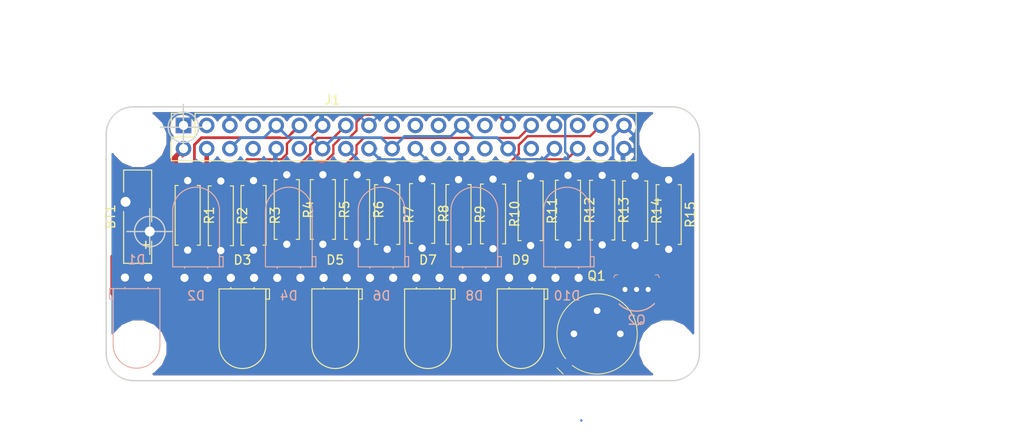
<source format=kicad_pcb>
(kicad_pcb (version 20171130) (host pcbnew "(5.1.10-1-10_14)")

  (general
    (thickness 1.6)
    (drawings 21)
    (tracks 241)
    (zones 0)
    (modules 33)
    (nets 46)
  )

  (page A4)
  (title_block
    (title "Status LEDs Schematic")
    (date 2021-06-05)
    (rev 1.0)
    (company "MicroHat: LEDs Status ")
    (comment 1 "This PCB design is licensed under MIT Open Source License.")
    (comment 2 "Author: Teddy Muba")
    (comment 3 "SN: TDDMUB001")
  )

  (layers
    (0 F.Cu signal)
    (31 B.Cu signal)
    (32 B.Adhes user)
    (33 F.Adhes user)
    (34 B.Paste user)
    (35 F.Paste user)
    (36 B.SilkS user)
    (37 F.SilkS user)
    (38 B.Mask user)
    (39 F.Mask user)
    (40 Dwgs.User user)
    (41 Cmts.User user)
    (42 Eco1.User user)
    (43 Eco2.User user)
    (44 Edge.Cuts user)
    (45 Margin user)
    (46 B.CrtYd user)
    (47 F.CrtYd user)
    (48 B.Fab user)
    (49 F.Fab user)
  )

  (setup
    (last_trace_width 0.25)
    (user_trace_width 0.3)
    (user_trace_width 0.5)
    (trace_clearance 0.2)
    (zone_clearance 0.508)
    (zone_45_only no)
    (trace_min 0.2)
    (via_size 0.8)
    (via_drill 0.4)
    (via_min_size 0.4)
    (via_min_drill 0.3)
    (uvia_size 0.3)
    (uvia_drill 0.1)
    (uvias_allowed no)
    (uvia_min_size 0.2)
    (uvia_min_drill 0.1)
    (edge_width 0.15)
    (segment_width 0.2)
    (pcb_text_width 0.3)
    (pcb_text_size 1.5 1.5)
    (mod_edge_width 0.15)
    (mod_text_size 1 1)
    (mod_text_width 0.15)
    (pad_size 1.524 1.524)
    (pad_drill 0.762)
    (pad_to_mask_clearance 0.051)
    (solder_mask_min_width 0.25)
    (aux_axis_origin 0 0)
    (grid_origin 121.032 94.568)
    (visible_elements FFFFFF7F)
    (pcbplotparams
      (layerselection 0x010fc_ffffffff)
      (usegerberextensions true)
      (usegerberattributes false)
      (usegerberadvancedattributes false)
      (creategerberjobfile false)
      (excludeedgelayer true)
      (linewidth 0.100000)
      (plotframeref false)
      (viasonmask false)
      (mode 1)
      (useauxorigin false)
      (hpglpennumber 1)
      (hpglpenspeed 20)
      (hpglpendiameter 15.000000)
      (psnegative false)
      (psa4output false)
      (plotreference true)
      (plotvalue false)
      (plotinvisibletext false)
      (padsonsilk false)
      (subtractmaskfromsilk false)
      (outputformat 1)
      (mirror false)
      (drillshape 0)
      (scaleselection 1)
      (outputdirectory "Gerbers/"))
  )

  (net 0 "")
  (net 1 +3V3)
  (net 2 +5V)
  (net 3 /GPIO2_SDA1)
  (net 4 /GPIO3_SCL1)
  (net 5 GND)
  (net 6 /GPIO4_GPIO_GCLK)
  (net 7 /GPIO14_TXD0)
  (net 8 /GPIO15_RXD0)
  (net 9 /GPIO17_GEN0)
  (net 10 /GPIO18_GEN1)
  (net 11 /GPIO27_GEN2)
  (net 12 /GPIO22_GEN3)
  (net 13 /GPIO23_GEN4)
  (net 14 /GPIO24_GEN5)
  (net 15 /GPIO10_SPI_MOSI)
  (net 16 /GPIO9_SPI_MISO)
  (net 17 /GPIO25_GEN6)
  (net 18 /GPIO11_SPI_SCLK)
  (net 19 /GPIO8_SPI_CE0_N)
  (net 20 /GPIO7_SPI_CE1_N)
  (net 21 /ID_SD)
  (net 22 /ID_SC)
  (net 23 /GPIO5)
  (net 24 /GPIO6)
  (net 25 /GPIO12)
  (net 26 /GPIO13)
  (net 27 /GPIO19)
  (net 28 /GPIO16)
  (net 29 /GPIO26)
  (net 30 /GPIO20)
  (net 31 /GPIO21)
  (net 32 "Net-(D1-Pad2)")
  (net 33 "Net-(D2-Pad2)")
  (net 34 "Net-(D3-Pad2)")
  (net 35 "Net-(D4-Pad2)")
  (net 36 "Net-(D5-Pad2)")
  (net 37 "Net-(D6-Pad2)")
  (net 38 "Net-(D7-Pad2)")
  (net 39 "Net-(D8-Pad2)")
  (net 40 "Net-(D9-Pad2)")
  (net 41 "Net-(D10-Pad2)")
  (net 42 "Net-(Q1-Pad2)")
  (net 43 "Net-(Q1-Pad3)")
  (net 44 "Net-(Q2-Pad3)")
  (net 45 "Net-(R13-Pad2)")

  (net_class Default "This is the default net class."
    (clearance 0.2)
    (trace_width 0.25)
    (via_dia 0.8)
    (via_drill 0.4)
    (uvia_dia 0.3)
    (uvia_drill 0.1)
    (add_net +3V3)
    (add_net +5V)
    (add_net /GPIO10_SPI_MOSI)
    (add_net /GPIO11_SPI_SCLK)
    (add_net /GPIO12)
    (add_net /GPIO13)
    (add_net /GPIO14_TXD0)
    (add_net /GPIO15_RXD0)
    (add_net /GPIO16)
    (add_net /GPIO17_GEN0)
    (add_net /GPIO18_GEN1)
    (add_net /GPIO19)
    (add_net /GPIO20)
    (add_net /GPIO21)
    (add_net /GPIO22_GEN3)
    (add_net /GPIO23_GEN4)
    (add_net /GPIO24_GEN5)
    (add_net /GPIO25_GEN6)
    (add_net /GPIO26)
    (add_net /GPIO27_GEN2)
    (add_net /GPIO2_SDA1)
    (add_net /GPIO3_SCL1)
    (add_net /GPIO4_GPIO_GCLK)
    (add_net /GPIO5)
    (add_net /GPIO6)
    (add_net /GPIO7_SPI_CE1_N)
    (add_net /GPIO8_SPI_CE0_N)
    (add_net /GPIO9_SPI_MISO)
    (add_net /ID_SC)
    (add_net /ID_SD)
    (add_net GND)
    (add_net "Net-(D1-Pad2)")
    (add_net "Net-(D10-Pad2)")
    (add_net "Net-(D2-Pad2)")
    (add_net "Net-(D3-Pad2)")
    (add_net "Net-(D4-Pad2)")
    (add_net "Net-(D5-Pad2)")
    (add_net "Net-(D6-Pad2)")
    (add_net "Net-(D7-Pad2)")
    (add_net "Net-(D8-Pad2)")
    (add_net "Net-(D9-Pad2)")
    (add_net "Net-(Q1-Pad2)")
    (add_net "Net-(Q1-Pad3)")
    (add_net "Net-(Q2-Pad3)")
    (add_net "Net-(R13-Pad2)")
  )

  (module digikey-footprints:TO-39-3 (layer F.Cu) (tedit 59D24A77) (tstamp 60BBE9C1)
    (at 171.31892 115.93956)
    (path /60BDE67C)
    (fp_text reference Q1 (at -0.075 -6.35) (layer F.SilkS)
      (effects (font (size 1 1) (thickness 0.15)))
    )
    (fp_text value 2N2219 (at 0.05 5.525) (layer F.Fab)
      (effects (font (size 1 1) (thickness 0.15)))
    )
    (fp_circle (center 0 0) (end 4.255 0) (layer F.Fab) (width 0.1))
    (fp_circle (center 0 0) (end 4.505 0) (layer F.CrtYd) (width 0.05))
    (fp_line (start -4 4) (end -4.3 3.7) (layer F.Fab) (width 0.05))
    (fp_line (start -4 4) (end -3.7 4.3) (layer F.Fab) (width 0.05))
    (fp_line (start -3.7 4.3) (end -2.7 3.3) (layer F.Fab) (width 0.05))
    (fp_line (start -4.3 3.7) (end -3.3 2.7) (layer F.Fab) (width 0.05))
    (fp_line (start -3.725 4.55) (end -4.525 3.725) (layer F.CrtYd) (width 0.05))
    (fp_line (start -2.75 3.575) (end -3.675 4.5) (layer F.CrtYd) (width 0.05))
    (fp_line (start -4.475 3.675) (end -3.575 2.775) (layer F.CrtYd) (width 0.05))
    (fp_line (start -4.4 3.725) (end -3.725 4.4) (layer F.SilkS) (width 0.1))
    (fp_line (start -3.675 4.5) (end -3.725 4.55) (layer F.CrtYd) (width 0.05))
    (fp_line (start -4.525 3.725) (end -4.475 3.675) (layer F.CrtYd) (width 0.05))
    (fp_arc (start 0 0) (end -3.45 2.725) (angle 346.5) (layer F.SilkS) (width 0.1))
    (fp_text user %R (at 0.075 2.425) (layer F.Fab)
      (effects (font (size 1 1) (thickness 0.15)))
    )
    (pad 1 thru_hole rect (at -2.54 0) (size 1.7 1.7) (drill 0.73) (layers *.Cu *.Mask)
      (net 5 GND))
    (pad 2 thru_hole circle (at 0 -2.54) (size 1.7 1.7) (drill 0.73) (layers *.Cu *.Mask)
      (net 42 "Net-(Q1-Pad2)"))
    (pad 3 thru_hole circle (at 2.54 0) (size 1.7 1.7) (drill 0.73) (layers *.Cu *.Mask)
      (net 43 "Net-(Q1-Pad3)"))
  )

  (module LED_THT:LED_D5.0mm_Horizontal_O1.27mm_Z3.0mm_IRGrey (layer B.Cu) (tedit 5A6C9E1E) (tstamp 60BBE8AA)
    (at 136.272 109.808)
    (descr "LED, diameter 5.0mm z-position of LED center 3.0mm, 2 pins")
    (tags "LED diameter 5.0mm z-position of LED center 3.0mm 2 pins")
    (path /60BAACFF)
    (fp_text reference D4 (at 1.27 1.96) (layer B.SilkS)
      (effects (font (size 1 1) (thickness 0.15)) (justify mirror))
    )
    (fp_text value CQY99 (at 1.27 -10.93) (layer B.Fab)
      (effects (font (size 1 1) (thickness 0.15)) (justify mirror))
    )
    (fp_line (start -1.23 -1.27) (end -1.23 -7.37) (layer B.Fab) (width 0.1))
    (fp_line (start 3.77 -1.27) (end 3.77 -7.37) (layer B.Fab) (width 0.1))
    (fp_line (start -1.23 -1.27) (end 3.77 -1.27) (layer B.Fab) (width 0.1))
    (fp_line (start 4.17 -1.27) (end 4.17 -2.27) (layer B.Fab) (width 0.1))
    (fp_line (start 4.17 -2.27) (end 3.77 -2.27) (layer B.Fab) (width 0.1))
    (fp_line (start 3.77 -2.27) (end 3.77 -1.27) (layer B.Fab) (width 0.1))
    (fp_line (start 3.77 -1.27) (end 4.17 -1.27) (layer B.Fab) (width 0.1))
    (fp_line (start 0 0) (end 0 -1.27) (layer B.Fab) (width 0.1))
    (fp_line (start 0 -1.27) (end 0 -1.27) (layer B.Fab) (width 0.1))
    (fp_line (start 0 -1.27) (end 0 0) (layer B.Fab) (width 0.1))
    (fp_line (start 0 0) (end 0 0) (layer B.Fab) (width 0.1))
    (fp_line (start 2.54 0) (end 2.54 -1.27) (layer B.Fab) (width 0.1))
    (fp_line (start 2.54 -1.27) (end 2.54 -1.27) (layer B.Fab) (width 0.1))
    (fp_line (start 2.54 -1.27) (end 2.54 0) (layer B.Fab) (width 0.1))
    (fp_line (start 2.54 0) (end 2.54 0) (layer B.Fab) (width 0.1))
    (fp_line (start -1.29 -1.21) (end -1.29 -7.37) (layer B.SilkS) (width 0.12))
    (fp_line (start 3.83 -1.21) (end 3.83 -7.37) (layer B.SilkS) (width 0.12))
    (fp_line (start -1.29 -1.21) (end 3.83 -1.21) (layer B.SilkS) (width 0.12))
    (fp_line (start 4.23 -1.21) (end 4.23 -2.33) (layer B.SilkS) (width 0.12))
    (fp_line (start 4.23 -2.33) (end 3.83 -2.33) (layer B.SilkS) (width 0.12))
    (fp_line (start 3.83 -2.33) (end 3.83 -1.21) (layer B.SilkS) (width 0.12))
    (fp_line (start 3.83 -1.21) (end 4.23 -1.21) (layer B.SilkS) (width 0.12))
    (fp_line (start 0 -1.08) (end 0 -1.21) (layer B.SilkS) (width 0.12))
    (fp_line (start 0 -1.21) (end 0 -1.21) (layer B.SilkS) (width 0.12))
    (fp_line (start 0 -1.21) (end 0 -1.08) (layer B.SilkS) (width 0.12))
    (fp_line (start 0 -1.08) (end 0 -1.08) (layer B.SilkS) (width 0.12))
    (fp_line (start 2.54 -1.08) (end 2.54 -1.21) (layer B.SilkS) (width 0.12))
    (fp_line (start 2.54 -1.21) (end 2.54 -1.21) (layer B.SilkS) (width 0.12))
    (fp_line (start 2.54 -1.21) (end 2.54 -1.08) (layer B.SilkS) (width 0.12))
    (fp_line (start 2.54 -1.08) (end 2.54 -1.08) (layer B.SilkS) (width 0.12))
    (fp_line (start -1.95 1.25) (end -1.95 -10.2) (layer B.CrtYd) (width 0.05))
    (fp_line (start -1.95 -10.2) (end 4.5 -10.2) (layer B.CrtYd) (width 0.05))
    (fp_line (start 4.5 -10.2) (end 4.5 1.25) (layer B.CrtYd) (width 0.05))
    (fp_line (start 4.5 1.25) (end -1.95 1.25) (layer B.CrtYd) (width 0.05))
    (fp_arc (start 1.27 -7.37) (end -1.29 -7.37) (angle 180) (layer B.SilkS) (width 0.12))
    (fp_arc (start 1.27 -7.37) (end -1.23 -7.37) (angle 180) (layer B.Fab) (width 0.1))
    (fp_text user %R (at 1.27 0) (layer B.Fab)
      (effects (font (size 1 1) (thickness 0.15)) (justify mirror))
    )
    (pad 2 thru_hole circle (at 2.54 0) (size 1.8 1.8) (drill 0.9) (layers *.Cu *.Mask)
      (net 35 "Net-(D4-Pad2)"))
    (pad 1 thru_hole rect (at 0 0) (size 1.8 1.8) (drill 0.9) (layers *.Cu *.Mask)
      (net 5 GND))
    (model ${KISYS3DMOD}/LED_THT.3dshapes/LED_D5.0mm_Horizontal_O1.27mm_Z3.0mm_IRGrey.wrl
      (at (xyz 0 0 0))
      (scale (xyz 1 1 1))
      (rotate (xyz 0 0 0))
    )
  )

  (module lib:PinSocket_2x20_P2.54mm_Vertical_Centered_Anchor (layer F.Cu) (tedit 5C78E1B8) (tstamp 5C78EB08)
    (at 126.00278 93.1075 90)
    (descr "Through hole straight socket strip, 2x20, 2.54mm pitch, double cols (from Kicad 4.0.7), script generated")
    (tags "Through hole socket strip THT 2x20 2.54mm double row")
    (path /5C77771F)
    (fp_text reference J1 (at 2.8 16.3) (layer F.SilkS)
      (effects (font (size 1 1) (thickness 0.15)))
    )
    (fp_text value GPIO_CONNECTOR (at 2.7 27.3) (layer F.Fab)
      (effects (font (size 1 1) (thickness 0.15)))
    )
    (fp_line (start -3.81 -1.27) (end 0.27 -1.27) (layer F.Fab) (width 0.1))
    (fp_line (start 0.27 -1.27) (end 1.27 -0.27) (layer F.Fab) (width 0.1))
    (fp_line (start 1.27 -0.27) (end 1.27 49.53) (layer F.Fab) (width 0.1))
    (fp_line (start 1.27 49.53) (end -3.81 49.53) (layer F.Fab) (width 0.1))
    (fp_line (start -3.81 49.53) (end -3.81 -1.27) (layer F.Fab) (width 0.1))
    (fp_line (start -3.87 -1.33) (end -1.27 -1.33) (layer F.SilkS) (width 0.12))
    (fp_line (start -3.87 -1.33) (end -3.87 49.59) (layer F.SilkS) (width 0.12))
    (fp_line (start -3.87 49.59) (end 1.33 49.59) (layer F.SilkS) (width 0.12))
    (fp_line (start 1.33 1.27) (end 1.33 49.59) (layer F.SilkS) (width 0.12))
    (fp_line (start -1.27 1.27) (end 1.33 1.27) (layer F.SilkS) (width 0.12))
    (fp_line (start -1.27 -1.33) (end -1.27 1.27) (layer F.SilkS) (width 0.12))
    (fp_line (start 1.33 -1.33) (end 1.33 0) (layer F.SilkS) (width 0.12))
    (fp_line (start 0 -1.33) (end 1.33 -1.33) (layer F.SilkS) (width 0.12))
    (fp_line (start -4.34 -1.8) (end 1.76 -1.8) (layer F.CrtYd) (width 0.05))
    (fp_line (start 1.76 -1.8) (end 1.76 50) (layer F.CrtYd) (width 0.05))
    (fp_line (start 1.76 50) (end -4.34 50) (layer F.CrtYd) (width 0.05))
    (fp_line (start -4.34 50) (end -4.34 -1.8) (layer F.CrtYd) (width 0.05))
    (fp_text user %R (at 2.8 18.3 180) (layer F.Fab)
      (effects (font (size 1 1) (thickness 0.15)))
    )
    (pad 1 thru_hole rect (at 0 0 90) (size 1.7 1.7) (drill 1) (layers *.Cu *.Mask)
      (net 1 +3V3))
    (pad 2 thru_hole oval (at -2.54 0 90) (size 1.7 1.7) (drill 1) (layers *.Cu *.Mask)
      (net 2 +5V))
    (pad 3 thru_hole oval (at 0 2.54 90) (size 1.7 1.7) (drill 1) (layers *.Cu *.Mask)
      (net 3 /GPIO2_SDA1))
    (pad 4 thru_hole oval (at -2.54 2.54 90) (size 1.7 1.7) (drill 1) (layers *.Cu *.Mask)
      (net 2 +5V))
    (pad 5 thru_hole oval (at 0 5.08 90) (size 1.7 1.7) (drill 1) (layers *.Cu *.Mask)
      (net 4 /GPIO3_SCL1))
    (pad 6 thru_hole oval (at -2.54 5.08 90) (size 1.7 1.7) (drill 1) (layers *.Cu *.Mask)
      (net 5 GND))
    (pad 7 thru_hole oval (at 0 7.62 90) (size 1.7 1.7) (drill 1) (layers *.Cu *.Mask)
      (net 6 /GPIO4_GPIO_GCLK))
    (pad 8 thru_hole oval (at -2.54 7.62 90) (size 1.7 1.7) (drill 1) (layers *.Cu *.Mask)
      (net 7 /GPIO14_TXD0))
    (pad 9 thru_hole oval (at 0 10.16 90) (size 1.7 1.7) (drill 1) (layers *.Cu *.Mask)
      (net 5 GND))
    (pad 10 thru_hole oval (at -2.54 10.16 90) (size 1.7 1.7) (drill 1) (layers *.Cu *.Mask)
      (net 8 /GPIO15_RXD0))
    (pad 11 thru_hole oval (at 0 12.7 90) (size 1.7 1.7) (drill 1) (layers *.Cu *.Mask)
      (net 9 /GPIO17_GEN0))
    (pad 12 thru_hole oval (at -2.54 12.7 90) (size 1.7 1.7) (drill 1) (layers *.Cu *.Mask)
      (net 10 /GPIO18_GEN1))
    (pad 13 thru_hole oval (at 0 15.24 90) (size 1.7 1.7) (drill 1) (layers *.Cu *.Mask)
      (net 11 /GPIO27_GEN2))
    (pad 14 thru_hole oval (at -2.54 15.24 90) (size 1.7 1.7) (drill 1) (layers *.Cu *.Mask)
      (net 5 GND))
    (pad 15 thru_hole oval (at 0 17.78 90) (size 1.7 1.7) (drill 1) (layers *.Cu *.Mask)
      (net 12 /GPIO22_GEN3))
    (pad 16 thru_hole oval (at -2.54 17.78 90) (size 1.7 1.7) (drill 1) (layers *.Cu *.Mask)
      (net 13 /GPIO23_GEN4))
    (pad 17 thru_hole oval (at 0 20.32 90) (size 1.7 1.7) (drill 1) (layers *.Cu *.Mask)
      (net 1 +3V3))
    (pad 18 thru_hole oval (at -2.54 20.32 90) (size 1.7 1.7) (drill 1) (layers *.Cu *.Mask)
      (net 14 /GPIO24_GEN5))
    (pad 19 thru_hole oval (at 0 22.86 90) (size 1.7 1.7) (drill 1) (layers *.Cu *.Mask)
      (net 15 /GPIO10_SPI_MOSI))
    (pad 20 thru_hole oval (at -2.54 22.86 90) (size 1.7 1.7) (drill 1) (layers *.Cu *.Mask)
      (net 5 GND))
    (pad 21 thru_hole oval (at 0 25.4 90) (size 1.7 1.7) (drill 1) (layers *.Cu *.Mask)
      (net 16 /GPIO9_SPI_MISO))
    (pad 22 thru_hole oval (at -2.54 25.4 90) (size 1.7 1.7) (drill 1) (layers *.Cu *.Mask)
      (net 17 /GPIO25_GEN6))
    (pad 23 thru_hole oval (at 0 27.94 90) (size 1.7 1.7) (drill 1) (layers *.Cu *.Mask)
      (net 18 /GPIO11_SPI_SCLK))
    (pad 24 thru_hole oval (at -2.54 27.94 90) (size 1.7 1.7) (drill 1) (layers *.Cu *.Mask)
      (net 19 /GPIO8_SPI_CE0_N))
    (pad 25 thru_hole oval (at 0 30.48 90) (size 1.7 1.7) (drill 1) (layers *.Cu *.Mask)
      (net 5 GND))
    (pad 26 thru_hole oval (at -2.54 30.48 90) (size 1.7 1.7) (drill 1) (layers *.Cu *.Mask)
      (net 20 /GPIO7_SPI_CE1_N))
    (pad 27 thru_hole oval (at 0 33.02 90) (size 1.7 1.7) (drill 1) (layers *.Cu *.Mask)
      (net 21 /ID_SD))
    (pad 28 thru_hole oval (at -2.54 33.02 90) (size 1.7 1.7) (drill 1) (layers *.Cu *.Mask)
      (net 22 /ID_SC))
    (pad 29 thru_hole oval (at 0 35.56 90) (size 1.7 1.7) (drill 1) (layers *.Cu *.Mask)
      (net 23 /GPIO5))
    (pad 30 thru_hole oval (at -2.54 35.56 90) (size 1.7 1.7) (drill 1) (layers *.Cu *.Mask)
      (net 5 GND))
    (pad 31 thru_hole oval (at 0 38.1 90) (size 1.7 1.7) (drill 1) (layers *.Cu *.Mask)
      (net 24 /GPIO6))
    (pad 32 thru_hole oval (at -2.54 38.1 90) (size 1.7 1.7) (drill 1) (layers *.Cu *.Mask)
      (net 25 /GPIO12))
    (pad 33 thru_hole oval (at 0 40.64 90) (size 1.7 1.7) (drill 1) (layers *.Cu *.Mask)
      (net 26 /GPIO13))
    (pad 34 thru_hole oval (at -2.54 40.64 90) (size 1.7 1.7) (drill 1) (layers *.Cu *.Mask)
      (net 5 GND))
    (pad 35 thru_hole oval (at 0 43.18 90) (size 1.7 1.7) (drill 1) (layers *.Cu *.Mask)
      (net 27 /GPIO19))
    (pad 36 thru_hole oval (at -2.54 43.18 90) (size 1.7 1.7) (drill 1) (layers *.Cu *.Mask)
      (net 28 /GPIO16))
    (pad 37 thru_hole oval (at 0 45.72 90) (size 1.7 1.7) (drill 1) (layers *.Cu *.Mask)
      (net 29 /GPIO26))
    (pad 38 thru_hole oval (at -2.54 45.72 90) (size 1.7 1.7) (drill 1) (layers *.Cu *.Mask)
      (net 30 /GPIO20))
    (pad 39 thru_hole oval (at 0 48.26 90) (size 1.7 1.7) (drill 1) (layers *.Cu *.Mask)
      (net 5 GND))
    (pad 40 thru_hole oval (at -2.54 48.26 90) (size 1.7 1.7) (drill 1) (layers *.Cu *.Mask)
      (net 31 /GPIO21))
    (model ${KISYS3DMOD}/Connector_PinSocket_2.54mm.3dshapes/PinSocket_2x20_P2.54mm_Vertical.wrl
      (at (xyz 0 0 0))
      (scale (xyz 1 1 1))
      (rotate (xyz 0 0 0))
    )
  )

  (module lib:MountingHole_2.7mm_M2.5_uHAT_RPi locked (layer F.Cu) (tedit 5C78B840) (tstamp 5C78BBE2)
    (at 121.032 94.568)
    (descr "Mounting Hole 2.7mm, no annular, M2.5")
    (tags "mounting hole 2.7mm no annular m2.5")
    (path /5C7C4C81)
    (attr virtual)
    (fp_text reference H1 (at 0 -3.7) (layer F.SilkS) hide
      (effects (font (size 1 1) (thickness 0.15)))
    )
    (fp_text value MountingHole (at 0 3.7) (layer F.Fab) hide
      (effects (font (size 1 1) (thickness 0.15)))
    )
    (fp_circle (center 0 0) (end 2.7 0) (layer Cmts.User) (width 0.15))
    (fp_circle (center 0 0) (end 2.95 0) (layer F.CrtYd) (width 0.05))
    (fp_text user %R (at 0.3 0) (layer F.Fab)
      (effects (font (size 1 1) (thickness 0.15)))
    )
    (pad "" np_thru_hole circle (at 0 0) (size 2.7 2.7) (drill 2.7) (layers *.Cu *.Mask)
      (clearance 1.75))
  )

  (module lib:MountingHole_2.7mm_M2.5_uHAT_RPi locked (layer F.Cu) (tedit 5C78B867) (tstamp 5C78BBE9)
    (at 179.032 94.568)
    (descr "Mounting Hole 2.7mm, no annular, M2.5")
    (tags "mounting hole 2.7mm no annular m2.5")
    (path /5C7C7FBC)
    (attr virtual)
    (fp_text reference H2 (at 0 -3.7) (layer F.SilkS) hide
      (effects (font (size 1 1) (thickness 0.15)))
    )
    (fp_text value MountingHole (at 0 3.7) (layer F.Fab) hide
      (effects (font (size 1 1) (thickness 0.15)))
    )
    (fp_circle (center 0 0) (end 2.95 0) (layer F.CrtYd) (width 0.05))
    (fp_circle (center 0 0) (end 2.7 0) (layer Cmts.User) (width 0.15))
    (fp_text user %R (at 0.3 0) (layer F.Fab)
      (effects (font (size 1 1) (thickness 0.15)))
    )
    (pad "" np_thru_hole circle (at 0 0) (size 2.7 2.7) (drill 2.7) (layers *.Cu *.Mask)
      (clearance 1.75))
  )

  (module lib:MountingHole_2.7mm_M2.5_uHAT_RPi locked (layer F.Cu) (tedit 5C78B860) (tstamp 5C78BBF0)
    (at 179.032 117.568)
    (descr "Mounting Hole 2.7mm, no annular, M2.5")
    (tags "mounting hole 2.7mm no annular m2.5")
    (path /5C7C8014)
    (attr virtual)
    (fp_text reference H3 (at 0 -3.7) (layer F.SilkS) hide
      (effects (font (size 1 1) (thickness 0.15)))
    )
    (fp_text value MountingHole (at 0 3.7) (layer F.Fab) hide
      (effects (font (size 1 1) (thickness 0.15)))
    )
    (fp_circle (center 0 0) (end 2.7 0) (layer Cmts.User) (width 0.15))
    (fp_circle (center 0 0) (end 2.95 0) (layer F.CrtYd) (width 0.05))
    (fp_text user %R (at 0.3 0) (layer F.Fab)
      (effects (font (size 1 1) (thickness 0.15)))
    )
    (pad "" np_thru_hole circle (at 0 0) (size 2.7 2.7) (drill 2.7) (layers *.Cu *.Mask)
      (clearance 1.75))
  )

  (module lib:MountingHole_2.7mm_M2.5_uHAT_RPi locked (layer F.Cu) (tedit 5C78B845) (tstamp 5C78BBF7)
    (at 121.032 117.568)
    (descr "Mounting Hole 2.7mm, no annular, M2.5")
    (tags "mounting hole 2.7mm no annular m2.5")
    (path /5C7C8030)
    (attr virtual)
    (fp_text reference H4 (at 0 -3.7) (layer F.SilkS) hide
      (effects (font (size 1 1) (thickness 0.15)))
    )
    (fp_text value MountingHole (at 0 3.7) (layer F.Fab) hide
      (effects (font (size 1 1) (thickness 0.15)))
    )
    (fp_circle (center 0 0) (end 2.95 0) (layer F.CrtYd) (width 0.05))
    (fp_circle (center 0 0) (end 2.7 0) (layer Cmts.User) (width 0.15))
    (fp_text user %R (at 0.3 0) (layer F.Fab)
      (effects (font (size 1 1) (thickness 0.15)))
    )
    (pad "" np_thru_hole circle (at 0 0) (size 2.7 2.7) (drill 2.7) (layers *.Cu *.Mask)
      (clearance 1.75))
  )

  (module Battery:Battery_Panasonic_CR1025-VSK_Vertical_CircularHoles (layer F.Cu) (tedit 5C8577D9) (tstamp 60BBE7FE)
    (at 122.302 104.728 90)
    (descr "Panasonic CR-1025/VSK battery")
    (tags "battery CR-1025 coin cell vertical")
    (path /60DF6A55)
    (fp_text reference BT1 (at 1.625 -4.3 90) (layer F.SilkS)
      (effects (font (size 1 1) (thickness 0.15)))
    )
    (fp_text value "5V supply" (at 1.625 1.7 90) (layer F.Fab)
      (effects (font (size 1 1) (thickness 0.15)))
    )
    (fp_line (start -3.375 0.1) (end 6.625 0.1) (layer F.Fab) (width 0.1))
    (fp_line (start -3.375 -2.75) (end 6.625 -2.75) (layer F.Fab) (width 0.1))
    (fp_line (start -3.375 -2.75) (end -3.375 0.1) (layer F.Fab) (width 0.1))
    (fp_line (start 6.625 -2.75) (end 6.625 0.1) (layer F.Fab) (width 0.1))
    (fp_line (start -3.63 -3.58) (end -3.63 0.93) (layer F.CrtYd) (width 0.05))
    (fp_line (start 6.88 -3.58) (end 6.88 0.93) (layer F.CrtYd) (width 0.05))
    (fp_line (start -3.63 0.93) (end 6.88 0.93) (layer F.CrtYd) (width 0.05))
    (fp_line (start -3.63 -3.58) (end 6.88 -3.58) (layer F.CrtYd) (width 0.05))
    (fp_line (start -3.485 0.21) (end -1.06 0.21) (layer F.SilkS) (width 0.12))
    (fp_line (start 1.06 0.21) (end 6.735 0.21) (layer F.SilkS) (width 0.12))
    (fp_line (start 6.735 0.21) (end 6.735 -2.86) (layer F.SilkS) (width 0.12))
    (fp_line (start -3.485 0.21) (end -3.485 -2.86) (layer F.SilkS) (width 0.12))
    (fp_line (start -3.485 -2.86) (end 2.19 -2.86) (layer F.SilkS) (width 0.12))
    (fp_line (start 4.31 -2.86) (end 6.735 -2.86) (layer F.SilkS) (width 0.12))
    (fp_text user %R (at 1.625 -1.3 270) (layer F.Fab)
      (effects (font (size 1 1) (thickness 0.15)))
    )
    (fp_text user + (at -1.46 -0.5 90) (layer F.SilkS)
      (effects (font (size 1 1) (thickness 0.15)))
    )
    (pad 2 thru_hole circle (at 3.25 -2.65 90) (size 1.6 1.6) (drill 1.09) (layers *.Cu *.Mask)
      (net 5 GND))
    (pad 1 thru_hole rect (at 0 0 90) (size 1.6 1.6) (drill 1.09) (layers *.Cu *.Mask)
      (net 2 +5V))
    (model ${KISYS3DMOD}/Battery.3dshapes/Battery_Panasonic_CR1025-VSK_Vertical_CircularHoles.wrl
      (at (xyz 0 0 0))
      (scale (xyz 1 1 1))
      (rotate (xyz 0 0 0))
    )
  )

  (module LED_THT:LED_D5.0mm_Horizontal_O1.27mm_Z3.0mm_IRGrey (layer B.Cu) (tedit 5A6C9E1E) (tstamp 60BBE829)
    (at 122.12674 109.77498 180)
    (descr "LED, diameter 5.0mm z-position of LED center 3.0mm, 2 pins")
    (tags "LED diameter 5.0mm z-position of LED center 3.0mm 2 pins")
    (path /60BD1719)
    (fp_text reference D1 (at 1.27 1.96) (layer B.SilkS)
      (effects (font (size 1 1) (thickness 0.15)) (justify mirror))
    )
    (fp_text value CQY99 (at 1.27 -10.93) (layer B.Fab)
      (effects (font (size 1 1) (thickness 0.15)) (justify mirror))
    )
    (fp_line (start -1.23 -1.27) (end -1.23 -7.37) (layer B.Fab) (width 0.1))
    (fp_line (start 3.77 -1.27) (end 3.77 -7.37) (layer B.Fab) (width 0.1))
    (fp_line (start -1.23 -1.27) (end 3.77 -1.27) (layer B.Fab) (width 0.1))
    (fp_line (start 4.17 -1.27) (end 4.17 -2.27) (layer B.Fab) (width 0.1))
    (fp_line (start 4.17 -2.27) (end 3.77 -2.27) (layer B.Fab) (width 0.1))
    (fp_line (start 3.77 -2.27) (end 3.77 -1.27) (layer B.Fab) (width 0.1))
    (fp_line (start 3.77 -1.27) (end 4.17 -1.27) (layer B.Fab) (width 0.1))
    (fp_line (start 0 0) (end 0 -1.27) (layer B.Fab) (width 0.1))
    (fp_line (start 0 -1.27) (end 0 -1.27) (layer B.Fab) (width 0.1))
    (fp_line (start 0 -1.27) (end 0 0) (layer B.Fab) (width 0.1))
    (fp_line (start 0 0) (end 0 0) (layer B.Fab) (width 0.1))
    (fp_line (start 2.54 0) (end 2.54 -1.27) (layer B.Fab) (width 0.1))
    (fp_line (start 2.54 -1.27) (end 2.54 -1.27) (layer B.Fab) (width 0.1))
    (fp_line (start 2.54 -1.27) (end 2.54 0) (layer B.Fab) (width 0.1))
    (fp_line (start 2.54 0) (end 2.54 0) (layer B.Fab) (width 0.1))
    (fp_line (start -1.29 -1.21) (end -1.29 -7.37) (layer B.SilkS) (width 0.12))
    (fp_line (start 3.83 -1.21) (end 3.83 -7.37) (layer B.SilkS) (width 0.12))
    (fp_line (start -1.29 -1.21) (end 3.83 -1.21) (layer B.SilkS) (width 0.12))
    (fp_line (start 4.23 -1.21) (end 4.23 -2.33) (layer B.SilkS) (width 0.12))
    (fp_line (start 4.23 -2.33) (end 3.83 -2.33) (layer B.SilkS) (width 0.12))
    (fp_line (start 3.83 -2.33) (end 3.83 -1.21) (layer B.SilkS) (width 0.12))
    (fp_line (start 3.83 -1.21) (end 4.23 -1.21) (layer B.SilkS) (width 0.12))
    (fp_line (start 0 -1.08) (end 0 -1.21) (layer B.SilkS) (width 0.12))
    (fp_line (start 0 -1.21) (end 0 -1.21) (layer B.SilkS) (width 0.12))
    (fp_line (start 0 -1.21) (end 0 -1.08) (layer B.SilkS) (width 0.12))
    (fp_line (start 0 -1.08) (end 0 -1.08) (layer B.SilkS) (width 0.12))
    (fp_line (start 2.54 -1.08) (end 2.54 -1.21) (layer B.SilkS) (width 0.12))
    (fp_line (start 2.54 -1.21) (end 2.54 -1.21) (layer B.SilkS) (width 0.12))
    (fp_line (start 2.54 -1.21) (end 2.54 -1.08) (layer B.SilkS) (width 0.12))
    (fp_line (start 2.54 -1.08) (end 2.54 -1.08) (layer B.SilkS) (width 0.12))
    (fp_line (start -1.95 1.25) (end -1.95 -10.2) (layer B.CrtYd) (width 0.05))
    (fp_line (start -1.95 -10.2) (end 4.5 -10.2) (layer B.CrtYd) (width 0.05))
    (fp_line (start 4.5 -10.2) (end 4.5 1.25) (layer B.CrtYd) (width 0.05))
    (fp_line (start 4.5 1.25) (end -1.95 1.25) (layer B.CrtYd) (width 0.05))
    (fp_arc (start 1.27 -7.37) (end -1.29 -7.37) (angle 180) (layer B.SilkS) (width 0.12))
    (fp_arc (start 1.27 -7.37) (end -1.23 -7.37) (angle 180) (layer B.Fab) (width 0.1))
    (fp_text user %R (at 1.27 0) (layer B.Fab)
      (effects (font (size 1 1) (thickness 0.15)) (justify mirror))
    )
    (pad 2 thru_hole circle (at 2.54 0 180) (size 1.8 1.8) (drill 0.9) (layers *.Cu *.Mask)
      (net 32 "Net-(D1-Pad2)"))
    (pad 1 thru_hole rect (at 0 0 180) (size 1.8 1.8) (drill 0.9) (layers *.Cu *.Mask)
      (net 5 GND))
    (model ${KISYS3DMOD}/LED_THT.3dshapes/LED_D5.0mm_Horizontal_O1.27mm_Z3.0mm_IRGrey.wrl
      (at (xyz 0 0 0))
      (scale (xyz 1 1 1))
      (rotate (xyz 0 0 0))
    )
  )

  (module LED_THT:LED_D5.0mm_Horizontal_O1.27mm_Z3.0mm_IRGrey (layer B.Cu) (tedit 5A6C9E1E) (tstamp 60BBE854)
    (at 126.112 109.808)
    (descr "LED, diameter 5.0mm z-position of LED center 3.0mm, 2 pins")
    (tags "LED diameter 5.0mm z-position of LED center 3.0mm 2 pins")
    (path /60BC2FB9)
    (fp_text reference D2 (at 1.27 1.96) (layer B.SilkS)
      (effects (font (size 1 1) (thickness 0.15)) (justify mirror))
    )
    (fp_text value CQY99 (at 1.27 -10.93) (layer B.Fab)
      (effects (font (size 1 1) (thickness 0.15)) (justify mirror))
    )
    (fp_line (start 4.5 1.25) (end -1.95 1.25) (layer B.CrtYd) (width 0.05))
    (fp_line (start 4.5 -10.2) (end 4.5 1.25) (layer B.CrtYd) (width 0.05))
    (fp_line (start -1.95 -10.2) (end 4.5 -10.2) (layer B.CrtYd) (width 0.05))
    (fp_line (start -1.95 1.25) (end -1.95 -10.2) (layer B.CrtYd) (width 0.05))
    (fp_line (start 2.54 -1.08) (end 2.54 -1.08) (layer B.SilkS) (width 0.12))
    (fp_line (start 2.54 -1.21) (end 2.54 -1.08) (layer B.SilkS) (width 0.12))
    (fp_line (start 2.54 -1.21) (end 2.54 -1.21) (layer B.SilkS) (width 0.12))
    (fp_line (start 2.54 -1.08) (end 2.54 -1.21) (layer B.SilkS) (width 0.12))
    (fp_line (start 0 -1.08) (end 0 -1.08) (layer B.SilkS) (width 0.12))
    (fp_line (start 0 -1.21) (end 0 -1.08) (layer B.SilkS) (width 0.12))
    (fp_line (start 0 -1.21) (end 0 -1.21) (layer B.SilkS) (width 0.12))
    (fp_line (start 0 -1.08) (end 0 -1.21) (layer B.SilkS) (width 0.12))
    (fp_line (start 3.83 -1.21) (end 4.23 -1.21) (layer B.SilkS) (width 0.12))
    (fp_line (start 3.83 -2.33) (end 3.83 -1.21) (layer B.SilkS) (width 0.12))
    (fp_line (start 4.23 -2.33) (end 3.83 -2.33) (layer B.SilkS) (width 0.12))
    (fp_line (start 4.23 -1.21) (end 4.23 -2.33) (layer B.SilkS) (width 0.12))
    (fp_line (start -1.29 -1.21) (end 3.83 -1.21) (layer B.SilkS) (width 0.12))
    (fp_line (start 3.83 -1.21) (end 3.83 -7.37) (layer B.SilkS) (width 0.12))
    (fp_line (start -1.29 -1.21) (end -1.29 -7.37) (layer B.SilkS) (width 0.12))
    (fp_line (start 2.54 0) (end 2.54 0) (layer B.Fab) (width 0.1))
    (fp_line (start 2.54 -1.27) (end 2.54 0) (layer B.Fab) (width 0.1))
    (fp_line (start 2.54 -1.27) (end 2.54 -1.27) (layer B.Fab) (width 0.1))
    (fp_line (start 2.54 0) (end 2.54 -1.27) (layer B.Fab) (width 0.1))
    (fp_line (start 0 0) (end 0 0) (layer B.Fab) (width 0.1))
    (fp_line (start 0 -1.27) (end 0 0) (layer B.Fab) (width 0.1))
    (fp_line (start 0 -1.27) (end 0 -1.27) (layer B.Fab) (width 0.1))
    (fp_line (start 0 0) (end 0 -1.27) (layer B.Fab) (width 0.1))
    (fp_line (start 3.77 -1.27) (end 4.17 -1.27) (layer B.Fab) (width 0.1))
    (fp_line (start 3.77 -2.27) (end 3.77 -1.27) (layer B.Fab) (width 0.1))
    (fp_line (start 4.17 -2.27) (end 3.77 -2.27) (layer B.Fab) (width 0.1))
    (fp_line (start 4.17 -1.27) (end 4.17 -2.27) (layer B.Fab) (width 0.1))
    (fp_line (start -1.23 -1.27) (end 3.77 -1.27) (layer B.Fab) (width 0.1))
    (fp_line (start 3.77 -1.27) (end 3.77 -7.37) (layer B.Fab) (width 0.1))
    (fp_line (start -1.23 -1.27) (end -1.23 -7.37) (layer B.Fab) (width 0.1))
    (fp_text user %R (at 1.27 0) (layer B.Fab)
      (effects (font (size 1 1) (thickness 0.15)) (justify mirror))
    )
    (fp_arc (start 1.27 -7.37) (end -1.23 -7.37) (angle 180) (layer B.Fab) (width 0.1))
    (fp_arc (start 1.27 -7.37) (end -1.29 -7.37) (angle 180) (layer B.SilkS) (width 0.12))
    (pad 1 thru_hole rect (at 0 0) (size 1.8 1.8) (drill 0.9) (layers *.Cu *.Mask)
      (net 5 GND))
    (pad 2 thru_hole circle (at 2.54 0) (size 1.8 1.8) (drill 0.9) (layers *.Cu *.Mask)
      (net 33 "Net-(D2-Pad2)"))
    (model ${KISYS3DMOD}/LED_THT.3dshapes/LED_D5.0mm_Horizontal_O1.27mm_Z3.0mm_IRGrey.wrl
      (at (xyz 0 0 0))
      (scale (xyz 1 1 1))
      (rotate (xyz 0 0 0))
    )
  )

  (module LED_THT:LED_D5.0mm_Horizontal_O1.27mm_Z3.0mm_IRGrey (layer F.Cu) (tedit 5A6C9E1E) (tstamp 60BBE87F)
    (at 131.192 109.808)
    (descr "LED, diameter 5.0mm z-position of LED center 3.0mm, 2 pins")
    (tags "LED diameter 5.0mm z-position of LED center 3.0mm 2 pins")
    (path /60BC05A7)
    (fp_text reference D3 (at 1.27 -1.96) (layer F.SilkS)
      (effects (font (size 1 1) (thickness 0.15)))
    )
    (fp_text value CQY99 (at 1.27 10.93) (layer F.Fab)
      (effects (font (size 1 1) (thickness 0.15)))
    )
    (fp_line (start 4.5 -1.25) (end -1.95 -1.25) (layer F.CrtYd) (width 0.05))
    (fp_line (start 4.5 10.2) (end 4.5 -1.25) (layer F.CrtYd) (width 0.05))
    (fp_line (start -1.95 10.2) (end 4.5 10.2) (layer F.CrtYd) (width 0.05))
    (fp_line (start -1.95 -1.25) (end -1.95 10.2) (layer F.CrtYd) (width 0.05))
    (fp_line (start 2.54 1.08) (end 2.54 1.08) (layer F.SilkS) (width 0.12))
    (fp_line (start 2.54 1.21) (end 2.54 1.08) (layer F.SilkS) (width 0.12))
    (fp_line (start 2.54 1.21) (end 2.54 1.21) (layer F.SilkS) (width 0.12))
    (fp_line (start 2.54 1.08) (end 2.54 1.21) (layer F.SilkS) (width 0.12))
    (fp_line (start 0 1.08) (end 0 1.08) (layer F.SilkS) (width 0.12))
    (fp_line (start 0 1.21) (end 0 1.08) (layer F.SilkS) (width 0.12))
    (fp_line (start 0 1.21) (end 0 1.21) (layer F.SilkS) (width 0.12))
    (fp_line (start 0 1.08) (end 0 1.21) (layer F.SilkS) (width 0.12))
    (fp_line (start 3.83 1.21) (end 4.23 1.21) (layer F.SilkS) (width 0.12))
    (fp_line (start 3.83 2.33) (end 3.83 1.21) (layer F.SilkS) (width 0.12))
    (fp_line (start 4.23 2.33) (end 3.83 2.33) (layer F.SilkS) (width 0.12))
    (fp_line (start 4.23 1.21) (end 4.23 2.33) (layer F.SilkS) (width 0.12))
    (fp_line (start -1.29 1.21) (end 3.83 1.21) (layer F.SilkS) (width 0.12))
    (fp_line (start 3.83 1.21) (end 3.83 7.37) (layer F.SilkS) (width 0.12))
    (fp_line (start -1.29 1.21) (end -1.29 7.37) (layer F.SilkS) (width 0.12))
    (fp_line (start 2.54 0) (end 2.54 0) (layer F.Fab) (width 0.1))
    (fp_line (start 2.54 1.27) (end 2.54 0) (layer F.Fab) (width 0.1))
    (fp_line (start 2.54 1.27) (end 2.54 1.27) (layer F.Fab) (width 0.1))
    (fp_line (start 2.54 0) (end 2.54 1.27) (layer F.Fab) (width 0.1))
    (fp_line (start 0 0) (end 0 0) (layer F.Fab) (width 0.1))
    (fp_line (start 0 1.27) (end 0 0) (layer F.Fab) (width 0.1))
    (fp_line (start 0 1.27) (end 0 1.27) (layer F.Fab) (width 0.1))
    (fp_line (start 0 0) (end 0 1.27) (layer F.Fab) (width 0.1))
    (fp_line (start 3.77 1.27) (end 4.17 1.27) (layer F.Fab) (width 0.1))
    (fp_line (start 3.77 2.27) (end 3.77 1.27) (layer F.Fab) (width 0.1))
    (fp_line (start 4.17 2.27) (end 3.77 2.27) (layer F.Fab) (width 0.1))
    (fp_line (start 4.17 1.27) (end 4.17 2.27) (layer F.Fab) (width 0.1))
    (fp_line (start -1.23 1.27) (end 3.77 1.27) (layer F.Fab) (width 0.1))
    (fp_line (start 3.77 1.27) (end 3.77 7.37) (layer F.Fab) (width 0.1))
    (fp_line (start -1.23 1.27) (end -1.23 7.37) (layer F.Fab) (width 0.1))
    (fp_text user %R (at 1.27 0) (layer F.Fab)
      (effects (font (size 1 1) (thickness 0.15)))
    )
    (fp_arc (start 1.27 7.37) (end -1.23 7.37) (angle -180) (layer F.Fab) (width 0.1))
    (fp_arc (start 1.27 7.37) (end -1.29 7.37) (angle -180) (layer F.SilkS) (width 0.12))
    (pad 1 thru_hole rect (at 0 0) (size 1.8 1.8) (drill 0.9) (layers *.Cu *.Mask)
      (net 5 GND))
    (pad 2 thru_hole circle (at 2.54 0) (size 1.8 1.8) (drill 0.9) (layers *.Cu *.Mask)
      (net 34 "Net-(D3-Pad2)"))
    (model ${KISYS3DMOD}/LED_THT.3dshapes/LED_D5.0mm_Horizontal_O1.27mm_Z3.0mm_IRGrey.wrl
      (at (xyz 0 0 0))
      (scale (xyz 1 1 1))
      (rotate (xyz 0 0 0))
    )
  )

  (module LED_THT:LED_D5.0mm_Horizontal_O1.27mm_Z3.0mm_IRGrey (layer F.Cu) (tedit 5A6C9E1E) (tstamp 60BBE8D5)
    (at 141.352 109.808)
    (descr "LED, diameter 5.0mm z-position of LED center 3.0mm, 2 pins")
    (tags "LED diameter 5.0mm z-position of LED center 3.0mm 2 pins")
    (path /60BBCBF7)
    (fp_text reference D5 (at 1.27 -1.96) (layer F.SilkS)
      (effects (font (size 1 1) (thickness 0.15)))
    )
    (fp_text value CQY99 (at 1.27 10.93) (layer F.Fab)
      (effects (font (size 1 1) (thickness 0.15)))
    )
    (fp_line (start 4.5 -1.25) (end -1.95 -1.25) (layer F.CrtYd) (width 0.05))
    (fp_line (start 4.5 10.2) (end 4.5 -1.25) (layer F.CrtYd) (width 0.05))
    (fp_line (start -1.95 10.2) (end 4.5 10.2) (layer F.CrtYd) (width 0.05))
    (fp_line (start -1.95 -1.25) (end -1.95 10.2) (layer F.CrtYd) (width 0.05))
    (fp_line (start 2.54 1.08) (end 2.54 1.08) (layer F.SilkS) (width 0.12))
    (fp_line (start 2.54 1.21) (end 2.54 1.08) (layer F.SilkS) (width 0.12))
    (fp_line (start 2.54 1.21) (end 2.54 1.21) (layer F.SilkS) (width 0.12))
    (fp_line (start 2.54 1.08) (end 2.54 1.21) (layer F.SilkS) (width 0.12))
    (fp_line (start 0 1.08) (end 0 1.08) (layer F.SilkS) (width 0.12))
    (fp_line (start 0 1.21) (end 0 1.08) (layer F.SilkS) (width 0.12))
    (fp_line (start 0 1.21) (end 0 1.21) (layer F.SilkS) (width 0.12))
    (fp_line (start 0 1.08) (end 0 1.21) (layer F.SilkS) (width 0.12))
    (fp_line (start 3.83 1.21) (end 4.23 1.21) (layer F.SilkS) (width 0.12))
    (fp_line (start 3.83 2.33) (end 3.83 1.21) (layer F.SilkS) (width 0.12))
    (fp_line (start 4.23 2.33) (end 3.83 2.33) (layer F.SilkS) (width 0.12))
    (fp_line (start 4.23 1.21) (end 4.23 2.33) (layer F.SilkS) (width 0.12))
    (fp_line (start -1.29 1.21) (end 3.83 1.21) (layer F.SilkS) (width 0.12))
    (fp_line (start 3.83 1.21) (end 3.83 7.37) (layer F.SilkS) (width 0.12))
    (fp_line (start -1.29 1.21) (end -1.29 7.37) (layer F.SilkS) (width 0.12))
    (fp_line (start 2.54 0) (end 2.54 0) (layer F.Fab) (width 0.1))
    (fp_line (start 2.54 1.27) (end 2.54 0) (layer F.Fab) (width 0.1))
    (fp_line (start 2.54 1.27) (end 2.54 1.27) (layer F.Fab) (width 0.1))
    (fp_line (start 2.54 0) (end 2.54 1.27) (layer F.Fab) (width 0.1))
    (fp_line (start 0 0) (end 0 0) (layer F.Fab) (width 0.1))
    (fp_line (start 0 1.27) (end 0 0) (layer F.Fab) (width 0.1))
    (fp_line (start 0 1.27) (end 0 1.27) (layer F.Fab) (width 0.1))
    (fp_line (start 0 0) (end 0 1.27) (layer F.Fab) (width 0.1))
    (fp_line (start 3.77 1.27) (end 4.17 1.27) (layer F.Fab) (width 0.1))
    (fp_line (start 3.77 2.27) (end 3.77 1.27) (layer F.Fab) (width 0.1))
    (fp_line (start 4.17 2.27) (end 3.77 2.27) (layer F.Fab) (width 0.1))
    (fp_line (start 4.17 1.27) (end 4.17 2.27) (layer F.Fab) (width 0.1))
    (fp_line (start -1.23 1.27) (end 3.77 1.27) (layer F.Fab) (width 0.1))
    (fp_line (start 3.77 1.27) (end 3.77 7.37) (layer F.Fab) (width 0.1))
    (fp_line (start -1.23 1.27) (end -1.23 7.37) (layer F.Fab) (width 0.1))
    (fp_text user %R (at 1.27 0) (layer F.Fab)
      (effects (font (size 1 1) (thickness 0.15)))
    )
    (fp_arc (start 1.27 7.37) (end -1.23 7.37) (angle -180) (layer F.Fab) (width 0.1))
    (fp_arc (start 1.27 7.37) (end -1.29 7.37) (angle -180) (layer F.SilkS) (width 0.12))
    (pad 1 thru_hole rect (at 0 0) (size 1.8 1.8) (drill 0.9) (layers *.Cu *.Mask)
      (net 5 GND))
    (pad 2 thru_hole circle (at 2.54 0) (size 1.8 1.8) (drill 0.9) (layers *.Cu *.Mask)
      (net 36 "Net-(D5-Pad2)"))
    (model ${KISYS3DMOD}/LED_THT.3dshapes/LED_D5.0mm_Horizontal_O1.27mm_Z3.0mm_IRGrey.wrl
      (at (xyz 0 0 0))
      (scale (xyz 1 1 1))
      (rotate (xyz 0 0 0))
    )
  )

  (module LED_THT:LED_D5.0mm_Horizontal_O1.27mm_Z3.0mm_IRGrey (layer B.Cu) (tedit 5A6C9E1E) (tstamp 60BBE900)
    (at 146.432 109.808)
    (descr "LED, diameter 5.0mm z-position of LED center 3.0mm, 2 pins")
    (tags "LED diameter 5.0mm z-position of LED center 3.0mm 2 pins")
    (path /60BBDEC0)
    (fp_text reference D6 (at 1.27 1.96) (layer B.SilkS)
      (effects (font (size 1 1) (thickness 0.15)) (justify mirror))
    )
    (fp_text value CQY99 (at 1.27 -10.93) (layer B.Fab)
      (effects (font (size 1 1) (thickness 0.15)) (justify mirror))
    )
    (fp_line (start 4.5 1.25) (end -1.95 1.25) (layer B.CrtYd) (width 0.05))
    (fp_line (start 4.5 -10.2) (end 4.5 1.25) (layer B.CrtYd) (width 0.05))
    (fp_line (start -1.95 -10.2) (end 4.5 -10.2) (layer B.CrtYd) (width 0.05))
    (fp_line (start -1.95 1.25) (end -1.95 -10.2) (layer B.CrtYd) (width 0.05))
    (fp_line (start 2.54 -1.08) (end 2.54 -1.08) (layer B.SilkS) (width 0.12))
    (fp_line (start 2.54 -1.21) (end 2.54 -1.08) (layer B.SilkS) (width 0.12))
    (fp_line (start 2.54 -1.21) (end 2.54 -1.21) (layer B.SilkS) (width 0.12))
    (fp_line (start 2.54 -1.08) (end 2.54 -1.21) (layer B.SilkS) (width 0.12))
    (fp_line (start 0 -1.08) (end 0 -1.08) (layer B.SilkS) (width 0.12))
    (fp_line (start 0 -1.21) (end 0 -1.08) (layer B.SilkS) (width 0.12))
    (fp_line (start 0 -1.21) (end 0 -1.21) (layer B.SilkS) (width 0.12))
    (fp_line (start 0 -1.08) (end 0 -1.21) (layer B.SilkS) (width 0.12))
    (fp_line (start 3.83 -1.21) (end 4.23 -1.21) (layer B.SilkS) (width 0.12))
    (fp_line (start 3.83 -2.33) (end 3.83 -1.21) (layer B.SilkS) (width 0.12))
    (fp_line (start 4.23 -2.33) (end 3.83 -2.33) (layer B.SilkS) (width 0.12))
    (fp_line (start 4.23 -1.21) (end 4.23 -2.33) (layer B.SilkS) (width 0.12))
    (fp_line (start -1.29 -1.21) (end 3.83 -1.21) (layer B.SilkS) (width 0.12))
    (fp_line (start 3.83 -1.21) (end 3.83 -7.37) (layer B.SilkS) (width 0.12))
    (fp_line (start -1.29 -1.21) (end -1.29 -7.37) (layer B.SilkS) (width 0.12))
    (fp_line (start 2.54 0) (end 2.54 0) (layer B.Fab) (width 0.1))
    (fp_line (start 2.54 -1.27) (end 2.54 0) (layer B.Fab) (width 0.1))
    (fp_line (start 2.54 -1.27) (end 2.54 -1.27) (layer B.Fab) (width 0.1))
    (fp_line (start 2.54 0) (end 2.54 -1.27) (layer B.Fab) (width 0.1))
    (fp_line (start 0 0) (end 0 0) (layer B.Fab) (width 0.1))
    (fp_line (start 0 -1.27) (end 0 0) (layer B.Fab) (width 0.1))
    (fp_line (start 0 -1.27) (end 0 -1.27) (layer B.Fab) (width 0.1))
    (fp_line (start 0 0) (end 0 -1.27) (layer B.Fab) (width 0.1))
    (fp_line (start 3.77 -1.27) (end 4.17 -1.27) (layer B.Fab) (width 0.1))
    (fp_line (start 3.77 -2.27) (end 3.77 -1.27) (layer B.Fab) (width 0.1))
    (fp_line (start 4.17 -2.27) (end 3.77 -2.27) (layer B.Fab) (width 0.1))
    (fp_line (start 4.17 -1.27) (end 4.17 -2.27) (layer B.Fab) (width 0.1))
    (fp_line (start -1.23 -1.27) (end 3.77 -1.27) (layer B.Fab) (width 0.1))
    (fp_line (start 3.77 -1.27) (end 3.77 -7.37) (layer B.Fab) (width 0.1))
    (fp_line (start -1.23 -1.27) (end -1.23 -7.37) (layer B.Fab) (width 0.1))
    (fp_text user %R (at 1.27 0) (layer B.Fab)
      (effects (font (size 1 1) (thickness 0.15)) (justify mirror))
    )
    (fp_arc (start 1.27 -7.37) (end -1.23 -7.37) (angle 180) (layer B.Fab) (width 0.1))
    (fp_arc (start 1.27 -7.37) (end -1.29 -7.37) (angle 180) (layer B.SilkS) (width 0.12))
    (pad 1 thru_hole rect (at 0 0) (size 1.8 1.8) (drill 0.9) (layers *.Cu *.Mask)
      (net 5 GND))
    (pad 2 thru_hole circle (at 2.54 0) (size 1.8 1.8) (drill 0.9) (layers *.Cu *.Mask)
      (net 37 "Net-(D6-Pad2)"))
    (model ${KISYS3DMOD}/LED_THT.3dshapes/LED_D5.0mm_Horizontal_O1.27mm_Z3.0mm_IRGrey.wrl
      (at (xyz 0 0 0))
      (scale (xyz 1 1 1))
      (rotate (xyz 0 0 0))
    )
  )

  (module LED_THT:LED_D5.0mm_Horizontal_O1.27mm_Z3.0mm_IRGrey (layer F.Cu) (tedit 5A6C9E1E) (tstamp 60BBE92B)
    (at 151.512 109.808)
    (descr "LED, diameter 5.0mm z-position of LED center 3.0mm, 2 pins")
    (tags "LED diameter 5.0mm z-position of LED center 3.0mm 2 pins")
    (path /60BBF443)
    (fp_text reference D7 (at 1.27 -1.96) (layer F.SilkS)
      (effects (font (size 1 1) (thickness 0.15)))
    )
    (fp_text value CQY99 (at 1.27 10.93) (layer F.Fab)
      (effects (font (size 1 1) (thickness 0.15)))
    )
    (fp_line (start -1.23 1.27) (end -1.23 7.37) (layer F.Fab) (width 0.1))
    (fp_line (start 3.77 1.27) (end 3.77 7.37) (layer F.Fab) (width 0.1))
    (fp_line (start -1.23 1.27) (end 3.77 1.27) (layer F.Fab) (width 0.1))
    (fp_line (start 4.17 1.27) (end 4.17 2.27) (layer F.Fab) (width 0.1))
    (fp_line (start 4.17 2.27) (end 3.77 2.27) (layer F.Fab) (width 0.1))
    (fp_line (start 3.77 2.27) (end 3.77 1.27) (layer F.Fab) (width 0.1))
    (fp_line (start 3.77 1.27) (end 4.17 1.27) (layer F.Fab) (width 0.1))
    (fp_line (start 0 0) (end 0 1.27) (layer F.Fab) (width 0.1))
    (fp_line (start 0 1.27) (end 0 1.27) (layer F.Fab) (width 0.1))
    (fp_line (start 0 1.27) (end 0 0) (layer F.Fab) (width 0.1))
    (fp_line (start 0 0) (end 0 0) (layer F.Fab) (width 0.1))
    (fp_line (start 2.54 0) (end 2.54 1.27) (layer F.Fab) (width 0.1))
    (fp_line (start 2.54 1.27) (end 2.54 1.27) (layer F.Fab) (width 0.1))
    (fp_line (start 2.54 1.27) (end 2.54 0) (layer F.Fab) (width 0.1))
    (fp_line (start 2.54 0) (end 2.54 0) (layer F.Fab) (width 0.1))
    (fp_line (start -1.29 1.21) (end -1.29 7.37) (layer F.SilkS) (width 0.12))
    (fp_line (start 3.83 1.21) (end 3.83 7.37) (layer F.SilkS) (width 0.12))
    (fp_line (start -1.29 1.21) (end 3.83 1.21) (layer F.SilkS) (width 0.12))
    (fp_line (start 4.23 1.21) (end 4.23 2.33) (layer F.SilkS) (width 0.12))
    (fp_line (start 4.23 2.33) (end 3.83 2.33) (layer F.SilkS) (width 0.12))
    (fp_line (start 3.83 2.33) (end 3.83 1.21) (layer F.SilkS) (width 0.12))
    (fp_line (start 3.83 1.21) (end 4.23 1.21) (layer F.SilkS) (width 0.12))
    (fp_line (start 0 1.08) (end 0 1.21) (layer F.SilkS) (width 0.12))
    (fp_line (start 0 1.21) (end 0 1.21) (layer F.SilkS) (width 0.12))
    (fp_line (start 0 1.21) (end 0 1.08) (layer F.SilkS) (width 0.12))
    (fp_line (start 0 1.08) (end 0 1.08) (layer F.SilkS) (width 0.12))
    (fp_line (start 2.54 1.08) (end 2.54 1.21) (layer F.SilkS) (width 0.12))
    (fp_line (start 2.54 1.21) (end 2.54 1.21) (layer F.SilkS) (width 0.12))
    (fp_line (start 2.54 1.21) (end 2.54 1.08) (layer F.SilkS) (width 0.12))
    (fp_line (start 2.54 1.08) (end 2.54 1.08) (layer F.SilkS) (width 0.12))
    (fp_line (start -1.95 -1.25) (end -1.95 10.2) (layer F.CrtYd) (width 0.05))
    (fp_line (start -1.95 10.2) (end 4.5 10.2) (layer F.CrtYd) (width 0.05))
    (fp_line (start 4.5 10.2) (end 4.5 -1.25) (layer F.CrtYd) (width 0.05))
    (fp_line (start 4.5 -1.25) (end -1.95 -1.25) (layer F.CrtYd) (width 0.05))
    (fp_arc (start 1.27 7.37) (end -1.29 7.37) (angle -180) (layer F.SilkS) (width 0.12))
    (fp_arc (start 1.27 7.37) (end -1.23 7.37) (angle -180) (layer F.Fab) (width 0.1))
    (fp_text user %R (at 1.27 0) (layer F.Fab)
      (effects (font (size 1 1) (thickness 0.15)))
    )
    (pad 2 thru_hole circle (at 2.54 0) (size 1.8 1.8) (drill 0.9) (layers *.Cu *.Mask)
      (net 38 "Net-(D7-Pad2)"))
    (pad 1 thru_hole rect (at 0 0) (size 1.8 1.8) (drill 0.9) (layers *.Cu *.Mask)
      (net 5 GND))
    (model ${KISYS3DMOD}/LED_THT.3dshapes/LED_D5.0mm_Horizontal_O1.27mm_Z3.0mm_IRGrey.wrl
      (at (xyz 0 0 0))
      (scale (xyz 1 1 1))
      (rotate (xyz 0 0 0))
    )
  )

  (module LED_THT:LED_D5.0mm_Horizontal_O1.27mm_Z3.0mm_IRGrey (layer B.Cu) (tedit 5A6C9E1E) (tstamp 60BBE956)
    (at 156.592 109.808)
    (descr "LED, diameter 5.0mm z-position of LED center 3.0mm, 2 pins")
    (tags "LED diameter 5.0mm z-position of LED center 3.0mm 2 pins")
    (path /60BC18BD)
    (fp_text reference D8 (at 1.27 1.96) (layer B.SilkS)
      (effects (font (size 1 1) (thickness 0.15)) (justify mirror))
    )
    (fp_text value CQY99 (at 1.27 -10.93) (layer B.Fab)
      (effects (font (size 1 1) (thickness 0.15)) (justify mirror))
    )
    (fp_line (start -1.23 -1.27) (end -1.23 -7.37) (layer B.Fab) (width 0.1))
    (fp_line (start 3.77 -1.27) (end 3.77 -7.37) (layer B.Fab) (width 0.1))
    (fp_line (start -1.23 -1.27) (end 3.77 -1.27) (layer B.Fab) (width 0.1))
    (fp_line (start 4.17 -1.27) (end 4.17 -2.27) (layer B.Fab) (width 0.1))
    (fp_line (start 4.17 -2.27) (end 3.77 -2.27) (layer B.Fab) (width 0.1))
    (fp_line (start 3.77 -2.27) (end 3.77 -1.27) (layer B.Fab) (width 0.1))
    (fp_line (start 3.77 -1.27) (end 4.17 -1.27) (layer B.Fab) (width 0.1))
    (fp_line (start 0 0) (end 0 -1.27) (layer B.Fab) (width 0.1))
    (fp_line (start 0 -1.27) (end 0 -1.27) (layer B.Fab) (width 0.1))
    (fp_line (start 0 -1.27) (end 0 0) (layer B.Fab) (width 0.1))
    (fp_line (start 0 0) (end 0 0) (layer B.Fab) (width 0.1))
    (fp_line (start 2.54 0) (end 2.54 -1.27) (layer B.Fab) (width 0.1))
    (fp_line (start 2.54 -1.27) (end 2.54 -1.27) (layer B.Fab) (width 0.1))
    (fp_line (start 2.54 -1.27) (end 2.54 0) (layer B.Fab) (width 0.1))
    (fp_line (start 2.54 0) (end 2.54 0) (layer B.Fab) (width 0.1))
    (fp_line (start -1.29 -1.21) (end -1.29 -7.37) (layer B.SilkS) (width 0.12))
    (fp_line (start 3.83 -1.21) (end 3.83 -7.37) (layer B.SilkS) (width 0.12))
    (fp_line (start -1.29 -1.21) (end 3.83 -1.21) (layer B.SilkS) (width 0.12))
    (fp_line (start 4.23 -1.21) (end 4.23 -2.33) (layer B.SilkS) (width 0.12))
    (fp_line (start 4.23 -2.33) (end 3.83 -2.33) (layer B.SilkS) (width 0.12))
    (fp_line (start 3.83 -2.33) (end 3.83 -1.21) (layer B.SilkS) (width 0.12))
    (fp_line (start 3.83 -1.21) (end 4.23 -1.21) (layer B.SilkS) (width 0.12))
    (fp_line (start 0 -1.08) (end 0 -1.21) (layer B.SilkS) (width 0.12))
    (fp_line (start 0 -1.21) (end 0 -1.21) (layer B.SilkS) (width 0.12))
    (fp_line (start 0 -1.21) (end 0 -1.08) (layer B.SilkS) (width 0.12))
    (fp_line (start 0 -1.08) (end 0 -1.08) (layer B.SilkS) (width 0.12))
    (fp_line (start 2.54 -1.08) (end 2.54 -1.21) (layer B.SilkS) (width 0.12))
    (fp_line (start 2.54 -1.21) (end 2.54 -1.21) (layer B.SilkS) (width 0.12))
    (fp_line (start 2.54 -1.21) (end 2.54 -1.08) (layer B.SilkS) (width 0.12))
    (fp_line (start 2.54 -1.08) (end 2.54 -1.08) (layer B.SilkS) (width 0.12))
    (fp_line (start -1.95 1.25) (end -1.95 -10.2) (layer B.CrtYd) (width 0.05))
    (fp_line (start -1.95 -10.2) (end 4.5 -10.2) (layer B.CrtYd) (width 0.05))
    (fp_line (start 4.5 -10.2) (end 4.5 1.25) (layer B.CrtYd) (width 0.05))
    (fp_line (start 4.5 1.25) (end -1.95 1.25) (layer B.CrtYd) (width 0.05))
    (fp_arc (start 1.27 -7.37) (end -1.29 -7.37) (angle 180) (layer B.SilkS) (width 0.12))
    (fp_arc (start 1.27 -7.37) (end -1.23 -7.37) (angle 180) (layer B.Fab) (width 0.1))
    (fp_text user %R (at 1.27 0) (layer B.Fab)
      (effects (font (size 1 1) (thickness 0.15)) (justify mirror))
    )
    (pad 2 thru_hole circle (at 2.54 0) (size 1.8 1.8) (drill 0.9) (layers *.Cu *.Mask)
      (net 39 "Net-(D8-Pad2)"))
    (pad 1 thru_hole rect (at 0 0) (size 1.8 1.8) (drill 0.9) (layers *.Cu *.Mask)
      (net 5 GND))
    (model ${KISYS3DMOD}/LED_THT.3dshapes/LED_D5.0mm_Horizontal_O1.27mm_Z3.0mm_IRGrey.wrl
      (at (xyz 0 0 0))
      (scale (xyz 1 1 1))
      (rotate (xyz 0 0 0))
    )
  )

  (module LED_THT:LED_D5.0mm_Horizontal_O1.27mm_Z3.0mm_IRGrey (layer F.Cu) (tedit 5A6C9E1E) (tstamp 60BBE981)
    (at 161.672 109.808)
    (descr "LED, diameter 5.0mm z-position of LED center 3.0mm, 2 pins")
    (tags "LED diameter 5.0mm z-position of LED center 3.0mm 2 pins")
    (path /60BC8451)
    (fp_text reference D9 (at 1.27 -1.96) (layer F.SilkS)
      (effects (font (size 1 1) (thickness 0.15)))
    )
    (fp_text value CQY99 (at 1.27 10.93) (layer F.Fab)
      (effects (font (size 1 1) (thickness 0.15)))
    )
    (fp_line (start -1.23 1.27) (end -1.23 7.37) (layer F.Fab) (width 0.1))
    (fp_line (start 3.77 1.27) (end 3.77 7.37) (layer F.Fab) (width 0.1))
    (fp_line (start -1.23 1.27) (end 3.77 1.27) (layer F.Fab) (width 0.1))
    (fp_line (start 4.17 1.27) (end 4.17 2.27) (layer F.Fab) (width 0.1))
    (fp_line (start 4.17 2.27) (end 3.77 2.27) (layer F.Fab) (width 0.1))
    (fp_line (start 3.77 2.27) (end 3.77 1.27) (layer F.Fab) (width 0.1))
    (fp_line (start 3.77 1.27) (end 4.17 1.27) (layer F.Fab) (width 0.1))
    (fp_line (start 0 0) (end 0 1.27) (layer F.Fab) (width 0.1))
    (fp_line (start 0 1.27) (end 0 1.27) (layer F.Fab) (width 0.1))
    (fp_line (start 0 1.27) (end 0 0) (layer F.Fab) (width 0.1))
    (fp_line (start 0 0) (end 0 0) (layer F.Fab) (width 0.1))
    (fp_line (start 2.54 0) (end 2.54 1.27) (layer F.Fab) (width 0.1))
    (fp_line (start 2.54 1.27) (end 2.54 1.27) (layer F.Fab) (width 0.1))
    (fp_line (start 2.54 1.27) (end 2.54 0) (layer F.Fab) (width 0.1))
    (fp_line (start 2.54 0) (end 2.54 0) (layer F.Fab) (width 0.1))
    (fp_line (start -1.29 1.21) (end -1.29 7.37) (layer F.SilkS) (width 0.12))
    (fp_line (start 3.83 1.21) (end 3.83 7.37) (layer F.SilkS) (width 0.12))
    (fp_line (start -1.29 1.21) (end 3.83 1.21) (layer F.SilkS) (width 0.12))
    (fp_line (start 4.23 1.21) (end 4.23 2.33) (layer F.SilkS) (width 0.12))
    (fp_line (start 4.23 2.33) (end 3.83 2.33) (layer F.SilkS) (width 0.12))
    (fp_line (start 3.83 2.33) (end 3.83 1.21) (layer F.SilkS) (width 0.12))
    (fp_line (start 3.83 1.21) (end 4.23 1.21) (layer F.SilkS) (width 0.12))
    (fp_line (start 0 1.08) (end 0 1.21) (layer F.SilkS) (width 0.12))
    (fp_line (start 0 1.21) (end 0 1.21) (layer F.SilkS) (width 0.12))
    (fp_line (start 0 1.21) (end 0 1.08) (layer F.SilkS) (width 0.12))
    (fp_line (start 0 1.08) (end 0 1.08) (layer F.SilkS) (width 0.12))
    (fp_line (start 2.54 1.08) (end 2.54 1.21) (layer F.SilkS) (width 0.12))
    (fp_line (start 2.54 1.21) (end 2.54 1.21) (layer F.SilkS) (width 0.12))
    (fp_line (start 2.54 1.21) (end 2.54 1.08) (layer F.SilkS) (width 0.12))
    (fp_line (start 2.54 1.08) (end 2.54 1.08) (layer F.SilkS) (width 0.12))
    (fp_line (start -1.95 -1.25) (end -1.95 10.2) (layer F.CrtYd) (width 0.05))
    (fp_line (start -1.95 10.2) (end 4.5 10.2) (layer F.CrtYd) (width 0.05))
    (fp_line (start 4.5 10.2) (end 4.5 -1.25) (layer F.CrtYd) (width 0.05))
    (fp_line (start 4.5 -1.25) (end -1.95 -1.25) (layer F.CrtYd) (width 0.05))
    (fp_arc (start 1.27 7.37) (end -1.29 7.37) (angle -180) (layer F.SilkS) (width 0.12))
    (fp_arc (start 1.27 7.37) (end -1.23 7.37) (angle -180) (layer F.Fab) (width 0.1))
    (fp_text user %R (at 1.27 0) (layer F.Fab)
      (effects (font (size 1 1) (thickness 0.15)))
    )
    (pad 2 thru_hole circle (at 2.54 0) (size 1.8 1.8) (drill 0.9) (layers *.Cu *.Mask)
      (net 40 "Net-(D9-Pad2)"))
    (pad 1 thru_hole rect (at 0 0) (size 1.8 1.8) (drill 0.9) (layers *.Cu *.Mask)
      (net 5 GND))
    (model ${KISYS3DMOD}/LED_THT.3dshapes/LED_D5.0mm_Horizontal_O1.27mm_Z3.0mm_IRGrey.wrl
      (at (xyz 0 0 0))
      (scale (xyz 1 1 1))
      (rotate (xyz 0 0 0))
    )
  )

  (module LED_THT:LED_D5.0mm_Horizontal_O1.27mm_Z3.0mm_IRGrey (layer B.Cu) (tedit 5A6C9E1E) (tstamp 60BBE9AC)
    (at 166.752 109.808)
    (descr "LED, diameter 5.0mm z-position of LED center 3.0mm, 2 pins")
    (tags "LED diameter 5.0mm z-position of LED center 3.0mm 2 pins")
    (path /60BCAF69)
    (fp_text reference D10 (at 1.27 1.96) (layer B.SilkS)
      (effects (font (size 1 1) (thickness 0.15)) (justify mirror))
    )
    (fp_text value CQY99 (at 1.27 -10.93) (layer B.Fab)
      (effects (font (size 1 1) (thickness 0.15)) (justify mirror))
    )
    (fp_line (start 4.5 1.25) (end -1.95 1.25) (layer B.CrtYd) (width 0.05))
    (fp_line (start 4.5 -10.2) (end 4.5 1.25) (layer B.CrtYd) (width 0.05))
    (fp_line (start -1.95 -10.2) (end 4.5 -10.2) (layer B.CrtYd) (width 0.05))
    (fp_line (start -1.95 1.25) (end -1.95 -10.2) (layer B.CrtYd) (width 0.05))
    (fp_line (start 2.54 -1.08) (end 2.54 -1.08) (layer B.SilkS) (width 0.12))
    (fp_line (start 2.54 -1.21) (end 2.54 -1.08) (layer B.SilkS) (width 0.12))
    (fp_line (start 2.54 -1.21) (end 2.54 -1.21) (layer B.SilkS) (width 0.12))
    (fp_line (start 2.54 -1.08) (end 2.54 -1.21) (layer B.SilkS) (width 0.12))
    (fp_line (start 0 -1.08) (end 0 -1.08) (layer B.SilkS) (width 0.12))
    (fp_line (start 0 -1.21) (end 0 -1.08) (layer B.SilkS) (width 0.12))
    (fp_line (start 0 -1.21) (end 0 -1.21) (layer B.SilkS) (width 0.12))
    (fp_line (start 0 -1.08) (end 0 -1.21) (layer B.SilkS) (width 0.12))
    (fp_line (start 3.83 -1.21) (end 4.23 -1.21) (layer B.SilkS) (width 0.12))
    (fp_line (start 3.83 -2.33) (end 3.83 -1.21) (layer B.SilkS) (width 0.12))
    (fp_line (start 4.23 -2.33) (end 3.83 -2.33) (layer B.SilkS) (width 0.12))
    (fp_line (start 4.23 -1.21) (end 4.23 -2.33) (layer B.SilkS) (width 0.12))
    (fp_line (start -1.29 -1.21) (end 3.83 -1.21) (layer B.SilkS) (width 0.12))
    (fp_line (start 3.83 -1.21) (end 3.83 -7.37) (layer B.SilkS) (width 0.12))
    (fp_line (start -1.29 -1.21) (end -1.29 -7.37) (layer B.SilkS) (width 0.12))
    (fp_line (start 2.54 0) (end 2.54 0) (layer B.Fab) (width 0.1))
    (fp_line (start 2.54 -1.27) (end 2.54 0) (layer B.Fab) (width 0.1))
    (fp_line (start 2.54 -1.27) (end 2.54 -1.27) (layer B.Fab) (width 0.1))
    (fp_line (start 2.54 0) (end 2.54 -1.27) (layer B.Fab) (width 0.1))
    (fp_line (start 0 0) (end 0 0) (layer B.Fab) (width 0.1))
    (fp_line (start 0 -1.27) (end 0 0) (layer B.Fab) (width 0.1))
    (fp_line (start 0 -1.27) (end 0 -1.27) (layer B.Fab) (width 0.1))
    (fp_line (start 0 0) (end 0 -1.27) (layer B.Fab) (width 0.1))
    (fp_line (start 3.77 -1.27) (end 4.17 -1.27) (layer B.Fab) (width 0.1))
    (fp_line (start 3.77 -2.27) (end 3.77 -1.27) (layer B.Fab) (width 0.1))
    (fp_line (start 4.17 -2.27) (end 3.77 -2.27) (layer B.Fab) (width 0.1))
    (fp_line (start 4.17 -1.27) (end 4.17 -2.27) (layer B.Fab) (width 0.1))
    (fp_line (start -1.23 -1.27) (end 3.77 -1.27) (layer B.Fab) (width 0.1))
    (fp_line (start 3.77 -1.27) (end 3.77 -7.37) (layer B.Fab) (width 0.1))
    (fp_line (start -1.23 -1.27) (end -1.23 -7.37) (layer B.Fab) (width 0.1))
    (fp_text user %R (at 1.27 0) (layer B.Fab)
      (effects (font (size 1 1) (thickness 0.15)) (justify mirror))
    )
    (fp_arc (start 1.27 -7.37) (end -1.23 -7.37) (angle 180) (layer B.Fab) (width 0.1))
    (fp_arc (start 1.27 -7.37) (end -1.29 -7.37) (angle 180) (layer B.SilkS) (width 0.12))
    (pad 1 thru_hole rect (at 0 0) (size 1.8 1.8) (drill 0.9) (layers *.Cu *.Mask)
      (net 5 GND))
    (pad 2 thru_hole circle (at 2.54 0) (size 1.8 1.8) (drill 0.9) (layers *.Cu *.Mask)
      (net 41 "Net-(D10-Pad2)"))
    (model ${KISYS3DMOD}/LED_THT.3dshapes/LED_D5.0mm_Horizontal_O1.27mm_Z3.0mm_IRGrey.wrl
      (at (xyz 0 0 0))
      (scale (xyz 1 1 1))
      (rotate (xyz 0 0 0))
    )
  )

  (module digikey-footprints:TO-92-3 (layer B.Cu) (tedit 5AF9CDD1) (tstamp 60BBE9D5)
    (at 174.372 111.078)
    (descr http://www.ti.com/lit/ds/symlink/tl431a.pdf)
    (path /60BE109A)
    (fp_text reference Q2 (at 1.27 3.35) (layer B.SilkS)
      (effects (font (size 1 1) (thickness 0.15)) (justify mirror))
    )
    (fp_text value 2N3905 (at 1.27 -2.5) (layer B.Fab)
      (effects (font (size 1 1) (thickness 0.15)) (justify mirror))
    )
    (fp_line (start -1.08 -1.6) (end -1.23 -1.3) (layer B.SilkS) (width 0.1))
    (fp_line (start -0.78 -1.6) (end -1.08 -1.6) (layer B.SilkS) (width 0.1))
    (fp_line (start 3.62 -1.6) (end 3.32 -1.6) (layer B.SilkS) (width 0.1))
    (fp_line (start 3.62 -1.6) (end 3.77 -1.3) (layer B.SilkS) (width 0.1))
    (fp_line (start 4.17 -1.75) (end 4.17 2.5) (layer B.CrtYd) (width 0.05))
    (fp_line (start -1.63 -1.75) (end -1.63 2.5) (layer B.CrtYd) (width 0.05))
    (fp_line (start -1.63 -1.75) (end 4.17 -1.75) (layer B.CrtYd) (width 0.05))
    (fp_line (start -1.63 2.5) (end 4.17 2.5) (layer B.CrtYd) (width 0.05))
    (fp_line (start 3.57 -1.5) (end -1.03 -1.5) (layer B.Fab) (width 0.15))
    (fp_arc (start 1.27 -0.35) (end -0.63 1.6) (angle -90) (layer B.SilkS) (width 0.15))
    (fp_arc (start 1.27 -0.3) (end -1.03 -1.5) (angle -235) (layer B.Fab) (width 0.15))
    (fp_arc (start 1.27 -0.3) (end -1.33 -0.3) (angle -90) (layer B.Fab) (width 0.15))
    (fp_text user %R (at 1.27 1.25 -180) (layer B.Fab)
      (effects (font (size 0.75 0.75) (thickness 0.15)) (justify mirror))
    )
    (pad 2 thru_hole oval (at 1.27 0 180) (size 1 1.5) (drill 0.55) (layers *.Cu *.Mask)
      (net 43 "Net-(Q1-Pad3)"))
    (pad 3 thru_hole oval (at 2.54 0 180) (size 1 1.5) (drill 0.55) (layers *.Cu *.Mask)
      (net 44 "Net-(Q2-Pad3)"))
    (pad 1 thru_hole rect (at 0 0 180) (size 1 1.5) (drill 0.55) (layers *.Cu *.Mask)
      (net 2 +5V))
  )

  (module Resistor_THT:R_Axial_DIN0207_L6.3mm_D2.5mm_P7.62mm_Horizontal (layer F.Cu) (tedit 5AE5139B) (tstamp 60BBE9EC)
    (at 126.45744 99.14762 270)
    (descr "Resistor, Axial_DIN0207 series, Axial, Horizontal, pin pitch=7.62mm, 0.25W = 1/4W, length*diameter=6.3*2.5mm^2, http://cdn-reichelt.de/documents/datenblatt/B400/1_4W%23YAG.pdf")
    (tags "Resistor Axial_DIN0207 series Axial Horizontal pin pitch 7.62mm 0.25W = 1/4W length 6.3mm diameter 2.5mm")
    (path /60BEF7DF)
    (fp_text reference R1 (at 3.81 -2.37 90) (layer F.SilkS)
      (effects (font (size 1 1) (thickness 0.15)))
    )
    (fp_text value 300 (at 3.81 2.37 90) (layer F.Fab)
      (effects (font (size 1 1) (thickness 0.15)))
    )
    (fp_line (start 0.66 -1.25) (end 0.66 1.25) (layer F.Fab) (width 0.1))
    (fp_line (start 0.66 1.25) (end 6.96 1.25) (layer F.Fab) (width 0.1))
    (fp_line (start 6.96 1.25) (end 6.96 -1.25) (layer F.Fab) (width 0.1))
    (fp_line (start 6.96 -1.25) (end 0.66 -1.25) (layer F.Fab) (width 0.1))
    (fp_line (start 0 0) (end 0.66 0) (layer F.Fab) (width 0.1))
    (fp_line (start 7.62 0) (end 6.96 0) (layer F.Fab) (width 0.1))
    (fp_line (start 0.54 -1.04) (end 0.54 -1.37) (layer F.SilkS) (width 0.12))
    (fp_line (start 0.54 -1.37) (end 7.08 -1.37) (layer F.SilkS) (width 0.12))
    (fp_line (start 7.08 -1.37) (end 7.08 -1.04) (layer F.SilkS) (width 0.12))
    (fp_line (start 0.54 1.04) (end 0.54 1.37) (layer F.SilkS) (width 0.12))
    (fp_line (start 0.54 1.37) (end 7.08 1.37) (layer F.SilkS) (width 0.12))
    (fp_line (start 7.08 1.37) (end 7.08 1.04) (layer F.SilkS) (width 0.12))
    (fp_line (start -1.05 -1.5) (end -1.05 1.5) (layer F.CrtYd) (width 0.05))
    (fp_line (start -1.05 1.5) (end 8.67 1.5) (layer F.CrtYd) (width 0.05))
    (fp_line (start 8.67 1.5) (end 8.67 -1.5) (layer F.CrtYd) (width 0.05))
    (fp_line (start 8.67 -1.5) (end -1.05 -1.5) (layer F.CrtYd) (width 0.05))
    (fp_text user %R (at 3.81 0) (layer F.Fab)
      (effects (font (size 1 1) (thickness 0.15)))
    )
    (pad 2 thru_hole oval (at 7.62 0 270) (size 1.6 1.6) (drill 0.8) (layers *.Cu *.Mask)
      (net 32 "Net-(D1-Pad2)"))
    (pad 1 thru_hole circle (at 0 0 270) (size 1.6 1.6) (drill 0.8) (layers *.Cu *.Mask)
      (net 9 /GPIO17_GEN0))
    (model ${KISYS3DMOD}/Resistor_THT.3dshapes/R_Axial_DIN0207_L6.3mm_D2.5mm_P7.62mm_Horizontal.wrl
      (at (xyz 0 0 0))
      (scale (xyz 1 1 1))
      (rotate (xyz 0 0 0))
    )
  )

  (module Resistor_THT:R_Axial_DIN0207_L6.3mm_D2.5mm_P7.62mm_Horizontal (layer F.Cu) (tedit 5AE5139B) (tstamp 60BBEA03)
    (at 130.08964 99.19842 270)
    (descr "Resistor, Axial_DIN0207 series, Axial, Horizontal, pin pitch=7.62mm, 0.25W = 1/4W, length*diameter=6.3*2.5mm^2, http://cdn-reichelt.de/documents/datenblatt/B400/1_4W%23YAG.pdf")
    (tags "Resistor Axial_DIN0207 series Axial Horizontal pin pitch 7.62mm 0.25W = 1/4W length 6.3mm diameter 2.5mm")
    (path /60BF31E3)
    (fp_text reference R2 (at 3.81 -2.37 90) (layer F.SilkS)
      (effects (font (size 1 1) (thickness 0.15)))
    )
    (fp_text value 300 (at 3.81 2.37 90) (layer F.Fab)
      (effects (font (size 1 1) (thickness 0.15)))
    )
    (fp_line (start 8.67 -1.5) (end -1.05 -1.5) (layer F.CrtYd) (width 0.05))
    (fp_line (start 8.67 1.5) (end 8.67 -1.5) (layer F.CrtYd) (width 0.05))
    (fp_line (start -1.05 1.5) (end 8.67 1.5) (layer F.CrtYd) (width 0.05))
    (fp_line (start -1.05 -1.5) (end -1.05 1.5) (layer F.CrtYd) (width 0.05))
    (fp_line (start 7.08 1.37) (end 7.08 1.04) (layer F.SilkS) (width 0.12))
    (fp_line (start 0.54 1.37) (end 7.08 1.37) (layer F.SilkS) (width 0.12))
    (fp_line (start 0.54 1.04) (end 0.54 1.37) (layer F.SilkS) (width 0.12))
    (fp_line (start 7.08 -1.37) (end 7.08 -1.04) (layer F.SilkS) (width 0.12))
    (fp_line (start 0.54 -1.37) (end 7.08 -1.37) (layer F.SilkS) (width 0.12))
    (fp_line (start 0.54 -1.04) (end 0.54 -1.37) (layer F.SilkS) (width 0.12))
    (fp_line (start 7.62 0) (end 6.96 0) (layer F.Fab) (width 0.1))
    (fp_line (start 0 0) (end 0.66 0) (layer F.Fab) (width 0.1))
    (fp_line (start 6.96 -1.25) (end 0.66 -1.25) (layer F.Fab) (width 0.1))
    (fp_line (start 6.96 1.25) (end 6.96 -1.25) (layer F.Fab) (width 0.1))
    (fp_line (start 0.66 1.25) (end 6.96 1.25) (layer F.Fab) (width 0.1))
    (fp_line (start 0.66 -1.25) (end 0.66 1.25) (layer F.Fab) (width 0.1))
    (fp_text user %R (at 3.81 0 90) (layer F.Fab)
      (effects (font (size 1 1) (thickness 0.15)))
    )
    (pad 1 thru_hole circle (at 0 0 270) (size 1.6 1.6) (drill 0.8) (layers *.Cu *.Mask)
      (net 11 /GPIO27_GEN2))
    (pad 2 thru_hole oval (at 7.62 0 270) (size 1.6 1.6) (drill 0.8) (layers *.Cu *.Mask)
      (net 33 "Net-(D2-Pad2)"))
    (model ${KISYS3DMOD}/Resistor_THT.3dshapes/R_Axial_DIN0207_L6.3mm_D2.5mm_P7.62mm_Horizontal.wrl
      (at (xyz 0 0 0))
      (scale (xyz 1 1 1))
      (rotate (xyz 0 0 0))
    )
  )

  (module Resistor_THT:R_Axial_DIN0207_L6.3mm_D2.5mm_P7.62mm_Horizontal (layer F.Cu) (tedit 5AE5139B) (tstamp 60BBEA1A)
    (at 133.67358 99.14762 270)
    (descr "Resistor, Axial_DIN0207 series, Axial, Horizontal, pin pitch=7.62mm, 0.25W = 1/4W, length*diameter=6.3*2.5mm^2, http://cdn-reichelt.de/documents/datenblatt/B400/1_4W%23YAG.pdf")
    (tags "Resistor Axial_DIN0207 series Axial Horizontal pin pitch 7.62mm 0.25W = 1/4W length 6.3mm diameter 2.5mm")
    (path /60BF80A1)
    (fp_text reference R3 (at 3.81 -2.37 90) (layer F.SilkS)
      (effects (font (size 1 1) (thickness 0.15)))
    )
    (fp_text value 300 (at 3.81 2.37 90) (layer F.Fab)
      (effects (font (size 1 1) (thickness 0.15)))
    )
    (fp_line (start 8.67 -1.5) (end -1.05 -1.5) (layer F.CrtYd) (width 0.05))
    (fp_line (start 8.67 1.5) (end 8.67 -1.5) (layer F.CrtYd) (width 0.05))
    (fp_line (start -1.05 1.5) (end 8.67 1.5) (layer F.CrtYd) (width 0.05))
    (fp_line (start -1.05 -1.5) (end -1.05 1.5) (layer F.CrtYd) (width 0.05))
    (fp_line (start 7.08 1.37) (end 7.08 1.04) (layer F.SilkS) (width 0.12))
    (fp_line (start 0.54 1.37) (end 7.08 1.37) (layer F.SilkS) (width 0.12))
    (fp_line (start 0.54 1.04) (end 0.54 1.37) (layer F.SilkS) (width 0.12))
    (fp_line (start 7.08 -1.37) (end 7.08 -1.04) (layer F.SilkS) (width 0.12))
    (fp_line (start 0.54 -1.37) (end 7.08 -1.37) (layer F.SilkS) (width 0.12))
    (fp_line (start 0.54 -1.04) (end 0.54 -1.37) (layer F.SilkS) (width 0.12))
    (fp_line (start 7.62 0) (end 6.96 0) (layer F.Fab) (width 0.1))
    (fp_line (start 0 0) (end 0.66 0) (layer F.Fab) (width 0.1))
    (fp_line (start 6.96 -1.25) (end 0.66 -1.25) (layer F.Fab) (width 0.1))
    (fp_line (start 6.96 1.25) (end 6.96 -1.25) (layer F.Fab) (width 0.1))
    (fp_line (start 0.66 1.25) (end 6.96 1.25) (layer F.Fab) (width 0.1))
    (fp_line (start 0.66 -1.25) (end 0.66 1.25) (layer F.Fab) (width 0.1))
    (fp_text user %R (at 3.81 0 90) (layer F.Fab)
      (effects (font (size 1 1) (thickness 0.15)))
    )
    (pad 1 thru_hole circle (at 0 0 270) (size 1.6 1.6) (drill 0.8) (layers *.Cu *.Mask)
      (net 12 /GPIO22_GEN3))
    (pad 2 thru_hole oval (at 7.62 0 270) (size 1.6 1.6) (drill 0.8) (layers *.Cu *.Mask)
      (net 34 "Net-(D3-Pad2)"))
    (model ${KISYS3DMOD}/Resistor_THT.3dshapes/R_Axial_DIN0207_L6.3mm_D2.5mm_P7.62mm_Horizontal.wrl
      (at (xyz 0 0 0))
      (scale (xyz 1 1 1))
      (rotate (xyz 0 0 0))
    )
  )

  (module Resistor_THT:R_Axial_DIN0207_L6.3mm_D2.5mm_P7.62mm_Horizontal (layer F.Cu) (tedit 5AE5139B) (tstamp 60BBEA31)
    (at 137.31594 98.50754 270)
    (descr "Resistor, Axial_DIN0207 series, Axial, Horizontal, pin pitch=7.62mm, 0.25W = 1/4W, length*diameter=6.3*2.5mm^2, http://cdn-reichelt.de/documents/datenblatt/B400/1_4W%23YAG.pdf")
    (tags "Resistor Axial_DIN0207 series Axial Horizontal pin pitch 7.62mm 0.25W = 1/4W length 6.3mm diameter 2.5mm")
    (path /60BF8CC2)
    (fp_text reference R4 (at 3.81 -2.37 90) (layer F.SilkS)
      (effects (font (size 1 1) (thickness 0.15)))
    )
    (fp_text value 300 (at 3.81 2.37 90) (layer F.Fab)
      (effects (font (size 1 1) (thickness 0.15)))
    )
    (fp_line (start 0.66 -1.25) (end 0.66 1.25) (layer F.Fab) (width 0.1))
    (fp_line (start 0.66 1.25) (end 6.96 1.25) (layer F.Fab) (width 0.1))
    (fp_line (start 6.96 1.25) (end 6.96 -1.25) (layer F.Fab) (width 0.1))
    (fp_line (start 6.96 -1.25) (end 0.66 -1.25) (layer F.Fab) (width 0.1))
    (fp_line (start 0 0) (end 0.66 0) (layer F.Fab) (width 0.1))
    (fp_line (start 7.62 0) (end 6.96 0) (layer F.Fab) (width 0.1))
    (fp_line (start 0.54 -1.04) (end 0.54 -1.37) (layer F.SilkS) (width 0.12))
    (fp_line (start 0.54 -1.37) (end 7.08 -1.37) (layer F.SilkS) (width 0.12))
    (fp_line (start 7.08 -1.37) (end 7.08 -1.04) (layer F.SilkS) (width 0.12))
    (fp_line (start 0.54 1.04) (end 0.54 1.37) (layer F.SilkS) (width 0.12))
    (fp_line (start 0.54 1.37) (end 7.08 1.37) (layer F.SilkS) (width 0.12))
    (fp_line (start 7.08 1.37) (end 7.08 1.04) (layer F.SilkS) (width 0.12))
    (fp_line (start -1.05 -1.5) (end -1.05 1.5) (layer F.CrtYd) (width 0.05))
    (fp_line (start -1.05 1.5) (end 8.67 1.5) (layer F.CrtYd) (width 0.05))
    (fp_line (start 8.67 1.5) (end 8.67 -1.5) (layer F.CrtYd) (width 0.05))
    (fp_line (start 8.67 -1.5) (end -1.05 -1.5) (layer F.CrtYd) (width 0.05))
    (fp_text user %R (at 3.81 0 90) (layer F.Fab)
      (effects (font (size 1 1) (thickness 0.15)))
    )
    (pad 2 thru_hole oval (at 7.62 0 270) (size 1.6 1.6) (drill 0.8) (layers *.Cu *.Mask)
      (net 35 "Net-(D4-Pad2)"))
    (pad 1 thru_hole circle (at 0 0 270) (size 1.6 1.6) (drill 0.8) (layers *.Cu *.Mask)
      (net 23 /GPIO5))
    (model ${KISYS3DMOD}/Resistor_THT.3dshapes/R_Axial_DIN0207_L6.3mm_D2.5mm_P7.62mm_Horizontal.wrl
      (at (xyz 0 0 0))
      (scale (xyz 1 1 1))
      (rotate (xyz 0 0 0))
    )
  )

  (module Resistor_THT:R_Axial_DIN0207_L6.3mm_D2.5mm_P7.62mm_Horizontal (layer F.Cu) (tedit 5AE5139B) (tstamp 60BBEA48)
    (at 141.27072 98.50754 270)
    (descr "Resistor, Axial_DIN0207 series, Axial, Horizontal, pin pitch=7.62mm, 0.25W = 1/4W, length*diameter=6.3*2.5mm^2, http://cdn-reichelt.de/documents/datenblatt/B400/1_4W%23YAG.pdf")
    (tags "Resistor Axial_DIN0207 series Axial Horizontal pin pitch 7.62mm 0.25W = 1/4W length 6.3mm diameter 2.5mm")
    (path /60BF9CAF)
    (fp_text reference R5 (at 3.81 -2.37 90) (layer F.SilkS)
      (effects (font (size 1 1) (thickness 0.15)))
    )
    (fp_text value 300 (at 3.81 2.37 90) (layer F.Fab)
      (effects (font (size 1 1) (thickness 0.15)))
    )
    (fp_line (start 8.67 -1.5) (end -1.05 -1.5) (layer F.CrtYd) (width 0.05))
    (fp_line (start 8.67 1.5) (end 8.67 -1.5) (layer F.CrtYd) (width 0.05))
    (fp_line (start -1.05 1.5) (end 8.67 1.5) (layer F.CrtYd) (width 0.05))
    (fp_line (start -1.05 -1.5) (end -1.05 1.5) (layer F.CrtYd) (width 0.05))
    (fp_line (start 7.08 1.37) (end 7.08 1.04) (layer F.SilkS) (width 0.12))
    (fp_line (start 0.54 1.37) (end 7.08 1.37) (layer F.SilkS) (width 0.12))
    (fp_line (start 0.54 1.04) (end 0.54 1.37) (layer F.SilkS) (width 0.12))
    (fp_line (start 7.08 -1.37) (end 7.08 -1.04) (layer F.SilkS) (width 0.12))
    (fp_line (start 0.54 -1.37) (end 7.08 -1.37) (layer F.SilkS) (width 0.12))
    (fp_line (start 0.54 -1.04) (end 0.54 -1.37) (layer F.SilkS) (width 0.12))
    (fp_line (start 7.62 0) (end 6.96 0) (layer F.Fab) (width 0.1))
    (fp_line (start 0 0) (end 0.66 0) (layer F.Fab) (width 0.1))
    (fp_line (start 6.96 -1.25) (end 0.66 -1.25) (layer F.Fab) (width 0.1))
    (fp_line (start 6.96 1.25) (end 6.96 -1.25) (layer F.Fab) (width 0.1))
    (fp_line (start 0.66 1.25) (end 6.96 1.25) (layer F.Fab) (width 0.1))
    (fp_line (start 0.66 -1.25) (end 0.66 1.25) (layer F.Fab) (width 0.1))
    (fp_text user %R (at 3.81 0 90) (layer F.Fab)
      (effects (font (size 1 1) (thickness 0.15)))
    )
    (pad 1 thru_hole circle (at 0 0 270) (size 1.6 1.6) (drill 0.8) (layers *.Cu *.Mask)
      (net 24 /GPIO6))
    (pad 2 thru_hole oval (at 7.62 0 270) (size 1.6 1.6) (drill 0.8) (layers *.Cu *.Mask)
      (net 36 "Net-(D5-Pad2)"))
    (model ${KISYS3DMOD}/Resistor_THT.3dshapes/R_Axial_DIN0207_L6.3mm_D2.5mm_P7.62mm_Horizontal.wrl
      (at (xyz 0 0 0))
      (scale (xyz 1 1 1))
      (rotate (xyz 0 0 0))
    )
  )

  (module Resistor_THT:R_Axial_DIN0207_L6.3mm_D2.5mm_P7.62mm_Horizontal (layer F.Cu) (tedit 5AE5139B) (tstamp 60BBEA5F)
    (at 145.01976 98.50754 270)
    (descr "Resistor, Axial_DIN0207 series, Axial, Horizontal, pin pitch=7.62mm, 0.25W = 1/4W, length*diameter=6.3*2.5mm^2, http://cdn-reichelt.de/documents/datenblatt/B400/1_4W%23YAG.pdf")
    (tags "Resistor Axial_DIN0207 series Axial Horizontal pin pitch 7.62mm 0.25W = 1/4W length 6.3mm diameter 2.5mm")
    (path /60BFA978)
    (fp_text reference R6 (at 3.81 -2.37 90) (layer F.SilkS)
      (effects (font (size 1 1) (thickness 0.15)))
    )
    (fp_text value 300 (at 3.81 2.37 90) (layer F.Fab)
      (effects (font (size 1 1) (thickness 0.15)))
    )
    (fp_line (start 0.66 -1.25) (end 0.66 1.25) (layer F.Fab) (width 0.1))
    (fp_line (start 0.66 1.25) (end 6.96 1.25) (layer F.Fab) (width 0.1))
    (fp_line (start 6.96 1.25) (end 6.96 -1.25) (layer F.Fab) (width 0.1))
    (fp_line (start 6.96 -1.25) (end 0.66 -1.25) (layer F.Fab) (width 0.1))
    (fp_line (start 0 0) (end 0.66 0) (layer F.Fab) (width 0.1))
    (fp_line (start 7.62 0) (end 6.96 0) (layer F.Fab) (width 0.1))
    (fp_line (start 0.54 -1.04) (end 0.54 -1.37) (layer F.SilkS) (width 0.12))
    (fp_line (start 0.54 -1.37) (end 7.08 -1.37) (layer F.SilkS) (width 0.12))
    (fp_line (start 7.08 -1.37) (end 7.08 -1.04) (layer F.SilkS) (width 0.12))
    (fp_line (start 0.54 1.04) (end 0.54 1.37) (layer F.SilkS) (width 0.12))
    (fp_line (start 0.54 1.37) (end 7.08 1.37) (layer F.SilkS) (width 0.12))
    (fp_line (start 7.08 1.37) (end 7.08 1.04) (layer F.SilkS) (width 0.12))
    (fp_line (start -1.05 -1.5) (end -1.05 1.5) (layer F.CrtYd) (width 0.05))
    (fp_line (start -1.05 1.5) (end 8.67 1.5) (layer F.CrtYd) (width 0.05))
    (fp_line (start 8.67 1.5) (end 8.67 -1.5) (layer F.CrtYd) (width 0.05))
    (fp_line (start 8.67 -1.5) (end -1.05 -1.5) (layer F.CrtYd) (width 0.05))
    (fp_text user %R (at 3.81 0 90) (layer F.Fab)
      (effects (font (size 1 1) (thickness 0.15)))
    )
    (pad 2 thru_hole oval (at 7.62 0 270) (size 1.6 1.6) (drill 0.8) (layers *.Cu *.Mask)
      (net 37 "Net-(D6-Pad2)"))
    (pad 1 thru_hole circle (at 0 0 270) (size 1.6 1.6) (drill 0.8) (layers *.Cu *.Mask)
      (net 29 /GPIO26))
    (model ${KISYS3DMOD}/Resistor_THT.3dshapes/R_Axial_DIN0207_L6.3mm_D2.5mm_P7.62mm_Horizontal.wrl
      (at (xyz 0 0 0))
      (scale (xyz 1 1 1))
      (rotate (xyz 0 0 0))
    )
  )

  (module Resistor_THT:R_Axial_DIN0207_L6.3mm_D2.5mm_P7.62mm_Horizontal (layer F.Cu) (tedit 5AE5139B) (tstamp 60BBEA76)
    (at 148.31922 99.05618 270)
    (descr "Resistor, Axial_DIN0207 series, Axial, Horizontal, pin pitch=7.62mm, 0.25W = 1/4W, length*diameter=6.3*2.5mm^2, http://cdn-reichelt.de/documents/datenblatt/B400/1_4W%23YAG.pdf")
    (tags "Resistor Axial_DIN0207 series Axial Horizontal pin pitch 7.62mm 0.25W = 1/4W length 6.3mm diameter 2.5mm")
    (path /60BFBD29)
    (fp_text reference R7 (at 3.81 -2.37 90) (layer F.SilkS)
      (effects (font (size 1 1) (thickness 0.15)))
    )
    (fp_text value 300 (at 3.81 2.37 90) (layer F.Fab)
      (effects (font (size 1 1) (thickness 0.15)))
    )
    (fp_line (start 8.67 -1.5) (end -1.05 -1.5) (layer F.CrtYd) (width 0.05))
    (fp_line (start 8.67 1.5) (end 8.67 -1.5) (layer F.CrtYd) (width 0.05))
    (fp_line (start -1.05 1.5) (end 8.67 1.5) (layer F.CrtYd) (width 0.05))
    (fp_line (start -1.05 -1.5) (end -1.05 1.5) (layer F.CrtYd) (width 0.05))
    (fp_line (start 7.08 1.37) (end 7.08 1.04) (layer F.SilkS) (width 0.12))
    (fp_line (start 0.54 1.37) (end 7.08 1.37) (layer F.SilkS) (width 0.12))
    (fp_line (start 0.54 1.04) (end 0.54 1.37) (layer F.SilkS) (width 0.12))
    (fp_line (start 7.08 -1.37) (end 7.08 -1.04) (layer F.SilkS) (width 0.12))
    (fp_line (start 0.54 -1.37) (end 7.08 -1.37) (layer F.SilkS) (width 0.12))
    (fp_line (start 0.54 -1.04) (end 0.54 -1.37) (layer F.SilkS) (width 0.12))
    (fp_line (start 7.62 0) (end 6.96 0) (layer F.Fab) (width 0.1))
    (fp_line (start 0 0) (end 0.66 0) (layer F.Fab) (width 0.1))
    (fp_line (start 6.96 -1.25) (end 0.66 -1.25) (layer F.Fab) (width 0.1))
    (fp_line (start 6.96 1.25) (end 6.96 -1.25) (layer F.Fab) (width 0.1))
    (fp_line (start 0.66 1.25) (end 6.96 1.25) (layer F.Fab) (width 0.1))
    (fp_line (start 0.66 -1.25) (end 0.66 1.25) (layer F.Fab) (width 0.1))
    (fp_text user %R (at 3.81 0 90) (layer F.Fab)
      (effects (font (size 1 1) (thickness 0.15)))
    )
    (pad 1 thru_hole circle (at 0 0 270) (size 1.6 1.6) (drill 0.8) (layers *.Cu *.Mask)
      (net 13 /GPIO23_GEN4))
    (pad 2 thru_hole oval (at 7.62 0 270) (size 1.6 1.6) (drill 0.8) (layers *.Cu *.Mask)
      (net 38 "Net-(D7-Pad2)"))
    (model ${KISYS3DMOD}/Resistor_THT.3dshapes/R_Axial_DIN0207_L6.3mm_D2.5mm_P7.62mm_Horizontal.wrl
      (at (xyz 0 0 0))
      (scale (xyz 1 1 1))
      (rotate (xyz 0 0 0))
    )
  )

  (module Resistor_THT:R_Axial_DIN0207_L6.3mm_D2.5mm_P7.62mm_Horizontal (layer F.Cu) (tedit 5AE5139B) (tstamp 60BBEA8D)
    (at 152.14192 98.94442 270)
    (descr "Resistor, Axial_DIN0207 series, Axial, Horizontal, pin pitch=7.62mm, 0.25W = 1/4W, length*diameter=6.3*2.5mm^2, http://cdn-reichelt.de/documents/datenblatt/B400/1_4W%23YAG.pdf")
    (tags "Resistor Axial_DIN0207 series Axial Horizontal pin pitch 7.62mm 0.25W = 1/4W length 6.3mm diameter 2.5mm")
    (path /60BFC93A)
    (fp_text reference R8 (at 3.81 -2.37 90) (layer F.SilkS)
      (effects (font (size 1 1) (thickness 0.15)))
    )
    (fp_text value 300 (at 3.81 2.37 90) (layer F.Fab)
      (effects (font (size 1 1) (thickness 0.15)))
    )
    (fp_line (start 0.66 -1.25) (end 0.66 1.25) (layer F.Fab) (width 0.1))
    (fp_line (start 0.66 1.25) (end 6.96 1.25) (layer F.Fab) (width 0.1))
    (fp_line (start 6.96 1.25) (end 6.96 -1.25) (layer F.Fab) (width 0.1))
    (fp_line (start 6.96 -1.25) (end 0.66 -1.25) (layer F.Fab) (width 0.1))
    (fp_line (start 0 0) (end 0.66 0) (layer F.Fab) (width 0.1))
    (fp_line (start 7.62 0) (end 6.96 0) (layer F.Fab) (width 0.1))
    (fp_line (start 0.54 -1.04) (end 0.54 -1.37) (layer F.SilkS) (width 0.12))
    (fp_line (start 0.54 -1.37) (end 7.08 -1.37) (layer F.SilkS) (width 0.12))
    (fp_line (start 7.08 -1.37) (end 7.08 -1.04) (layer F.SilkS) (width 0.12))
    (fp_line (start 0.54 1.04) (end 0.54 1.37) (layer F.SilkS) (width 0.12))
    (fp_line (start 0.54 1.37) (end 7.08 1.37) (layer F.SilkS) (width 0.12))
    (fp_line (start 7.08 1.37) (end 7.08 1.04) (layer F.SilkS) (width 0.12))
    (fp_line (start -1.05 -1.5) (end -1.05 1.5) (layer F.CrtYd) (width 0.05))
    (fp_line (start -1.05 1.5) (end 8.67 1.5) (layer F.CrtYd) (width 0.05))
    (fp_line (start 8.67 1.5) (end 8.67 -1.5) (layer F.CrtYd) (width 0.05))
    (fp_line (start 8.67 -1.5) (end -1.05 -1.5) (layer F.CrtYd) (width 0.05))
    (fp_text user %R (at 3.81 0 90) (layer F.Fab)
      (effects (font (size 1 1) (thickness 0.15)))
    )
    (pad 2 thru_hole oval (at 7.62 0 270) (size 1.6 1.6) (drill 0.8) (layers *.Cu *.Mask)
      (net 39 "Net-(D8-Pad2)"))
    (pad 1 thru_hole circle (at 0 0 270) (size 1.6 1.6) (drill 0.8) (layers *.Cu *.Mask)
      (net 14 /GPIO24_GEN5))
    (model ${KISYS3DMOD}/Resistor_THT.3dshapes/R_Axial_DIN0207_L6.3mm_D2.5mm_P7.62mm_Horizontal.wrl
      (at (xyz 0 0 0))
      (scale (xyz 1 1 1))
      (rotate (xyz 0 0 0))
    )
  )

  (module Resistor_THT:R_Axial_DIN0207_L6.3mm_D2.5mm_P7.62mm_Horizontal (layer F.Cu) (tedit 5AE5139B) (tstamp 60BBEAA4)
    (at 156.12972 99.04348 270)
    (descr "Resistor, Axial_DIN0207 series, Axial, Horizontal, pin pitch=7.62mm, 0.25W = 1/4W, length*diameter=6.3*2.5mm^2, http://cdn-reichelt.de/documents/datenblatt/B400/1_4W%23YAG.pdf")
    (tags "Resistor Axial_DIN0207 series Axial Horizontal pin pitch 7.62mm 0.25W = 1/4W length 6.3mm diameter 2.5mm")
    (path /60BFD683)
    (fp_text reference R9 (at 3.81 -2.37 90) (layer F.SilkS)
      (effects (font (size 1 1) (thickness 0.15)))
    )
    (fp_text value 300 (at 3.81 2.37 90) (layer F.Fab)
      (effects (font (size 1 1) (thickness 0.15)))
    )
    (fp_line (start 8.67 -1.5) (end -1.05 -1.5) (layer F.CrtYd) (width 0.05))
    (fp_line (start 8.67 1.5) (end 8.67 -1.5) (layer F.CrtYd) (width 0.05))
    (fp_line (start -1.05 1.5) (end 8.67 1.5) (layer F.CrtYd) (width 0.05))
    (fp_line (start -1.05 -1.5) (end -1.05 1.5) (layer F.CrtYd) (width 0.05))
    (fp_line (start 7.08 1.37) (end 7.08 1.04) (layer F.SilkS) (width 0.12))
    (fp_line (start 0.54 1.37) (end 7.08 1.37) (layer F.SilkS) (width 0.12))
    (fp_line (start 0.54 1.04) (end 0.54 1.37) (layer F.SilkS) (width 0.12))
    (fp_line (start 7.08 -1.37) (end 7.08 -1.04) (layer F.SilkS) (width 0.12))
    (fp_line (start 0.54 -1.37) (end 7.08 -1.37) (layer F.SilkS) (width 0.12))
    (fp_line (start 0.54 -1.04) (end 0.54 -1.37) (layer F.SilkS) (width 0.12))
    (fp_line (start 7.62 0) (end 6.96 0) (layer F.Fab) (width 0.1))
    (fp_line (start 0 0) (end 0.66 0) (layer F.Fab) (width 0.1))
    (fp_line (start 6.96 -1.25) (end 0.66 -1.25) (layer F.Fab) (width 0.1))
    (fp_line (start 6.96 1.25) (end 6.96 -1.25) (layer F.Fab) (width 0.1))
    (fp_line (start 0.66 1.25) (end 6.96 1.25) (layer F.Fab) (width 0.1))
    (fp_line (start 0.66 -1.25) (end 0.66 1.25) (layer F.Fab) (width 0.1))
    (fp_text user %R (at 3.81 0 90) (layer F.Fab)
      (effects (font (size 1 1) (thickness 0.15)))
    )
    (pad 1 thru_hole circle (at 0 0 270) (size 1.6 1.6) (drill 0.8) (layers *.Cu *.Mask)
      (net 17 /GPIO25_GEN6))
    (pad 2 thru_hole oval (at 7.62 0 270) (size 1.6 1.6) (drill 0.8) (layers *.Cu *.Mask)
      (net 40 "Net-(D9-Pad2)"))
    (model ${KISYS3DMOD}/Resistor_THT.3dshapes/R_Axial_DIN0207_L6.3mm_D2.5mm_P7.62mm_Horizontal.wrl
      (at (xyz 0 0 0))
      (scale (xyz 1 1 1))
      (rotate (xyz 0 0 0))
    )
  )

  (module Resistor_THT:R_Axial_DIN0207_L6.3mm_D2.5mm_P7.62mm_Horizontal (layer F.Cu) (tedit 5AE5139B) (tstamp 60BBEABB)
    (at 159.91432 98.99268 270)
    (descr "Resistor, Axial_DIN0207 series, Axial, Horizontal, pin pitch=7.62mm, 0.25W = 1/4W, length*diameter=6.3*2.5mm^2, http://cdn-reichelt.de/documents/datenblatt/B400/1_4W%23YAG.pdf")
    (tags "Resistor Axial_DIN0207 series Axial Horizontal pin pitch 7.62mm 0.25W = 1/4W length 6.3mm diameter 2.5mm")
    (path /60BFE126)
    (fp_text reference R10 (at 3.81 -2.37 90) (layer F.SilkS)
      (effects (font (size 1 1) (thickness 0.15)))
    )
    (fp_text value 300 (at 3.81 2.37 90) (layer F.Fab)
      (effects (font (size 1 1) (thickness 0.15)))
    )
    (fp_line (start 0.66 -1.25) (end 0.66 1.25) (layer F.Fab) (width 0.1))
    (fp_line (start 0.66 1.25) (end 6.96 1.25) (layer F.Fab) (width 0.1))
    (fp_line (start 6.96 1.25) (end 6.96 -1.25) (layer F.Fab) (width 0.1))
    (fp_line (start 6.96 -1.25) (end 0.66 -1.25) (layer F.Fab) (width 0.1))
    (fp_line (start 0 0) (end 0.66 0) (layer F.Fab) (width 0.1))
    (fp_line (start 7.62 0) (end 6.96 0) (layer F.Fab) (width 0.1))
    (fp_line (start 0.54 -1.04) (end 0.54 -1.37) (layer F.SilkS) (width 0.12))
    (fp_line (start 0.54 -1.37) (end 7.08 -1.37) (layer F.SilkS) (width 0.12))
    (fp_line (start 7.08 -1.37) (end 7.08 -1.04) (layer F.SilkS) (width 0.12))
    (fp_line (start 0.54 1.04) (end 0.54 1.37) (layer F.SilkS) (width 0.12))
    (fp_line (start 0.54 1.37) (end 7.08 1.37) (layer F.SilkS) (width 0.12))
    (fp_line (start 7.08 1.37) (end 7.08 1.04) (layer F.SilkS) (width 0.12))
    (fp_line (start -1.05 -1.5) (end -1.05 1.5) (layer F.CrtYd) (width 0.05))
    (fp_line (start -1.05 1.5) (end 8.67 1.5) (layer F.CrtYd) (width 0.05))
    (fp_line (start 8.67 1.5) (end 8.67 -1.5) (layer F.CrtYd) (width 0.05))
    (fp_line (start 8.67 -1.5) (end -1.05 -1.5) (layer F.CrtYd) (width 0.05))
    (fp_text user %R (at 3.81 0 90) (layer F.Fab)
      (effects (font (size 1 1) (thickness 0.15)))
    )
    (pad 2 thru_hole oval (at 7.62 0 270) (size 1.6 1.6) (drill 0.8) (layers *.Cu *.Mask)
      (net 41 "Net-(D10-Pad2)"))
    (pad 1 thru_hole circle (at 0 0 270) (size 1.6 1.6) (drill 0.8) (layers *.Cu *.Mask)
      (net 28 /GPIO16))
    (model ${KISYS3DMOD}/Resistor_THT.3dshapes/R_Axial_DIN0207_L6.3mm_D2.5mm_P7.62mm_Horizontal.wrl
      (at (xyz 0 0 0))
      (scale (xyz 1 1 1))
      (rotate (xyz 0 0 0))
    )
  )

  (module Resistor_THT:R_Axial_DIN0207_L6.3mm_D2.5mm_P7.62mm_Horizontal (layer F.Cu) (tedit 5AE5139B) (tstamp 60BBEAD2)
    (at 164.03166 98.64724 270)
    (descr "Resistor, Axial_DIN0207 series, Axial, Horizontal, pin pitch=7.62mm, 0.25W = 1/4W, length*diameter=6.3*2.5mm^2, http://cdn-reichelt.de/documents/datenblatt/B400/1_4W%23YAG.pdf")
    (tags "Resistor Axial_DIN0207 series Axial Horizontal pin pitch 7.62mm 0.25W = 1/4W length 6.3mm diameter 2.5mm")
    (path /60C1F977)
    (fp_text reference R11 (at 3.81 -2.37 90) (layer F.SilkS)
      (effects (font (size 1 1) (thickness 0.15)))
    )
    (fp_text value 55 (at 3.81 2.37 90) (layer F.Fab)
      (effects (font (size 1 1) (thickness 0.15)))
    )
    (fp_line (start 8.67 -1.5) (end -1.05 -1.5) (layer F.CrtYd) (width 0.05))
    (fp_line (start 8.67 1.5) (end 8.67 -1.5) (layer F.CrtYd) (width 0.05))
    (fp_line (start -1.05 1.5) (end 8.67 1.5) (layer F.CrtYd) (width 0.05))
    (fp_line (start -1.05 -1.5) (end -1.05 1.5) (layer F.CrtYd) (width 0.05))
    (fp_line (start 7.08 1.37) (end 7.08 1.04) (layer F.SilkS) (width 0.12))
    (fp_line (start 0.54 1.37) (end 7.08 1.37) (layer F.SilkS) (width 0.12))
    (fp_line (start 0.54 1.04) (end 0.54 1.37) (layer F.SilkS) (width 0.12))
    (fp_line (start 7.08 -1.37) (end 7.08 -1.04) (layer F.SilkS) (width 0.12))
    (fp_line (start 0.54 -1.37) (end 7.08 -1.37) (layer F.SilkS) (width 0.12))
    (fp_line (start 0.54 -1.04) (end 0.54 -1.37) (layer F.SilkS) (width 0.12))
    (fp_line (start 7.62 0) (end 6.96 0) (layer F.Fab) (width 0.1))
    (fp_line (start 0 0) (end 0.66 0) (layer F.Fab) (width 0.1))
    (fp_line (start 6.96 -1.25) (end 0.66 -1.25) (layer F.Fab) (width 0.1))
    (fp_line (start 6.96 1.25) (end 6.96 -1.25) (layer F.Fab) (width 0.1))
    (fp_line (start 0.66 1.25) (end 6.96 1.25) (layer F.Fab) (width 0.1))
    (fp_line (start 0.66 -1.25) (end 0.66 1.25) (layer F.Fab) (width 0.1))
    (fp_text user %R (at 3.81 0 90) (layer F.Fab)
      (effects (font (size 1 1) (thickness 0.15)))
    )
    (pad 1 thru_hole circle (at 0 0 270) (size 1.6 1.6) (drill 0.8) (layers *.Cu *.Mask)
      (net 44 "Net-(Q2-Pad3)"))
    (pad 2 thru_hole oval (at 7.62 0 270) (size 1.6 1.6) (drill 0.8) (layers *.Cu *.Mask)
      (net 1 +3V3))
    (model ${KISYS3DMOD}/Resistor_THT.3dshapes/R_Axial_DIN0207_L6.3mm_D2.5mm_P7.62mm_Horizontal.wrl
      (at (xyz 0 0 0))
      (scale (xyz 1 1 1))
      (rotate (xyz 0 0 0))
    )
  )

  (module Resistor_THT:R_Axial_DIN0207_L6.3mm_D2.5mm_P7.62mm_Horizontal (layer F.Cu) (tedit 5AE5139B) (tstamp 60BBEAE9)
    (at 168.12614 98.57612 270)
    (descr "Resistor, Axial_DIN0207 series, Axial, Horizontal, pin pitch=7.62mm, 0.25W = 1/4W, length*diameter=6.3*2.5mm^2, http://cdn-reichelt.de/documents/datenblatt/B400/1_4W%23YAG.pdf")
    (tags "Resistor Axial_DIN0207 series Axial Horizontal pin pitch 7.62mm 0.25W = 1/4W length 6.3mm diameter 2.5mm")
    (path /60C20F21)
    (fp_text reference R12 (at 3.81 -2.37 90) (layer F.SilkS)
      (effects (font (size 1 1) (thickness 0.15)))
    )
    (fp_text value 10 (at 3.81 2.37 90) (layer F.Fab)
      (effects (font (size 1 1) (thickness 0.15)))
    )
    (fp_line (start 0.66 -1.25) (end 0.66 1.25) (layer F.Fab) (width 0.1))
    (fp_line (start 0.66 1.25) (end 6.96 1.25) (layer F.Fab) (width 0.1))
    (fp_line (start 6.96 1.25) (end 6.96 -1.25) (layer F.Fab) (width 0.1))
    (fp_line (start 6.96 -1.25) (end 0.66 -1.25) (layer F.Fab) (width 0.1))
    (fp_line (start 0 0) (end 0.66 0) (layer F.Fab) (width 0.1))
    (fp_line (start 7.62 0) (end 6.96 0) (layer F.Fab) (width 0.1))
    (fp_line (start 0.54 -1.04) (end 0.54 -1.37) (layer F.SilkS) (width 0.12))
    (fp_line (start 0.54 -1.37) (end 7.08 -1.37) (layer F.SilkS) (width 0.12))
    (fp_line (start 7.08 -1.37) (end 7.08 -1.04) (layer F.SilkS) (width 0.12))
    (fp_line (start 0.54 1.04) (end 0.54 1.37) (layer F.SilkS) (width 0.12))
    (fp_line (start 0.54 1.37) (end 7.08 1.37) (layer F.SilkS) (width 0.12))
    (fp_line (start 7.08 1.37) (end 7.08 1.04) (layer F.SilkS) (width 0.12))
    (fp_line (start -1.05 -1.5) (end -1.05 1.5) (layer F.CrtYd) (width 0.05))
    (fp_line (start -1.05 1.5) (end 8.67 1.5) (layer F.CrtYd) (width 0.05))
    (fp_line (start 8.67 1.5) (end 8.67 -1.5) (layer F.CrtYd) (width 0.05))
    (fp_line (start 8.67 -1.5) (end -1.05 -1.5) (layer F.CrtYd) (width 0.05))
    (fp_text user %R (at 3.81 0 90) (layer F.Fab)
      (effects (font (size 1 1) (thickness 0.15)))
    )
    (pad 2 thru_hole oval (at 7.62 0 270) (size 1.6 1.6) (drill 0.8) (layers *.Cu *.Mask)
      (net 5 GND))
    (pad 1 thru_hole circle (at 0 0 270) (size 1.6 1.6) (drill 0.8) (layers *.Cu *.Mask)
      (net 1 +3V3))
    (model ${KISYS3DMOD}/Resistor_THT.3dshapes/R_Axial_DIN0207_L6.3mm_D2.5mm_P7.62mm_Horizontal.wrl
      (at (xyz 0 0 0))
      (scale (xyz 1 1 1))
      (rotate (xyz 0 0 0))
    )
  )

  (module Resistor_THT:R_Axial_DIN0207_L6.3mm_D2.5mm_P7.62mm_Horizontal (layer F.Cu) (tedit 5AE5139B) (tstamp 60BBEB00)
    (at 171.87518 98.57612 270)
    (descr "Resistor, Axial_DIN0207 series, Axial, Horizontal, pin pitch=7.62mm, 0.25W = 1/4W, length*diameter=6.3*2.5mm^2, http://cdn-reichelt.de/documents/datenblatt/B400/1_4W%23YAG.pdf")
    (tags "Resistor Axial_DIN0207 series Axial Horizontal pin pitch 7.62mm 0.25W = 1/4W length 6.3mm diameter 2.5mm")
    (path /60C21D22)
    (fp_text reference R13 (at 3.81 -2.37 90) (layer F.SilkS)
      (effects (font (size 1 1) (thickness 0.15)))
    )
    (fp_text value 1k (at 3.81 2.37 90) (layer F.Fab)
      (effects (font (size 1 1) (thickness 0.15)))
    )
    (fp_line (start 8.67 -1.5) (end -1.05 -1.5) (layer F.CrtYd) (width 0.05))
    (fp_line (start 8.67 1.5) (end 8.67 -1.5) (layer F.CrtYd) (width 0.05))
    (fp_line (start -1.05 1.5) (end 8.67 1.5) (layer F.CrtYd) (width 0.05))
    (fp_line (start -1.05 -1.5) (end -1.05 1.5) (layer F.CrtYd) (width 0.05))
    (fp_line (start 7.08 1.37) (end 7.08 1.04) (layer F.SilkS) (width 0.12))
    (fp_line (start 0.54 1.37) (end 7.08 1.37) (layer F.SilkS) (width 0.12))
    (fp_line (start 0.54 1.04) (end 0.54 1.37) (layer F.SilkS) (width 0.12))
    (fp_line (start 7.08 -1.37) (end 7.08 -1.04) (layer F.SilkS) (width 0.12))
    (fp_line (start 0.54 -1.37) (end 7.08 -1.37) (layer F.SilkS) (width 0.12))
    (fp_line (start 0.54 -1.04) (end 0.54 -1.37) (layer F.SilkS) (width 0.12))
    (fp_line (start 7.62 0) (end 6.96 0) (layer F.Fab) (width 0.1))
    (fp_line (start 0 0) (end 0.66 0) (layer F.Fab) (width 0.1))
    (fp_line (start 6.96 -1.25) (end 0.66 -1.25) (layer F.Fab) (width 0.1))
    (fp_line (start 6.96 1.25) (end 6.96 -1.25) (layer F.Fab) (width 0.1))
    (fp_line (start 0.66 1.25) (end 6.96 1.25) (layer F.Fab) (width 0.1))
    (fp_line (start 0.66 -1.25) (end 0.66 1.25) (layer F.Fab) (width 0.1))
    (fp_text user %R (at 3.81 0 90) (layer F.Fab)
      (effects (font (size 1 1) (thickness 0.15)))
    )
    (pad 1 thru_hole circle (at 0 0 270) (size 1.6 1.6) (drill 0.8) (layers *.Cu *.Mask)
      (net 42 "Net-(Q1-Pad2)"))
    (pad 2 thru_hole oval (at 7.62 0 270) (size 1.6 1.6) (drill 0.8) (layers *.Cu *.Mask)
      (net 45 "Net-(R13-Pad2)"))
    (model ${KISYS3DMOD}/Resistor_THT.3dshapes/R_Axial_DIN0207_L6.3mm_D2.5mm_P7.62mm_Horizontal.wrl
      (at (xyz 0 0 0))
      (scale (xyz 1 1 1))
      (rotate (xyz 0 0 0))
    )
  )

  (module Resistor_THT:R_Axial_DIN0207_L6.3mm_D2.5mm_P7.62mm_Horizontal (layer F.Cu) (tedit 5AE5139B) (tstamp 60BBEB17)
    (at 175.48198 98.64724 270)
    (descr "Resistor, Axial_DIN0207 series, Axial, Horizontal, pin pitch=7.62mm, 0.25W = 1/4W, length*diameter=6.3*2.5mm^2, http://cdn-reichelt.de/documents/datenblatt/B400/1_4W%23YAG.pdf")
    (tags "Resistor Axial_DIN0207 series Axial Horizontal pin pitch 7.62mm 0.25W = 1/4W length 6.3mm diameter 2.5mm")
    (path /60C22CD2)
    (fp_text reference R14 (at 3.81 -2.37 90) (layer F.SilkS)
      (effects (font (size 1 1) (thickness 0.15)))
    )
    (fp_text value 22k (at 3.81 2.37 90) (layer F.Fab)
      (effects (font (size 1 1) (thickness 0.15)))
    )
    (fp_line (start 0.66 -1.25) (end 0.66 1.25) (layer F.Fab) (width 0.1))
    (fp_line (start 0.66 1.25) (end 6.96 1.25) (layer F.Fab) (width 0.1))
    (fp_line (start 6.96 1.25) (end 6.96 -1.25) (layer F.Fab) (width 0.1))
    (fp_line (start 6.96 -1.25) (end 0.66 -1.25) (layer F.Fab) (width 0.1))
    (fp_line (start 0 0) (end 0.66 0) (layer F.Fab) (width 0.1))
    (fp_line (start 7.62 0) (end 6.96 0) (layer F.Fab) (width 0.1))
    (fp_line (start 0.54 -1.04) (end 0.54 -1.37) (layer F.SilkS) (width 0.12))
    (fp_line (start 0.54 -1.37) (end 7.08 -1.37) (layer F.SilkS) (width 0.12))
    (fp_line (start 7.08 -1.37) (end 7.08 -1.04) (layer F.SilkS) (width 0.12))
    (fp_line (start 0.54 1.04) (end 0.54 1.37) (layer F.SilkS) (width 0.12))
    (fp_line (start 0.54 1.37) (end 7.08 1.37) (layer F.SilkS) (width 0.12))
    (fp_line (start 7.08 1.37) (end 7.08 1.04) (layer F.SilkS) (width 0.12))
    (fp_line (start -1.05 -1.5) (end -1.05 1.5) (layer F.CrtYd) (width 0.05))
    (fp_line (start -1.05 1.5) (end 8.67 1.5) (layer F.CrtYd) (width 0.05))
    (fp_line (start 8.67 1.5) (end 8.67 -1.5) (layer F.CrtYd) (width 0.05))
    (fp_line (start 8.67 -1.5) (end -1.05 -1.5) (layer F.CrtYd) (width 0.05))
    (fp_text user %R (at 3.81 0 90) (layer F.Fab)
      (effects (font (size 1 1) (thickness 0.15)))
    )
    (pad 2 thru_hole oval (at 7.62 0 270) (size 1.6 1.6) (drill 0.8) (layers *.Cu *.Mask)
      (net 45 "Net-(R13-Pad2)"))
    (pad 1 thru_hole circle (at 0 0 270) (size 1.6 1.6) (drill 0.8) (layers *.Cu *.Mask)
      (net 2 +5V))
    (model ${KISYS3DMOD}/Resistor_THT.3dshapes/R_Axial_DIN0207_L6.3mm_D2.5mm_P7.62mm_Horizontal.wrl
      (at (xyz 0 0 0))
      (scale (xyz 1 1 1))
      (rotate (xyz 0 0 0))
    )
  )

  (module Resistor_THT:R_Axial_DIN0207_L6.3mm_D2.5mm_P7.62mm_Horizontal (layer F.Cu) (tedit 5AE5139B) (tstamp 60BBEB2E)
    (at 179.1599 99.06126 270)
    (descr "Resistor, Axial_DIN0207 series, Axial, Horizontal, pin pitch=7.62mm, 0.25W = 1/4W, length*diameter=6.3*2.5mm^2, http://cdn-reichelt.de/documents/datenblatt/B400/1_4W%23YAG.pdf")
    (tags "Resistor Axial_DIN0207 series Axial Horizontal pin pitch 7.62mm 0.25W = 1/4W length 6.3mm diameter 2.5mm")
    (path /60C239A1)
    (fp_text reference R15 (at 3.81 -2.37 90) (layer F.SilkS)
      (effects (font (size 1 1) (thickness 0.15)))
    )
    (fp_text value 10k (at 3.81 2.37 90) (layer F.Fab)
      (effects (font (size 1 1) (thickness 0.15)))
    )
    (fp_line (start 8.67 -1.5) (end -1.05 -1.5) (layer F.CrtYd) (width 0.05))
    (fp_line (start 8.67 1.5) (end 8.67 -1.5) (layer F.CrtYd) (width 0.05))
    (fp_line (start -1.05 1.5) (end 8.67 1.5) (layer F.CrtYd) (width 0.05))
    (fp_line (start -1.05 -1.5) (end -1.05 1.5) (layer F.CrtYd) (width 0.05))
    (fp_line (start 7.08 1.37) (end 7.08 1.04) (layer F.SilkS) (width 0.12))
    (fp_line (start 0.54 1.37) (end 7.08 1.37) (layer F.SilkS) (width 0.12))
    (fp_line (start 0.54 1.04) (end 0.54 1.37) (layer F.SilkS) (width 0.12))
    (fp_line (start 7.08 -1.37) (end 7.08 -1.04) (layer F.SilkS) (width 0.12))
    (fp_line (start 0.54 -1.37) (end 7.08 -1.37) (layer F.SilkS) (width 0.12))
    (fp_line (start 0.54 -1.04) (end 0.54 -1.37) (layer F.SilkS) (width 0.12))
    (fp_line (start 7.62 0) (end 6.96 0) (layer F.Fab) (width 0.1))
    (fp_line (start 0 0) (end 0.66 0) (layer F.Fab) (width 0.1))
    (fp_line (start 6.96 -1.25) (end 0.66 -1.25) (layer F.Fab) (width 0.1))
    (fp_line (start 6.96 1.25) (end 6.96 -1.25) (layer F.Fab) (width 0.1))
    (fp_line (start 0.66 1.25) (end 6.96 1.25) (layer F.Fab) (width 0.1))
    (fp_line (start 0.66 -1.25) (end 0.66 1.25) (layer F.Fab) (width 0.1))
    (fp_text user %R (at 3.81 0 90) (layer F.Fab)
      (effects (font (size 1 1) (thickness 0.15)))
    )
    (pad 1 thru_hole circle (at 0 0 270) (size 1.6 1.6) (drill 0.8) (layers *.Cu *.Mask)
      (net 2 +5V))
    (pad 2 thru_hole oval (at 7.62 0 270) (size 1.6 1.6) (drill 0.8) (layers *.Cu *.Mask)
      (net 43 "Net-(Q1-Pad3)"))
    (model ${KISYS3DMOD}/Resistor_THT.3dshapes/R_Axial_DIN0207_L6.3mm_D2.5mm_P7.62mm_Horizontal.wrl
      (at (xyz 0 0 0))
      (scale (xyz 1 1 1))
      (rotate (xyz 0 0 0))
    )
  )

  (target plus (at 125.985 93.298) (size 5) (width 0.15) (layer Edge.Cuts) (tstamp 60BC0C52))
  (target plus (at 122.302 104.728) (size 5) (width 0.15) (layer Edge.Cuts))
  (gr_text "Board Corner Radius = 3mm\nAll holes are M2.5" (at 184.278 87.202) (layer Cmts.User)
    (effects (font (size 1.5 1.5) (thickness 0.3)) (justify left))
  )
  (dimension 29 (width 0.3) (layer Cmts.User)
    (gr_text "29.000 mm" (at 135.532 103.868) (layer Cmts.User)
      (effects (font (size 1.5 1.5) (thickness 0.3)))
    )
    (feature1 (pts (xy 121.032 94.568) (xy 121.032 102.354421)))
    (feature2 (pts (xy 150.032 94.568) (xy 150.032 102.354421)))
    (crossbar (pts (xy 150.032 101.768) (xy 121.032 101.768)))
    (arrow1a (pts (xy 121.032 101.768) (xy 122.158504 101.181579)))
    (arrow1b (pts (xy 121.032 101.768) (xy 122.158504 102.354421)))
    (arrow2a (pts (xy 150.032 101.768) (xy 148.905496 101.181579)))
    (arrow2b (pts (xy 150.032 101.768) (xy 148.905496 102.354421)))
  )
  (dimension 6.2 (width 0.3) (layer Cmts.User)
    (gr_text "6.200 mm" (at 179.032 129.268) (layer Cmts.User)
      (effects (font (size 1.5 1.5) (thickness 0.3)))
    )
    (feature1 (pts (xy 182.132 117.568) (xy 182.132 127.754421)))
    (feature2 (pts (xy 175.932 117.568) (xy 175.932 127.754421)))
    (crossbar (pts (xy 175.932 127.168) (xy 182.132 127.168)))
    (arrow1a (pts (xy 182.132 127.168) (xy 181.005496 127.754421)))
    (arrow1b (pts (xy 182.132 127.168) (xy 181.005496 126.581579)))
    (arrow2a (pts (xy 175.932 127.168) (xy 177.058504 127.754421)))
    (arrow2b (pts (xy 175.932 127.168) (xy 177.058504 126.581579)))
  )
  (dimension 3.5 (width 0.3) (layer Cmts.User)
    (gr_text "3.500 mm" (at 111.432 119.318 270) (layer Cmts.User)
      (effects (font (size 1.5 1.5) (thickness 0.3)))
    )
    (feature1 (pts (xy 121.032 121.068) (xy 112.945579 121.068)))
    (feature2 (pts (xy 121.032 117.568) (xy 112.945579 117.568)))
    (crossbar (pts (xy 113.532 117.568) (xy 113.532 121.068)))
    (arrow1a (pts (xy 113.532 121.068) (xy 112.945579 119.941496)))
    (arrow1b (pts (xy 113.532 121.068) (xy 114.118421 119.941496)))
    (arrow2a (pts (xy 113.532 117.568) (xy 112.945579 118.694504)))
    (arrow2b (pts (xy 113.532 117.568) (xy 114.118421 118.694504)))
  )
  (dimension 3.5 (width 0.3) (layer Cmts.User)
    (gr_text "3.500 mm" (at 119.282 125.668) (layer Cmts.User)
      (effects (font (size 1.5 1.5) (thickness 0.3)))
    )
    (feature1 (pts (xy 117.532 117.568) (xy 117.532 124.154421)))
    (feature2 (pts (xy 121.032 117.568) (xy 121.032 124.154421)))
    (crossbar (pts (xy 121.032 123.568) (xy 117.532 123.568)))
    (arrow1a (pts (xy 117.532 123.568) (xy 118.658504 122.981579)))
    (arrow1b (pts (xy 117.532 123.568) (xy 118.658504 124.154421)))
    (arrow2a (pts (xy 121.032 123.568) (xy 119.905496 122.981579)))
    (arrow2b (pts (xy 121.032 123.568) (xy 119.905496 124.154421)))
  )
  (dimension 30 (width 0.3) (layer Cmts.User)
    (gr_text "30.000 mm" (at 194.132 106.068 270) (layer Cmts.User)
      (effects (font (size 1.5 1.5) (thickness 0.3)))
    )
    (feature1 (pts (xy 179.032 121.068) (xy 192.618421 121.068)))
    (feature2 (pts (xy 179.032 91.068) (xy 192.618421 91.068)))
    (crossbar (pts (xy 192.032 91.068) (xy 192.032 121.068)))
    (arrow1a (pts (xy 192.032 121.068) (xy 191.445579 119.941496)))
    (arrow1b (pts (xy 192.032 121.068) (xy 192.618421 119.941496)))
    (arrow2a (pts (xy 192.032 91.068) (xy 191.445579 92.194504)))
    (arrow2b (pts (xy 192.032 91.068) (xy 192.618421 92.194504)))
  )
  (dimension 23 (width 0.3) (layer Cmts.User)
    (gr_text "23.000 mm" (at 188.632 106.068 270) (layer Cmts.User)
      (effects (font (size 1.5 1.5) (thickness 0.3)))
    )
    (feature1 (pts (xy 179.032 117.568) (xy 187.118421 117.568)))
    (feature2 (pts (xy 179.032 94.568) (xy 187.118421 94.568)))
    (crossbar (pts (xy 186.532 94.568) (xy 186.532 117.568)))
    (arrow1a (pts (xy 186.532 117.568) (xy 185.945579 116.441496)))
    (arrow1b (pts (xy 186.532 117.568) (xy 187.118421 116.441496)))
    (arrow2a (pts (xy 186.532 94.568) (xy 185.945579 95.694504)))
    (arrow2b (pts (xy 186.532 94.568) (xy 187.118421 95.694504)))
  )
  (dimension 65 (width 0.3) (layer Cmts.User)
    (gr_text "65.000 mm" (at 150.032 80.468) (layer Cmts.User)
      (effects (font (size 1.5 1.5) (thickness 0.3)))
    )
    (feature1 (pts (xy 182.532 94.568) (xy 182.532 81.981579)))
    (feature2 (pts (xy 117.532 94.568) (xy 117.532 81.981579)))
    (crossbar (pts (xy 117.532 82.568) (xy 182.532 82.568)))
    (arrow1a (pts (xy 182.532 82.568) (xy 181.405496 83.154421)))
    (arrow1b (pts (xy 182.532 82.568) (xy 181.405496 81.981579)))
    (arrow2a (pts (xy 117.532 82.568) (xy 118.658504 83.154421)))
    (arrow2b (pts (xy 117.532 82.568) (xy 118.658504 81.981579)))
  )
  (dimension 58 (width 0.3) (layer Cmts.User)
    (gr_text "58.000 mm" (at 150.032 84.968) (layer Cmts.User)
      (effects (font (size 1.5 1.5) (thickness 0.3)))
    )
    (feature1 (pts (xy 179.032 94.568) (xy 179.032 86.481579)))
    (feature2 (pts (xy 121.032 94.568) (xy 121.032 86.481579)))
    (crossbar (pts (xy 121.032 87.068) (xy 179.032 87.068)))
    (arrow1a (pts (xy 179.032 87.068) (xy 177.905496 87.654421)))
    (arrow1b (pts (xy 179.032 87.068) (xy 177.905496 86.481579)))
    (arrow2a (pts (xy 121.032 87.068) (xy 122.158504 87.654421)))
    (arrow2b (pts (xy 121.032 87.068) (xy 122.158504 86.481579)))
  )
  (gr_line (start 121.032 121.068) (end 120.532 121.068) (layer Edge.Cuts) (width 0.15) (tstamp 5C77FCD3))
  (gr_line (start 179.032 121.068) (end 179.532 121.068) (layer Edge.Cuts) (width 0.15) (tstamp 5C77FCD0))
  (gr_line (start 182.532 94.068) (end 182.532 118.068) (layer Edge.Cuts) (width 0.15) (tstamp 5C77FCCD))
  (gr_line (start 120.532 91.068) (end 179.532 91.068) (layer Edge.Cuts) (width 0.15) (tstamp 5C77FCCA))
  (gr_line (start 117.532 118.068) (end 117.532 94.068) (layer Edge.Cuts) (width 0.15) (tstamp 5C77FCC7))
  (gr_arc (start 120.532 94.068) (end 120.532 91.068) (angle -90) (layer Edge.Cuts) (width 0.15) (tstamp 5C77FCC4))
  (gr_arc (start 120.532 118.068) (end 117.532 118.068) (angle -90) (layer Edge.Cuts) (width 0.15) (tstamp 5C77FCC1))
  (gr_arc (start 179.532 118.068) (end 179.532 121.068) (angle -90) (layer Edge.Cuts) (width 0.15) (tstamp 5C77FCBE))
  (gr_arc (start 179.532 94.068) (end 182.532 94.068) (angle -90) (layer Edge.Cuts) (width 0.15) (tstamp 5C77FCBB))
  (gr_line (start 121.032 121.068) (end 179.032 121.068) (layer Edge.Cuts) (width 0.15) (tstamp 5C77FCB8))

  (segment (start 169.58918 125.40614) (end 169.58918 125.45694) (width 0.25) (layer B.Cu) (net 0))
  (segment (start 164.03166 106.26724) (end 165.736 106.26724) (width 0.25) (layer B.Cu) (net 1))
  (segment (start 165.736 106.26724) (end 166.05604 105.9472) (width 0.25) (layer B.Cu) (net 1))
  (segment (start 166.05604 100.64622) (end 168.12614 98.57612) (width 0.25) (layer B.Cu) (net 1))
  (segment (start 166.05604 105.9472) (end 166.05604 100.64622) (width 0.25) (layer B.Cu) (net 1))
  (segment (start 167.817781 96.021503) (end 167.817781 92.543499) (width 0.25) (layer B.Cu) (net 1))
  (segment (start 168.12614 96.329862) (end 167.817781 96.021503) (width 0.25) (layer B.Cu) (net 1))
  (segment (start 168.12614 98.57612) (end 168.12614 96.329862) (width 0.25) (layer B.Cu) (net 1))
  (segment (start 167.206781 91.932499) (end 147.497781 91.932499) (width 0.25) (layer B.Cu) (net 1))
  (segment (start 167.817781 92.543499) (end 167.206781 91.932499) (width 0.25) (layer B.Cu) (net 1))
  (segment (start 147.497781 91.932499) (end 146.32278 93.1075) (width 0.25) (layer B.Cu) (net 1))
  (segment (start 146.32278 93.1075) (end 145.147779 91.932499) (width 0.25) (layer B.Cu) (net 1))
  (segment (start 145.147779 91.932499) (end 127.177781 91.932499) (width 0.25) (layer B.Cu) (net 1))
  (segment (start 127.177781 91.932499) (end 126.00278 93.1075) (width 0.25) (layer B.Cu) (net 1))
  (segment (start 125.902 96.502998) (end 125.902 95.838) (width 0.25) (layer F.Cu) (net 2))
  (segment (start 174.372 109.042222) (end 180.284901 103.129321) (width 0.25) (layer F.Cu) (net 2))
  (segment (start 174.372 111.078) (end 174.372 109.042222) (width 0.25) (layer F.Cu) (net 2))
  (segment (start 175.896 99.06126) (end 175.48198 98.64724) (width 0.25) (layer F.Cu) (net 2))
  (segment (start 179.1599 99.06126) (end 175.896 99.06126) (width 0.25) (layer F.Cu) (net 2))
  (segment (start 122.302 99.34828) (end 122.302 104.728) (width 0.5) (layer F.Cu) (net 2))
  (segment (start 126.00278 95.6475) (end 122.302 99.34828) (width 0.5) (layer F.Cu) (net 2))
  (segment (start 126.00278 95.6475) (end 125.152781 96.497499) (width 0.5) (layer F.Cu) (net 2))
  (segment (start 127.057441 100.397621) (end 128.54278 98.912282) (width 0.5) (layer F.Cu) (net 2))
  (segment (start 125.857439 100.397621) (end 127.057441 100.397621) (width 0.5) (layer F.Cu) (net 2))
  (segment (start 128.54278 98.912282) (end 128.54278 95.6475) (width 0.5) (layer F.Cu) (net 2))
  (segment (start 125.152781 99.692963) (end 125.857439 100.397621) (width 0.5) (layer F.Cu) (net 2))
  (segment (start 125.152781 96.497499) (end 125.152781 99.692963) (width 0.5) (layer F.Cu) (net 2))
  (segment (start 175.681999 119.176001) (end 175.681999 115.959999) (width 0.5) (layer F.Cu) (net 2))
  (segment (start 161.122879 119.176001) (end 175.681999 119.176001) (width 0.5) (layer F.Cu) (net 2))
  (segment (start 127.598003 119.176001) (end 161.122879 119.176001) (width 0.5) (layer F.Cu) (net 2))
  (segment (start 160.692041 119.176001) (end 161.122879 119.176001) (width 0.5) (layer F.Cu) (net 2))
  (segment (start 122.640001 114.217999) (end 127.598003 119.176001) (width 0.5) (layer F.Cu) (net 2))
  (segment (start 120.938579 114.217999) (end 122.640001 114.217999) (width 0.5) (layer F.Cu) (net 2))
  (segment (start 118.236739 111.516159) (end 120.938579 114.217999) (width 0.5) (layer F.Cu) (net 2))
  (segment (start 118.236739 107.493261) (end 118.236739 111.516159) (width 0.5) (layer F.Cu) (net 2))
  (segment (start 121.002 104.728) (end 118.236739 107.493261) (width 0.5) (layer F.Cu) (net 2))
  (segment (start 122.302 104.728) (end 121.002 104.728) (width 0.5) (layer F.Cu) (net 2))
  (segment (start 180.409901 111.232097) (end 180.409901 100.311261) (width 0.5) (layer F.Cu) (net 2))
  (segment (start 180.409901 100.311261) (end 179.1599 99.06126) (width 0.5) (layer F.Cu) (net 2))
  (segment (start 175.681999 115.959999) (end 180.409901 111.232097) (width 0.5) (layer F.Cu) (net 2))
  (segment (start 129.966999 111.033001) (end 131.192 109.808) (width 0.25) (layer B.Cu) (net 5))
  (segment (start 127.337001 111.033001) (end 129.966999 111.033001) (width 0.25) (layer B.Cu) (net 5))
  (segment (start 126.112 109.808) (end 127.337001 111.033001) (width 0.25) (layer B.Cu) (net 5))
  (segment (start 135.046999 111.033001) (end 136.272 109.808) (width 0.25) (layer B.Cu) (net 5))
  (segment (start 132.417001 111.033001) (end 135.046999 111.033001) (width 0.25) (layer B.Cu) (net 5))
  (segment (start 131.192 109.808) (end 132.417001 111.033001) (width 0.25) (layer B.Cu) (net 5))
  (segment (start 137.497001 111.033001) (end 140.126999 111.033001) (width 0.25) (layer B.Cu) (net 5))
  (segment (start 140.126999 111.033001) (end 141.352 109.808) (width 0.25) (layer B.Cu) (net 5))
  (segment (start 136.272 109.808) (end 137.497001 111.033001) (width 0.25) (layer B.Cu) (net 5))
  (segment (start 145.206999 111.033001) (end 146.432 109.808) (width 0.25) (layer B.Cu) (net 5))
  (segment (start 142.577001 111.033001) (end 145.206999 111.033001) (width 0.25) (layer B.Cu) (net 5))
  (segment (start 141.352 109.808) (end 142.577001 111.033001) (width 0.25) (layer B.Cu) (net 5))
  (segment (start 150.286999 111.033001) (end 151.512 109.808) (width 0.25) (layer B.Cu) (net 5))
  (segment (start 147.657001 111.033001) (end 150.286999 111.033001) (width 0.25) (layer B.Cu) (net 5))
  (segment (start 146.432 109.808) (end 147.657001 111.033001) (width 0.25) (layer B.Cu) (net 5))
  (segment (start 155.366999 111.033001) (end 156.592 109.808) (width 0.25) (layer B.Cu) (net 5))
  (segment (start 152.737001 111.033001) (end 155.366999 111.033001) (width 0.25) (layer B.Cu) (net 5))
  (segment (start 151.512 109.808) (end 152.737001 111.033001) (width 0.25) (layer B.Cu) (net 5))
  (segment (start 157.817001 111.033001) (end 160.446999 111.033001) (width 0.25) (layer B.Cu) (net 5))
  (segment (start 160.446999 111.033001) (end 161.672 109.808) (width 0.25) (layer B.Cu) (net 5))
  (segment (start 156.592 109.808) (end 157.817001 111.033001) (width 0.25) (layer B.Cu) (net 5))
  (segment (start 165.526999 111.033001) (end 166.752 109.808) (width 0.25) (layer B.Cu) (net 5))
  (segment (start 162.897001 111.033001) (end 165.526999 111.033001) (width 0.25) (layer B.Cu) (net 5))
  (segment (start 161.672 109.808) (end 162.897001 111.033001) (width 0.25) (layer B.Cu) (net 5))
  (segment (start 177.73701 110.48627) (end 177.73701 113.261992) (width 0.25) (layer B.Cu) (net 5))
  (segment (start 174.609751 107.359011) (end 177.73701 110.48627) (width 0.25) (layer B.Cu) (net 5))
  (segment (start 169.289031 107.359011) (end 174.609751 107.359011) (width 0.25) (layer B.Cu) (net 5))
  (segment (start 168.12614 106.19612) (end 169.289031 107.359011) (width 0.25) (layer B.Cu) (net 5))
  (segment (start 134.822781 94.447499) (end 136.16278 93.1075) (width 0.3) (layer B.Cu) (net 5))
  (segment (start 132.282781 94.447499) (end 134.822781 94.447499) (width 0.3) (layer B.Cu) (net 5))
  (segment (start 131.08278 95.6475) (end 132.282781 94.447499) (width 0.3) (layer B.Cu) (net 5))
  (segment (start 140.042779 94.447499) (end 141.24278 95.6475) (width 0.3) (layer B.Cu) (net 5))
  (segment (start 137.502779 94.447499) (end 140.042779 94.447499) (width 0.3) (layer B.Cu) (net 5))
  (segment (start 136.16278 93.1075) (end 137.502779 94.447499) (width 0.3) (layer B.Cu) (net 5))
  (segment (start 147.662779 94.447499) (end 148.86278 95.6475) (width 0.3) (layer B.Cu) (net 5))
  (segment (start 142.442781 94.447499) (end 147.662779 94.447499) (width 0.3) (layer B.Cu) (net 5))
  (segment (start 141.24278 95.6475) (end 142.442781 94.447499) (width 0.3) (layer B.Cu) (net 5))
  (segment (start 155.282779 94.307501) (end 156.48278 93.1075) (width 0.3) (layer B.Cu) (net 5))
  (segment (start 150.202779 94.307501) (end 155.282779 94.307501) (width 0.3) (layer B.Cu) (net 5))
  (segment (start 148.86278 95.6475) (end 150.202779 94.307501) (width 0.3) (layer B.Cu) (net 5))
  (segment (start 160.362779 94.447499) (end 161.56278 95.6475) (width 0.3) (layer B.Cu) (net 5))
  (segment (start 157.822779 94.447499) (end 160.362779 94.447499) (width 0.3) (layer B.Cu) (net 5))
  (segment (start 156.48278 93.1075) (end 157.822779 94.447499) (width 0.3) (layer B.Cu) (net 5))
  (segment (start 165.442779 96.847501) (end 166.64278 95.6475) (width 0.3) (layer B.Cu) (net 5))
  (segment (start 162.762781 96.847501) (end 165.442779 96.847501) (width 0.3) (layer B.Cu) (net 5))
  (segment (start 161.56278 95.6475) (end 162.762781 96.847501) (width 0.3) (layer B.Cu) (net 5))
  (segment (start 173.062779 94.307501) (end 174.26278 93.1075) (width 0.3) (layer B.Cu) (net 5))
  (segment (start 177.76201 102.830851) (end 173.062779 98.13162) (width 0.3) (layer B.Cu) (net 5))
  (segment (start 177.76201 111.680085) (end 177.76201 102.830851) (width 0.3) (layer B.Cu) (net 5))
  (segment (start 177.264085 112.17801) (end 177.76201 111.680085) (width 0.3) (layer B.Cu) (net 5))
  (segment (start 173.592008 112.17801) (end 177.264085 112.17801) (width 0.3) (layer B.Cu) (net 5))
  (segment (start 163.711683 108.28403) (end 169.698028 108.28403) (width 0.3) (layer B.Cu) (net 5))
  (segment (start 173.062779 98.13162) (end 173.062779 94.307501) (width 0.3) (layer B.Cu) (net 5))
  (segment (start 162.431649 107.003996) (end 163.711683 108.28403) (width 0.3) (layer B.Cu) (net 5))
  (segment (start 162.431649 98.545249) (end 162.431649 107.003996) (width 0.3) (layer B.Cu) (net 5))
  (segment (start 169.698028 108.28403) (end 173.592008 112.17801) (width 0.3) (layer B.Cu) (net 5))
  (segment (start 163.479659 97.497239) (end 162.431649 98.545249) (width 0.3) (layer B.Cu) (net 5))
  (segment (start 164.793041 97.497239) (end 163.479659 97.497239) (width 0.3) (layer B.Cu) (net 5))
  (segment (start 166.64278 95.6475) (end 164.793041 97.497239) (width 0.3) (layer B.Cu) (net 5))
  (segment (start 175.781999 96.503779) (end 178.009899 98.731679) (width 0.3) (layer B.Cu) (net 5))
  (segment (start 175.781999 94.626719) (end 175.781999 96.503779) (width 0.3) (layer B.Cu) (net 5))
  (segment (start 178.009899 98.731679) (end 178.009899 113.026103) (width 0.3) (layer B.Cu) (net 5))
  (segment (start 174.26278 93.1075) (end 175.781999 94.626719) (width 0.3) (layer B.Cu) (net 5))
  (segment (start 169.10658 115.86844) (end 169.10658 116.3358) (width 0.3) (layer B.Cu) (net 5))
  (segment (start 175.462781 94.307501) (end 174.26278 93.1075) (width 0.3) (layer B.Cu) (net 5))
  (segment (start 175.462781 96.209961) (end 175.462781 94.307501) (width 0.3) (layer B.Cu) (net 5))
  (segment (start 177.76201 98.50919) (end 175.462781 96.209961) (width 0.3) (layer B.Cu) (net 5))
  (segment (start 177.76201 114.027988) (end 177.76201 98.50919) (width 0.3) (layer B.Cu) (net 5))
  (segment (start 166.752 113.51386) (end 169.10658 115.86844) (width 0.3) (layer B.Cu) (net 5))
  (segment (start 166.752 109.808) (end 166.752 113.51386) (width 0.3) (layer B.Cu) (net 5))
  (segment (start 175.781999 116.007999) (end 177.76201 114.027988) (width 0.3) (layer B.Cu) (net 5))
  (segment (start 175.781999 119.128001) (end 175.781999 116.007999) (width 0.3) (layer B.Cu) (net 5))
  (segment (start 160.832001 119.128001) (end 175.781999 119.128001) (width 0.3) (layer B.Cu) (net 5))
  (segment (start 151.512 109.808) (end 160.832001 119.128001) (width 0.3) (layer B.Cu) (net 5))
  (segment (start 122.178422 110.02644) (end 122.86842 110.02644) (width 0.3) (layer B.Cu) (net 5))
  (segment (start 122.326422 110.02644) (end 122.86842 110.02644) (width 0.5) (layer B.Cu) (net 5))
  (segment (start 125.89356 110.02644) (end 126.112 109.808) (width 0.5) (layer B.Cu) (net 5))
  (segment (start 120.836741 108.484981) (end 122.12674 109.77498) (width 0.3) (layer B.Cu) (net 5))
  (segment (start 120.836741 102.662741) (end 120.836741 108.484981) (width 0.3) (layer B.Cu) (net 5))
  (segment (start 119.652 101.478) (end 120.836741 102.662741) (width 0.3) (layer B.Cu) (net 5))
  (segment (start 126.07898 109.77498) (end 126.112 109.808) (width 0.3) (layer B.Cu) (net 5))
  (segment (start 122.12674 109.77498) (end 126.07898 109.77498) (width 0.3) (layer B.Cu) (net 5))
  (segment (start 127.978779 94.472499) (end 127.177781 95.273497) (width 0.25) (layer F.Cu) (net 9))
  (segment (start 127.177781 95.273497) (end 127.177781 97.751639) (width 0.25) (layer F.Cu) (net 9))
  (segment (start 137.337781 94.472499) (end 127.978779 94.472499) (width 0.25) (layer F.Cu) (net 9))
  (segment (start 138.70278 93.1075) (end 137.337781 94.472499) (width 0.25) (layer F.Cu) (net 9))
  (segment (start 127.202781 95.211497) (end 127.202781 98.402279) (width 0.3) (layer F.Cu) (net 9))
  (segment (start 127.966779 94.447499) (end 127.202781 95.211497) (width 0.3) (layer F.Cu) (net 9))
  (segment (start 136.598783 94.447499) (end 127.966779 94.447499) (width 0.3) (layer F.Cu) (net 9))
  (segment (start 126.516109 99.088951) (end 126.45744 99.088951) (width 0.3) (layer F.Cu) (net 9))
  (segment (start 127.202781 98.402279) (end 126.516109 99.088951) (width 0.3) (layer F.Cu) (net 9))
  (segment (start 138.70278 93.1075) (end 137.812791 93.997489) (width 0.3) (layer F.Cu) (net 9))
  (segment (start 138.602 95.838) (end 138.5961 95.838) (width 0.25) (layer F.Cu) (net 10))
  (segment (start 131.355062 98.43896) (end 130.0998 98.43896) (width 0.25) (layer F.Cu) (net 11))
  (segment (start 136.726781 96.822501) (end 132.971521 96.822501) (width 0.25) (layer F.Cu) (net 11))
  (segment (start 137.337781 96.211501) (end 136.726781 96.822501) (width 0.25) (layer F.Cu) (net 11))
  (segment (start 137.337781 95.108909) (end 137.337781 96.211501) (width 0.25) (layer F.Cu) (net 11))
  (segment (start 132.971521 96.822501) (end 131.355062 98.43896) (width 0.25) (layer F.Cu) (net 11))
  (segment (start 137.974191 94.472499) (end 137.337781 95.108909) (width 0.25) (layer F.Cu) (net 11))
  (segment (start 139.877781 94.472499) (end 137.974191 94.472499) (width 0.25) (layer F.Cu) (net 11))
  (segment (start 141.24278 93.1075) (end 139.877781 94.472499) (width 0.25) (layer F.Cu) (net 11))
  (segment (start 138.706743 97.382539) (end 134.831601 97.382539) (width 0.25) (layer F.Cu) (net 12))
  (segment (start 139.877781 96.211501) (end 138.706743 97.382539) (width 0.25) (layer F.Cu) (net 12))
  (segment (start 139.877781 95.273497) (end 139.877781 96.211501) (width 0.25) (layer F.Cu) (net 12))
  (segment (start 140.678779 94.472499) (end 139.877781 95.273497) (width 0.25) (layer F.Cu) (net 12))
  (segment (start 134.831601 97.382539) (end 133.7066 98.50754) (width 0.25) (layer F.Cu) (net 12))
  (segment (start 142.417781 94.472499) (end 140.678779 94.472499) (width 0.25) (layer F.Cu) (net 12))
  (segment (start 143.78278 93.1075) (end 142.417781 94.472499) (width 0.25) (layer F.Cu) (net 12))
  (segment (start 147.270402 99.05618) (end 148.31922 99.05618) (width 0.3) (layer B.Cu) (net 13))
  (segment (start 143.861722 95.6475) (end 147.270402 99.05618) (width 0.3) (layer B.Cu) (net 13))
  (segment (start 143.78278 95.6475) (end 143.861722 95.6475) (width 0.3) (layer B.Cu) (net 13))
  (segment (start 146.32278 95.6475) (end 147.123778 95.6475) (width 0.25) (layer B.Cu) (net 14))
  (segment (start 150.045001 96.847501) (end 152.14192 98.94442) (width 0.3) (layer B.Cu) (net 14))
  (segment (start 147.522781 96.847501) (end 150.045001 96.847501) (width 0.3) (layer B.Cu) (net 14))
  (segment (start 146.32278 95.6475) (end 147.522781 96.847501) (width 0.3) (layer B.Cu) (net 14))
  (segment (start 151.40278 95.6475) (end 154.2425 98.48722) (width 0.25) (layer B.Cu) (net 17))
  (segment (start 155.57346 98.48722) (end 156.12972 99.04348) (width 0.3) (layer B.Cu) (net 17))
  (segment (start 154.2425 98.48722) (end 155.57346 98.48722) (width 0.3) (layer B.Cu) (net 17))
  (segment (start 139.704052 97.02164) (end 138.218152 98.50754) (width 0.25) (layer F.Cu) (net 23))
  (segment (start 141.607642 97.02164) (end 139.704052 97.02164) (width 0.25) (layer F.Cu) (net 23))
  (segment (start 142.417781 96.211501) (end 141.607642 97.02164) (width 0.25) (layer F.Cu) (net 23))
  (segment (start 142.417781 95.280219) (end 142.417781 96.211501) (width 0.25) (layer F.Cu) (net 23))
  (segment (start 143.225501 94.472499) (end 142.417781 95.280219) (width 0.25) (layer F.Cu) (net 23))
  (segment (start 144.156783 94.472499) (end 143.225501 94.472499) (width 0.25) (layer F.Cu) (net 23))
  (segment (start 144.957781 93.671501) (end 144.156783 94.472499) (width 0.25) (layer F.Cu) (net 23))
  (segment (start 144.957781 92.733497) (end 144.957781 93.671501) (width 0.25) (layer F.Cu) (net 23))
  (segment (start 145.758779 91.932499) (end 144.957781 92.733497) (width 0.25) (layer F.Cu) (net 23))
  (segment (start 160.387779 91.932499) (end 145.758779 91.932499) (width 0.25) (layer F.Cu) (net 23))
  (segment (start 138.218152 98.50754) (end 137.31594 98.50754) (width 0.25) (layer F.Cu) (net 23))
  (segment (start 161.56278 93.1075) (end 160.387779 91.932499) (width 0.25) (layer F.Cu) (net 23))
  (segment (start 142.661742 98.50754) (end 141.27072 98.50754) (width 0.25) (layer F.Cu) (net 24))
  (segment (start 144.957781 96.211501) (end 142.661742 98.50754) (width 0.25) (layer F.Cu) (net 24))
  (segment (start 144.957781 95.273497) (end 144.957781 96.211501) (width 0.25) (layer F.Cu) (net 24))
  (segment (start 162.737781 94.472499) (end 145.758779 94.472499) (width 0.25) (layer F.Cu) (net 24))
  (segment (start 145.758779 94.472499) (end 144.957781 95.273497) (width 0.25) (layer F.Cu) (net 24))
  (segment (start 164.10278 93.1075) (end 162.737781 94.472499) (width 0.25) (layer F.Cu) (net 24))
  (segment (start 160.402 98.378) (end 160.402 99.052991) (width 0.25) (layer F.Cu) (net 28))
  (segment (start 163.538779 96.822501) (end 161.78516 98.57612) (width 0.25) (layer F.Cu) (net 28))
  (segment (start 168.007779 96.822501) (end 163.538779 96.822501) (width 0.25) (layer F.Cu) (net 28))
  (segment (start 169.18278 95.6475) (end 168.007779 96.822501) (width 0.25) (layer F.Cu) (net 28))
  (segment (start 160.33088 98.57612) (end 159.91432 98.99268) (width 0.3) (layer F.Cu) (net 28))
  (segment (start 161.78516 98.57612) (end 160.33088 98.57612) (width 0.3) (layer F.Cu) (net 28))
  (segment (start 146.213341 97.313959) (end 145.01976 98.50754) (width 0.25) (layer F.Cu) (net 29))
  (segment (start 161.635323 97.313959) (end 146.213341 97.313959) (width 0.25) (layer F.Cu) (net 29))
  (segment (start 162.737781 96.211501) (end 161.635323 97.313959) (width 0.25) (layer F.Cu) (net 29))
  (segment (start 162.737781 95.247199) (end 162.737781 96.211501) (width 0.25) (layer F.Cu) (net 29))
  (segment (start 163.702479 94.282501) (end 162.737781 95.247199) (width 0.25) (layer F.Cu) (net 29))
  (segment (start 170.547779 94.282501) (end 163.702479 94.282501) (width 0.25) (layer F.Cu) (net 29))
  (segment (start 171.72278 93.1075) (end 170.547779 94.282501) (width 0.25) (layer F.Cu) (net 29))
  (segment (start 126.45744 106.76762) (end 123.697238 106.76762) (width 0.3) (layer F.Cu) (net 32))
  (segment (start 119.696738 109.77498) (end 119.58674 109.77498) (width 0.3) (layer F.Cu) (net 32))
  (segment (start 122.704098 106.76762) (end 119.696738 109.77498) (width 0.3) (layer F.Cu) (net 32))
  (segment (start 126.45744 106.76762) (end 122.704098 106.76762) (width 0.3) (layer F.Cu) (net 32))
  (segment (start 130.08964 108.37036) (end 128.652 109.808) (width 0.3) (layer F.Cu) (net 33))
  (segment (start 130.08964 106.81842) (end 130.08964 108.37036) (width 0.3) (layer F.Cu) (net 33))
  (segment (start 133.7066 109.7826) (end 133.732 109.808) (width 0.25) (layer B.Cu) (net 34))
  (segment (start 133.7066 109.7826) (end 133.732 109.808) (width 0.25) (layer F.Cu) (net 34))
  (segment (start 133.67358 109.74958) (end 133.732 109.808) (width 0.3) (layer F.Cu) (net 34))
  (segment (start 133.67358 106.76762) (end 133.67358 109.74958) (width 0.3) (layer F.Cu) (net 34))
  (segment (start 137.31594 108.31194) (end 138.812 109.808) (width 0.25) (layer F.Cu) (net 35))
  (segment (start 137.31594 106.12754) (end 137.31594 108.31194) (width 0.25) (layer F.Cu) (net 35))
  (segment (start 143.892 108.74882) (end 143.892 109.808) (width 0.25) (layer F.Cu) (net 36))
  (segment (start 141.27072 106.12754) (end 143.892 108.74882) (width 0.25) (layer F.Cu) (net 36))
  (segment (start 148.70022 109.808) (end 148.972 109.808) (width 0.25) (layer B.Cu) (net 37))
  (segment (start 148.70022 109.808) (end 148.972 109.808) (width 0.25) (layer F.Cu) (net 37))
  (segment (start 145.01976 106.12754) (end 148.70022 109.808) (width 0.25) (layer F.Cu) (net 37))
  (segment (start 151.958421 107.714421) (end 154.052 109.808) (width 0.3) (layer F.Cu) (net 38))
  (segment (start 149.710521 107.714421) (end 151.958421 107.714421) (width 0.3) (layer F.Cu) (net 38))
  (segment (start 148.50972 106.51362) (end 149.710521 107.714421) (width 0.3) (layer F.Cu) (net 38))
  (segment (start 157.881999 108.557999) (end 159.132 109.808) (width 0.3) (layer F.Cu) (net 39))
  (segment (start 154.135499 108.557999) (end 157.881999 108.557999) (width 0.3) (layer F.Cu) (net 39))
  (segment (start 152.14192 106.56442) (end 154.135499 108.557999) (width 0.3) (layer F.Cu) (net 39))
  (segment (start 162.961999 108.557999) (end 164.212 109.808) (width 0.3) (layer F.Cu) (net 40))
  (segment (start 159.155609 108.557999) (end 162.961999 108.557999) (width 0.3) (layer F.Cu) (net 40))
  (segment (start 157.26109 106.66348) (end 159.155609 108.557999) (width 0.3) (layer F.Cu) (net 40))
  (segment (start 156.12972 106.66348) (end 157.26109 106.66348) (width 0.3) (layer F.Cu) (net 40))
  (segment (start 168.066999 108.582999) (end 169.292 109.808) (width 0.25) (layer F.Cu) (net 41))
  (segment (start 164.682417 108.582999) (end 168.066999 108.582999) (width 0.25) (layer F.Cu) (net 41))
  (segment (start 162.295538 106.19612) (end 164.682417 108.582999) (width 0.25) (layer F.Cu) (net 41))
  (segment (start 159.8686 106.19612) (end 162.295538 106.19612) (width 0.25) (layer F.Cu) (net 41))
  (segment (start 170.750179 107.204281) (end 170.7144 107.24006) (width 0.3) (layer F.Cu) (net 42))
  (segment (start 170.725179 112.407039) (end 171.64658 113.32844) (width 0.3) (layer F.Cu) (net 42))
  (segment (start 170.725179 99.726121) (end 170.725179 112.407039) (width 0.3) (layer F.Cu) (net 42))
  (segment (start 171.87518 98.57612) (end 170.725179 99.726121) (width 0.3) (layer F.Cu) (net 42))
  (segment (start 175.69026 111.078) (end 176.08699 110.68127) (width 0.25) (layer F.Cu) (net 43))
  (segment (start 175.642 111.078) (end 175.69026 111.078) (width 0.25) (layer F.Cu) (net 43))
  (segment (start 174.18658 114.51208) (end 175.642 113.05666) (width 0.3) (layer F.Cu) (net 43))
  (segment (start 174.18658 115.86844) (end 174.18658 114.51208) (width 0.3) (layer F.Cu) (net 43))
  (segment (start 175.642 113.05666) (end 175.642 111.078) (width 0.25) (layer F.Cu) (net 43))
  (segment (start 175.642 110.19916) (end 175.642 111.078) (width 0.3) (layer F.Cu) (net 43))
  (segment (start 179.1599 106.68126) (end 175.642 110.19916) (width 0.3) (layer F.Cu) (net 43))
  (segment (start 176.46701 110.48627) (end 173.78976 107.80902) (width 0.25) (layer B.Cu) (net 44))
  (segment (start 176.87898 111.078) (end 176.46701 110.66603) (width 0.25) (layer B.Cu) (net 44))
  (segment (start 176.46701 110.66603) (end 176.46701 110.48627) (width 0.25) (layer B.Cu) (net 44))
  (segment (start 176.912 111.078) (end 176.87898 111.078) (width 0.25) (layer B.Cu) (net 44))
  (segment (start 162.906659 99.772241) (end 164.03166 98.64724) (width 0.25) (layer B.Cu) (net 44))
  (segment (start 162.906659 106.807241) (end 162.906659 99.772241) (width 0.25) (layer B.Cu) (net 44))
  (segment (start 163.908438 107.80902) (end 162.906659 106.807241) (width 0.25) (layer B.Cu) (net 44))
  (segment (start 173.78976 107.80902) (end 163.908438 107.80902) (width 0.25) (layer B.Cu) (net 44))
  (segment (start 171.9463 106.26724) (end 171.87518 106.19612) (width 0.25) (layer F.Cu) (net 45))
  (segment (start 175.48198 106.26724) (end 171.9463 106.26724) (width 0.25) (layer F.Cu) (net 45))

  (zone (net 5) (net_name GND) (layer F.Cu) (tstamp 60C658D0) (hatch edge 0.508)
    (connect_pads (clearance 0.508))
    (min_thickness 0.254)
    (fill yes (arc_segments 16) (thermal_gap 0.508) (thermal_bridge_width 0.508))
    (polygon
      (pts
        (xy 115.952 89.488) (xy 115.952 122) (xy 183.516 122) (xy 183.516 89.488)
      )
    )
    (filled_polygon
      (pts
        (xy 177.204051 91.832281) (xy 176.296281 92.740051) (xy 175.805 93.92611) (xy 175.805 95.20989) (xy 176.296281 96.395949)
        (xy 177.204051 97.303719) (xy 178.39011 97.795) (xy 179.67389 97.795) (xy 180.859949 97.303719) (xy 181.767719 96.395949)
        (xy 181.822 96.264903) (xy 181.822001 115.871099) (xy 181.767719 115.740051) (xy 180.859949 114.832281) (xy 179.67389 114.341)
        (xy 178.39011 114.341) (xy 177.204051 114.832281) (xy 176.296281 115.740051) (xy 175.805 116.92611) (xy 175.805 118.20989)
        (xy 176.296281 119.395949) (xy 177.204051 120.303719) (xy 177.335097 120.358) (xy 122.728903 120.358) (xy 122.859949 120.303719)
        (xy 123.767719 119.395949) (xy 124.259 118.20989) (xy 124.259 116.92611) (xy 123.767719 115.740051) (xy 122.859949 114.832281)
        (xy 121.67389 114.341) (xy 120.39011 114.341) (xy 119.204051 114.832281) (xy 118.296281 115.740051) (xy 118.242 115.871097)
        (xy 118.242 96.264903) (xy 118.296281 96.395949) (xy 119.204051 97.303719) (xy 120.39011 97.795) (xy 121.67389 97.795)
        (xy 122.859949 97.303719) (xy 123.767719 96.395949) (xy 124.259 95.20989) (xy 124.259 93.92611) (xy 123.998829 93.298)
        (xy 124.387908 93.298) (xy 124.503161 93.877418) (xy 124.831375 94.368625) (xy 124.849619 94.380816) (xy 124.804235 94.389843)
        (xy 124.594191 94.530191) (xy 124.453843 94.740235) (xy 124.40456 94.988) (xy 124.40456 96.688) (xy 124.453843 96.935765)
        (xy 124.594191 97.145809) (xy 124.804235 97.286157) (xy 125.052 97.33544) (xy 126.752 97.33544) (xy 126.999765 97.286157)
        (xy 127.209809 97.145809) (xy 127.350157 96.935765) (xy 127.359184 96.890381) (xy 127.371375 96.908625) (xy 127.862582 97.236839)
        (xy 128.295744 97.323) (xy 128.588256 97.323) (xy 129.021418 97.236839) (xy 129.512625 96.908625) (xy 129.712 96.610239)
        (xy 129.911375 96.908625) (xy 130.402582 97.236839) (xy 130.835744 97.323) (xy 131.128256 97.323) (xy 131.561418 97.236839)
        (xy 132.052625 96.908625) (xy 132.252 96.610239) (xy 132.451375 96.908625) (xy 132.942582 97.236839) (xy 133.375744 97.323)
        (xy 133.668256 97.323) (xy 134.101418 97.236839) (xy 134.592625 96.908625) (xy 134.805843 96.589522) (xy 134.866817 96.719358)
        (xy 135.295076 97.109645) (xy 135.70511 97.279476) (xy 135.935 97.158155) (xy 135.935 95.965) (xy 135.915 95.965)
        (xy 135.915 95.711) (xy 135.935 95.711) (xy 135.935 95.691) (xy 136.189 95.691) (xy 136.189 95.711)
        (xy 136.209 95.711) (xy 136.209 95.965) (xy 136.189 95.965) (xy 136.189 97.158155) (xy 136.41889 97.279476)
        (xy 136.828924 97.109645) (xy 137.257183 96.719358) (xy 137.318157 96.589522) (xy 137.531375 96.908625) (xy 138.022582 97.236839)
        (xy 138.455744 97.323) (xy 138.748256 97.323) (xy 139.181418 97.236839) (xy 139.672625 96.908625) (xy 139.872 96.610239)
        (xy 140.071375 96.908625) (xy 140.562582 97.236839) (xy 140.995744 97.323) (xy 141.288256 97.323) (xy 141.721418 97.236839)
        (xy 142.212625 96.908625) (xy 142.412 96.610239) (xy 142.611375 96.908625) (xy 143.102582 97.236839) (xy 143.535744 97.323)
        (xy 143.828256 97.323) (xy 144.261418 97.236839) (xy 144.752625 96.908625) (xy 144.952 96.610239) (xy 145.151375 96.908625)
        (xy 145.642582 97.236839) (xy 146.075744 97.323) (xy 146.368256 97.323) (xy 146.801418 97.236839) (xy 147.292625 96.908625)
        (xy 147.492 96.610239) (xy 147.691375 96.908625) (xy 148.182582 97.236839) (xy 148.615744 97.323) (xy 148.908256 97.323)
        (xy 149.341418 97.236839) (xy 149.832625 96.908625) (xy 150.032 96.610239) (xy 150.231375 96.908625) (xy 150.722582 97.236839)
        (xy 151.155744 97.323) (xy 151.448256 97.323) (xy 151.881418 97.236839) (xy 152.372625 96.908625) (xy 152.572 96.610239)
        (xy 152.771375 96.908625) (xy 153.262582 97.236839) (xy 153.695744 97.323) (xy 153.988256 97.323) (xy 154.421418 97.236839)
        (xy 154.912625 96.908625) (xy 155.125843 96.589522) (xy 155.186817 96.719358) (xy 155.615076 97.109645) (xy 156.02511 97.279476)
        (xy 156.255 97.158155) (xy 156.255 95.965) (xy 156.235 95.965) (xy 156.235 95.711) (xy 156.255 95.711)
        (xy 156.255 95.691) (xy 156.509 95.691) (xy 156.509 95.711) (xy 156.529 95.711) (xy 156.529 95.965)
        (xy 156.509 95.965) (xy 156.509 97.158155) (xy 156.73889 97.279476) (xy 157.148924 97.109645) (xy 157.577183 96.719358)
        (xy 157.638157 96.589522) (xy 157.851375 96.908625) (xy 158.342582 97.236839) (xy 158.775744 97.323) (xy 159.068256 97.323)
        (xy 159.501418 97.236839) (xy 159.992625 96.908625) (xy 160.192 96.610239) (xy 160.391375 96.908625) (xy 160.882582 97.236839)
        (xy 161.315744 97.323) (xy 161.608256 97.323) (xy 162.041418 97.236839) (xy 162.532625 96.908625) (xy 162.732 96.610239)
        (xy 162.931375 96.908625) (xy 163.422582 97.236839) (xy 163.855744 97.323) (xy 164.148256 97.323) (xy 164.581418 97.236839)
        (xy 165.072625 96.908625) (xy 165.272 96.610239) (xy 165.471375 96.908625) (xy 165.962582 97.236839) (xy 166.395744 97.323)
        (xy 166.688256 97.323) (xy 167.121418 97.236839) (xy 167.612625 96.908625) (xy 167.812 96.610239) (xy 168.011375 96.908625)
        (xy 168.502582 97.236839) (xy 168.935744 97.323) (xy 169.228256 97.323) (xy 169.661418 97.236839) (xy 170.152625 96.908625)
        (xy 170.352 96.610239) (xy 170.551375 96.908625) (xy 171.042582 97.236839) (xy 171.475744 97.323) (xy 171.768256 97.323)
        (xy 172.201418 97.236839) (xy 172.692625 96.908625) (xy 172.905843 96.589522) (xy 172.966817 96.719358) (xy 173.395076 97.109645)
        (xy 173.80511 97.279476) (xy 174.035 97.158155) (xy 174.035 95.965) (xy 174.289 95.965) (xy 174.289 97.158155)
        (xy 174.51889 97.279476) (xy 174.928924 97.109645) (xy 175.357183 96.719358) (xy 175.603486 96.194892) (xy 175.482819 95.965)
        (xy 174.289 95.965) (xy 174.035 95.965) (xy 174.015 95.965) (xy 174.015 95.711) (xy 174.035 95.711)
        (xy 174.035 95.691) (xy 174.289 95.691) (xy 174.289 95.711) (xy 175.482819 95.711) (xy 175.603486 95.481108)
        (xy 175.357183 94.956642) (xy 174.932214 94.569353) (xy 175.232625 94.368625) (xy 175.560839 93.877418) (xy 175.676092 93.298)
        (xy 175.560839 92.718582) (xy 175.232625 92.227375) (xy 174.741418 91.899161) (xy 174.308256 91.813) (xy 174.015744 91.813)
        (xy 173.582582 91.899161) (xy 173.091375 92.227375) (xy 172.892 92.525761) (xy 172.692625 92.227375) (xy 172.201418 91.899161)
        (xy 171.768256 91.813) (xy 171.475744 91.813) (xy 171.042582 91.899161) (xy 170.551375 92.227375) (xy 170.352 92.525761)
        (xy 170.152625 92.227375) (xy 169.661418 91.899161) (xy 169.228256 91.813) (xy 168.935744 91.813) (xy 168.502582 91.899161)
        (xy 168.011375 92.227375) (xy 167.798157 92.546478) (xy 167.737183 92.416642) (xy 167.308924 92.026355) (xy 166.89889 91.856524)
        (xy 166.669 91.977845) (xy 166.669 93.171) (xy 166.689 93.171) (xy 166.689 93.425) (xy 166.669 93.425)
        (xy 166.669 93.445) (xy 166.415 93.445) (xy 166.415 93.425) (xy 166.395 93.425) (xy 166.395 93.171)
        (xy 166.415 93.171) (xy 166.415 91.977845) (xy 166.18511 91.856524) (xy 165.775076 92.026355) (xy 165.346817 92.416642)
        (xy 165.285843 92.546478) (xy 165.072625 92.227375) (xy 164.581418 91.899161) (xy 164.148256 91.813) (xy 163.855744 91.813)
        (xy 163.422582 91.899161) (xy 162.931375 92.227375) (xy 162.718157 92.546478) (xy 162.657183 92.416642) (xy 162.228924 92.026355)
        (xy 161.81889 91.856524) (xy 161.589 91.977845) (xy 161.589 93.171) (xy 161.609 93.171) (xy 161.609 93.425)
        (xy 161.589 93.425) (xy 161.589 93.445) (xy 161.335 93.445) (xy 161.335 93.425) (xy 161.315 93.425)
        (xy 161.315 93.171) (xy 161.335 93.171) (xy 161.335 91.977845) (xy 161.10511 91.856524) (xy 160.695076 92.026355)
        (xy 160.266817 92.416642) (xy 160.205843 92.546478) (xy 159.992625 92.227375) (xy 159.501418 91.899161) (xy 159.068256 91.813)
        (xy 158.775744 91.813) (xy 158.342582 91.899161) (xy 157.851375 92.227375) (xy 157.652 92.525761) (xy 157.452625 92.227375)
        (xy 156.961418 91.899161) (xy 156.528256 91.813) (xy 156.235744 91.813) (xy 155.802582 91.899161) (xy 155.311375 92.227375)
        (xy 155.112 92.525761) (xy 154.912625 92.227375) (xy 154.421418 91.899161) (xy 153.988256 91.813) (xy 153.695744 91.813)
        (xy 153.262582 91.899161) (xy 152.771375 92.227375) (xy 152.572 92.525761) (xy 152.372625 92.227375) (xy 151.881418 91.899161)
        (xy 151.448256 91.813) (xy 151.155744 91.813) (xy 150.722582 91.899161) (xy 150.231375 92.227375) (xy 150.018157 92.546478)
        (xy 149.957183 92.416642) (xy 149.528924 92.026355) (xy 149.11889 91.856524) (xy 148.889 91.977845) (xy 148.889 93.171)
        (xy 148.909 93.171) (xy 148.909 93.425) (xy 148.889 93.425) (xy 148.889 93.445) (xy 148.635 93.445)
        (xy 148.635 93.425) (xy 148.615 93.425) (xy 148.615 93.171) (xy 148.635 93.171) (xy 148.635 91.977845)
        (xy 148.40511 91.856524) (xy 147.995076 92.026355) (xy 147.566817 92.416642) (xy 147.505843 92.546478) (xy 147.292625 92.227375)
        (xy 146.801418 91.899161) (xy 146.368256 91.813) (xy 146.075744 91.813) (xy 145.642582 91.899161) (xy 145.151375 92.227375)
        (xy 144.952 92.525761) (xy 144.752625 92.227375) (xy 144.261418 91.899161) (xy 143.828256 91.813) (xy 143.535744 91.813)
        (xy 143.102582 91.899161) (xy 142.611375 92.227375) (xy 142.398157 92.546478) (xy 142.337183 92.416642) (xy 141.908924 92.026355)
        (xy 141.49889 91.856524) (xy 141.269 91.977845) (xy 141.269 93.171) (xy 141.289 93.171) (xy 141.289 93.425)
        (xy 141.269 93.425) (xy 141.269 93.445) (xy 141.015 93.445) (xy 141.015 93.425) (xy 140.995 93.425)
        (xy 140.995 93.171) (xy 141.015 93.171) (xy 141.015 91.977845) (xy 140.78511 91.856524) (xy 140.375076 92.026355)
        (xy 139.946817 92.416642) (xy 139.885843 92.546478) (xy 139.672625 92.227375) (xy 139.181418 91.899161) (xy 138.748256 91.813)
        (xy 138.455744 91.813) (xy 138.022582 91.899161) (xy 137.531375 92.227375) (xy 137.332 92.525761) (xy 137.132625 92.227375)
        (xy 136.641418 91.899161) (xy 136.208256 91.813) (xy 135.915744 91.813) (xy 135.482582 91.899161) (xy 134.991375 92.227375)
        (xy 134.792 92.525761) (xy 134.592625 92.227375) (xy 134.101418 91.899161) (xy 133.668256 91.813) (xy 133.375744 91.813)
        (xy 132.942582 91.899161) (xy 132.451375 92.227375) (xy 132.238157 92.546478) (xy 132.177183 92.416642) (xy 131.748924 92.026355)
        (xy 131.33889 91.856524) (xy 131.109 91.977845) (xy 131.109 93.171) (xy 131.129 93.171) (xy 131.129 93.425)
        (xy 131.109 93.425) (xy 131.109 93.445) (xy 130.855 93.445) (xy 130.855 93.425) (xy 130.835 93.425)
        (xy 130.835 93.171) (xy 130.855 93.171) (xy 130.855 91.977845) (xy 130.62511 91.856524) (xy 130.215076 92.026355)
        (xy 129.786817 92.416642) (xy 129.725843 92.546478) (xy 129.512625 92.227375) (xy 129.021418 91.899161) (xy 128.588256 91.813)
        (xy 128.295744 91.813) (xy 127.862582 91.899161) (xy 127.371375 92.227375) (xy 127.172 92.525761) (xy 126.972625 92.227375)
        (xy 126.481418 91.899161) (xy 126.048256 91.813) (xy 125.755744 91.813) (xy 125.322582 91.899161) (xy 124.831375 92.227375)
        (xy 124.503161 92.718582) (xy 124.387908 93.298) (xy 123.998829 93.298) (xy 123.767719 92.740051) (xy 122.859949 91.832281)
        (xy 122.728903 91.778) (xy 177.335097 91.778)
      )
    )
  )
  (zone (net 5) (net_name GND) (layer B.Cu) (tstamp 60C658CD) (hatch edge 0.508)
    (connect_pads (clearance 0.508))
    (min_thickness 0.254)
    (fill yes (arc_segments 16) (thermal_gap 0.508) (thermal_bridge_width 0.508))
    (polygon
      (pts
        (xy 115.952 89.488) (xy 115.952 122) (xy 183.516 122) (xy 183.516 89.488)
      )
    )
    (filled_polygon
      (pts
        (xy 177.204051 91.832281) (xy 176.296281 92.740051) (xy 175.805 93.92611) (xy 175.805 95.20989) (xy 176.296281 96.395949)
        (xy 177.204051 97.303719) (xy 178.39011 97.795) (xy 179.67389 97.795) (xy 180.859949 97.303719) (xy 181.767719 96.395949)
        (xy 181.822 96.264903) (xy 181.822001 115.871099) (xy 181.767719 115.740051) (xy 180.859949 114.832281) (xy 179.67389 114.341)
        (xy 178.39011 114.341) (xy 177.204051 114.832281) (xy 176.296281 115.740051) (xy 175.805 116.92611) (xy 175.805 118.20989)
        (xy 176.296281 119.395949) (xy 177.204051 120.303719) (xy 177.335097 120.358) (xy 122.728903 120.358) (xy 122.859949 120.303719)
        (xy 123.767719 119.395949) (xy 124.259 118.20989) (xy 124.259 116.92611) (xy 123.767719 115.740051) (xy 122.859949 114.832281)
        (xy 121.67389 114.341) (xy 120.39011 114.341) (xy 119.204051 114.832281) (xy 118.296281 115.740051) (xy 118.242 115.871097)
        (xy 118.242 96.264903) (xy 118.296281 96.395949) (xy 119.204051 97.303719) (xy 120.39011 97.795) (xy 121.67389 97.795)
        (xy 122.859949 97.303719) (xy 123.767719 96.395949) (xy 124.259 95.20989) (xy 124.259 93.92611) (xy 123.998829 93.298)
        (xy 124.387908 93.298) (xy 124.503161 93.877418) (xy 124.831375 94.368625) (xy 124.849619 94.380816) (xy 124.804235 94.389843)
        (xy 124.594191 94.530191) (xy 124.453843 94.740235) (xy 124.40456 94.988) (xy 124.40456 96.688) (xy 124.453843 96.935765)
        (xy 124.594191 97.145809) (xy 124.804235 97.286157) (xy 125.052 97.33544) (xy 126.752 97.33544) (xy 126.999765 97.286157)
        (xy 127.209809 97.145809) (xy 127.350157 96.935765) (xy 127.359184 96.890381) (xy 127.371375 96.908625) (xy 127.862582 97.236839)
        (xy 128.295744 97.323) (xy 128.588256 97.323) (xy 129.021418 97.236839) (xy 129.512625 96.908625) (xy 129.712 96.610239)
        (xy 129.911375 96.908625) (xy 130.402582 97.236839) (xy 130.835744 97.323) (xy 131.128256 97.323) (xy 131.561418 97.236839)
        (xy 132.052625 96.908625) (xy 132.252 96.610239) (xy 132.451375 96.908625) (xy 132.942582 97.236839) (xy 133.375744 97.323)
        (xy 133.668256 97.323) (xy 134.101418 97.236839) (xy 134.592625 96.908625) (xy 134.805843 96.589522) (xy 134.866817 96.719358)
        (xy 135.295076 97.109645) (xy 135.70511 97.279476) (xy 135.935 97.158155) (xy 135.935 95.965) (xy 135.915 95.965)
        (xy 135.915 95.711) (xy 135.935 95.711) (xy 135.935 95.691) (xy 136.189 95.691) (xy 136.189 95.711)
        (xy 136.209 95.711) (xy 136.209 95.965) (xy 136.189 95.965) (xy 136.189 97.158155) (xy 136.41889 97.279476)
        (xy 136.828924 97.109645) (xy 137.257183 96.719358) (xy 137.318157 96.589522) (xy 137.531375 96.908625) (xy 138.022582 97.236839)
        (xy 138.455744 97.323) (xy 138.748256 97.323) (xy 139.181418 97.236839) (xy 139.672625 96.908625) (xy 139.872 96.610239)
        (xy 140.071375 96.908625) (xy 140.562582 97.236839) (xy 140.995744 97.323) (xy 141.288256 97.323) (xy 141.721418 97.236839)
        (xy 142.212625 96.908625) (xy 142.412 96.610239) (xy 142.611375 96.908625) (xy 143.102582 97.236839) (xy 143.535744 97.323)
        (xy 143.828256 97.323) (xy 144.261418 97.236839) (xy 144.752625 96.908625) (xy 144.952 96.610239) (xy 145.151375 96.908625)
        (xy 145.642582 97.236839) (xy 146.075744 97.323) (xy 146.368256 97.323) (xy 146.801418 97.236839) (xy 147.292625 96.908625)
        (xy 147.492 96.610239) (xy 147.691375 96.908625) (xy 148.182582 97.236839) (xy 148.615744 97.323) (xy 148.908256 97.323)
        (xy 149.341418 97.236839) (xy 149.832625 96.908625) (xy 150.032 96.610239) (xy 150.231375 96.908625) (xy 150.722582 97.236839)
        (xy 151.155744 97.323) (xy 151.448256 97.323) (xy 151.881418 97.236839) (xy 152.372625 96.908625) (xy 152.572 96.610239)
        (xy 152.771375 96.908625) (xy 153.262582 97.236839) (xy 153.695744 97.323) (xy 153.988256 97.323) (xy 154.421418 97.236839)
        (xy 154.912625 96.908625) (xy 155.125843 96.589522) (xy 155.186817 96.719358) (xy 155.615076 97.109645) (xy 156.02511 97.279476)
        (xy 156.255 97.158155) (xy 156.255 95.965) (xy 156.235 95.965) (xy 156.235 95.711) (xy 156.255 95.711)
        (xy 156.255 95.691) (xy 156.509 95.691) (xy 156.509 95.711) (xy 156.529 95.711) (xy 156.529 95.965)
        (xy 156.509 95.965) (xy 156.509 97.158155) (xy 156.73889 97.279476) (xy 157.148924 97.109645) (xy 157.577183 96.719358)
        (xy 157.638157 96.589522) (xy 157.851375 96.908625) (xy 158.342582 97.236839) (xy 158.775744 97.323) (xy 159.068256 97.323)
        (xy 159.501418 97.236839) (xy 159.992625 96.908625) (xy 160.192 96.610239) (xy 160.391375 96.908625) (xy 160.882582 97.236839)
        (xy 161.315744 97.323) (xy 161.608256 97.323) (xy 162.041418 97.236839) (xy 162.532625 96.908625) (xy 162.732 96.610239)
        (xy 162.931375 96.908625) (xy 163.422582 97.236839) (xy 163.855744 97.323) (xy 164.148256 97.323) (xy 164.581418 97.236839)
        (xy 165.072625 96.908625) (xy 165.272 96.610239) (xy 165.471375 96.908625) (xy 165.962582 97.236839) (xy 166.395744 97.323)
        (xy 166.688256 97.323) (xy 167.121418 97.236839) (xy 167.612625 96.908625) (xy 167.812 96.610239) (xy 168.011375 96.908625)
        (xy 168.502582 97.236839) (xy 168.935744 97.323) (xy 169.228256 97.323) (xy 169.661418 97.236839) (xy 170.152625 96.908625)
        (xy 170.352 96.610239) (xy 170.551375 96.908625) (xy 171.042582 97.236839) (xy 171.475744 97.323) (xy 171.768256 97.323)
        (xy 172.201418 97.236839) (xy 172.692625 96.908625) (xy 172.905843 96.589522) (xy 172.966817 96.719358) (xy 173.395076 97.109645)
        (xy 173.80511 97.279476) (xy 174.035 97.158155) (xy 174.035 95.965) (xy 174.289 95.965) (xy 174.289 97.158155)
        (xy 174.51889 97.279476) (xy 174.928924 97.109645) (xy 175.357183 96.719358) (xy 175.603486 96.194892) (xy 175.482819 95.965)
        (xy 174.289 95.965) (xy 174.035 95.965) (xy 174.015 95.965) (xy 174.015 95.711) (xy 174.035 95.711)
        (xy 174.035 95.691) (xy 174.289 95.691) (xy 174.289 95.711) (xy 175.482819 95.711) (xy 175.603486 95.481108)
        (xy 175.357183 94.956642) (xy 174.932214 94.569353) (xy 175.232625 94.368625) (xy 175.560839 93.877418) (xy 175.676092 93.298)
        (xy 175.560839 92.718582) (xy 175.232625 92.227375) (xy 174.741418 91.899161) (xy 174.308256 91.813) (xy 174.015744 91.813)
        (xy 173.582582 91.899161) (xy 173.091375 92.227375) (xy 172.892 92.525761) (xy 172.692625 92.227375) (xy 172.201418 91.899161)
        (xy 171.768256 91.813) (xy 171.475744 91.813) (xy 171.042582 91.899161) (xy 170.551375 92.227375) (xy 170.352 92.525761)
        (xy 170.152625 92.227375) (xy 169.661418 91.899161) (xy 169.228256 91.813) (xy 168.935744 91.813) (xy 168.502582 91.899161)
        (xy 168.011375 92.227375) (xy 167.798157 92.546478) (xy 167.737183 92.416642) (xy 167.308924 92.026355) (xy 166.89889 91.856524)
        (xy 166.669 91.977845) (xy 166.669 93.171) (xy 166.689 93.171) (xy 166.689 93.425) (xy 166.669 93.425)
        (xy 166.669 93.445) (xy 166.415 93.445) (xy 166.415 93.425) (xy 166.395 93.425) (xy 166.395 93.171)
        (xy 166.415 93.171) (xy 166.415 91.977845) (xy 166.18511 91.856524) (xy 165.775076 92.026355) (xy 165.346817 92.416642)
        (xy 165.285843 92.546478) (xy 165.072625 92.227375) (xy 164.581418 91.899161) (xy 164.148256 91.813) (xy 163.855744 91.813)
        (xy 163.422582 91.899161) (xy 162.931375 92.227375) (xy 162.718157 92.546478) (xy 162.657183 92.416642) (xy 162.228924 92.026355)
        (xy 161.81889 91.856524) (xy 161.589 91.977845) (xy 161.589 93.171) (xy 161.609 93.171) (xy 161.609 93.425)
        (xy 161.589 93.425) (xy 161.589 93.445) (xy 161.335 93.445) (xy 161.335 93.425) (xy 161.315 93.425)
        (xy 161.315 93.171) (xy 161.335 93.171) (xy 161.335 91.977845) (xy 161.10511 91.856524) (xy 160.695076 92.026355)
        (xy 160.266817 92.416642) (xy 160.205843 92.546478) (xy 159.992625 92.227375) (xy 159.501418 91.899161) (xy 159.068256 91.813)
        (xy 158.775744 91.813) (xy 158.342582 91.899161) (xy 157.851375 92.227375) (xy 157.652 92.525761) (xy 157.452625 92.227375)
        (xy 156.961418 91.899161) (xy 156.528256 91.813) (xy 156.235744 91.813) (xy 155.802582 91.899161) (xy 155.311375 92.227375)
        (xy 155.112 92.525761) (xy 154.912625 92.227375) (xy 154.421418 91.899161) (xy 153.988256 91.813) (xy 153.695744 91.813)
        (xy 153.262582 91.899161) (xy 152.771375 92.227375) (xy 152.572 92.525761) (xy 152.372625 92.227375) (xy 151.881418 91.899161)
        (xy 151.448256 91.813) (xy 151.155744 91.813) (xy 150.722582 91.899161) (xy 150.231375 92.227375) (xy 150.018157 92.546478)
        (xy 149.957183 92.416642) (xy 149.528924 92.026355) (xy 149.11889 91.856524) (xy 148.889 91.977845) (xy 148.889 93.171)
        (xy 148.909 93.171) (xy 148.909 93.425) (xy 148.889 93.425) (xy 148.889 93.445) (xy 148.635 93.445)
        (xy 148.635 93.425) (xy 148.615 93.425) (xy 148.615 93.171) (xy 148.635 93.171) (xy 148.635 91.977845)
        (xy 148.40511 91.856524) (xy 147.995076 92.026355) (xy 147.566817 92.416642) (xy 147.505843 92.546478) (xy 147.292625 92.227375)
        (xy 146.801418 91.899161) (xy 146.368256 91.813) (xy 146.075744 91.813) (xy 145.642582 91.899161) (xy 145.151375 92.227375)
        (xy 144.952 92.525761) (xy 144.752625 92.227375) (xy 144.261418 91.899161) (xy 143.828256 91.813) (xy 143.535744 91.813)
        (xy 143.102582 91.899161) (xy 142.611375 92.227375) (xy 142.398157 92.546478) (xy 142.337183 92.416642) (xy 141.908924 92.026355)
        (xy 141.49889 91.856524) (xy 141.269 91.977845) (xy 141.269 93.171) (xy 141.289 93.171) (xy 141.289 93.425)
        (xy 141.269 93.425) (xy 141.269 93.445) (xy 141.015 93.445) (xy 141.015 93.425) (xy 140.995 93.425)
        (xy 140.995 93.171) (xy 141.015 93.171) (xy 141.015 91.977845) (xy 140.78511 91.856524) (xy 140.375076 92.026355)
        (xy 139.946817 92.416642) (xy 139.885843 92.546478) (xy 139.672625 92.227375) (xy 139.181418 91.899161) (xy 138.748256 91.813)
        (xy 138.455744 91.813) (xy 138.022582 91.899161) (xy 137.531375 92.227375) (xy 137.332 92.525761) (xy 137.132625 92.227375)
        (xy 136.641418 91.899161) (xy 136.208256 91.813) (xy 135.915744 91.813) (xy 135.482582 91.899161) (xy 134.991375 92.227375)
        (xy 134.792 92.525761) (xy 134.592625 92.227375) (xy 134.101418 91.899161) (xy 133.668256 91.813) (xy 133.375744 91.813)
        (xy 132.942582 91.899161) (xy 132.451375 92.227375) (xy 132.238157 92.546478) (xy 132.177183 92.416642) (xy 131.748924 92.026355)
        (xy 131.33889 91.856524) (xy 131.109 91.977845) (xy 131.109 93.171) (xy 131.129 93.171) (xy 131.129 93.425)
        (xy 131.109 93.425) (xy 131.109 93.445) (xy 130.855 93.445) (xy 130.855 93.425) (xy 130.835 93.425)
        (xy 130.835 93.171) (xy 130.855 93.171) (xy 130.855 91.977845) (xy 130.62511 91.856524) (xy 130.215076 92.026355)
        (xy 129.786817 92.416642) (xy 129.725843 92.546478) (xy 129.512625 92.227375) (xy 129.021418 91.899161) (xy 128.588256 91.813)
        (xy 128.295744 91.813) (xy 127.862582 91.899161) (xy 127.371375 92.227375) (xy 127.172 92.525761) (xy 126.972625 92.227375)
        (xy 126.481418 91.899161) (xy 126.048256 91.813) (xy 125.755744 91.813) (xy 125.322582 91.899161) (xy 124.831375 92.227375)
        (xy 124.503161 92.718582) (xy 124.387908 93.298) (xy 123.998829 93.298) (xy 123.767719 92.740051) (xy 122.859949 91.832281)
        (xy 122.728903 91.778) (xy 177.335097 91.778)
      )
    )
  )
)

</source>
